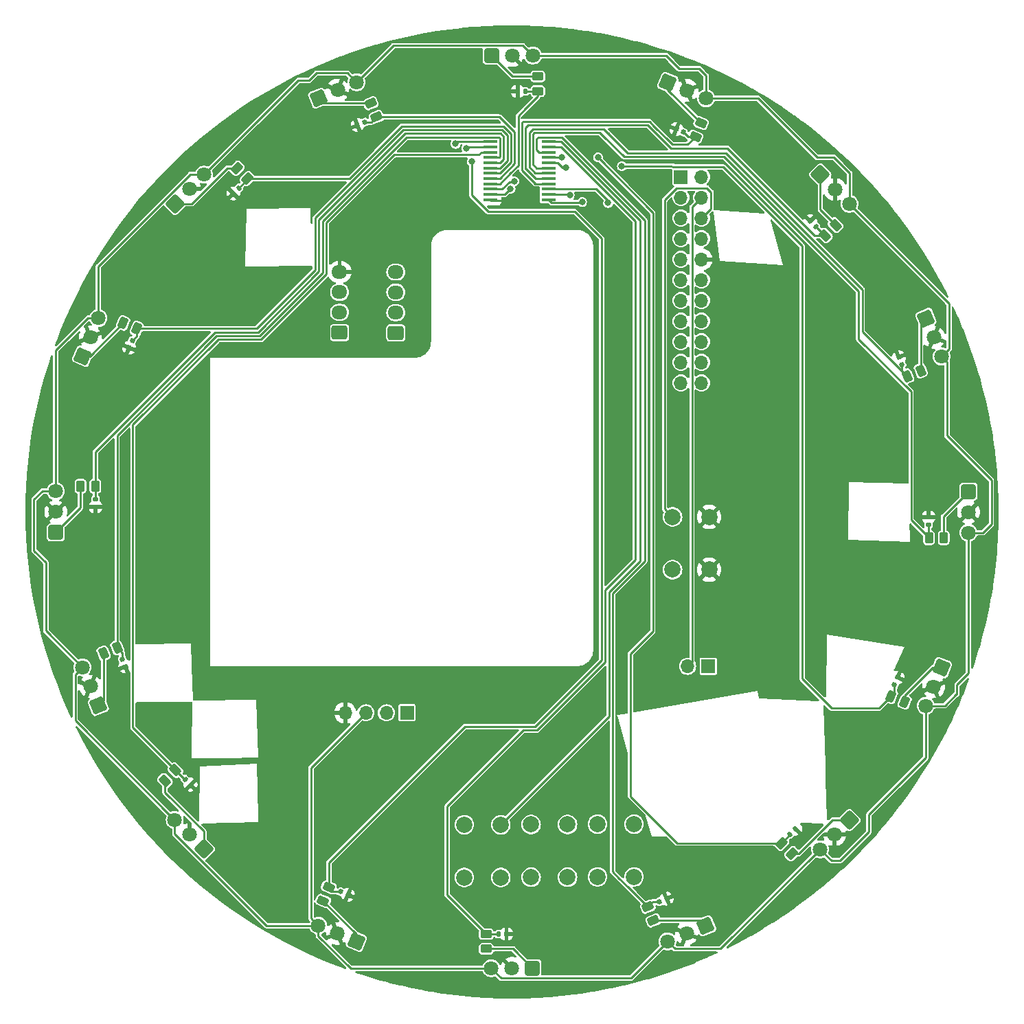
<source format=gbr>
%TF.GenerationSoftware,KiCad,Pcbnew,7.0.9*%
%TF.CreationDate,2024-12-18T22:21:04+09:00*%
%TF.ProjectId,IR_Bored_ESP32,49525f42-6f72-4656-945f-45535033322e,rev?*%
%TF.SameCoordinates,Original*%
%TF.FileFunction,Copper,L1,Top*%
%TF.FilePolarity,Positive*%
%FSLAX46Y46*%
G04 Gerber Fmt 4.6, Leading zero omitted, Abs format (unit mm)*
G04 Created by KiCad (PCBNEW 7.0.9) date 2024-12-18 22:21:04*
%MOMM*%
%LPD*%
G01*
G04 APERTURE LIST*
G04 Aperture macros list*
%AMRoundRect*
0 Rectangle with rounded corners*
0 $1 Rounding radius*
0 $2 $3 $4 $5 $6 $7 $8 $9 X,Y pos of 4 corners*
0 Add a 4 corners polygon primitive as box body*
4,1,4,$2,$3,$4,$5,$6,$7,$8,$9,$2,$3,0*
0 Add four circle primitives for the rounded corners*
1,1,$1+$1,$2,$3*
1,1,$1+$1,$4,$5*
1,1,$1+$1,$6,$7*
1,1,$1+$1,$8,$9*
0 Add four rect primitives between the rounded corners*
20,1,$1+$1,$2,$3,$4,$5,0*
20,1,$1+$1,$4,$5,$6,$7,0*
20,1,$1+$1,$6,$7,$8,$9,0*
20,1,$1+$1,$8,$9,$2,$3,0*%
G04 Aperture macros list end*
%TA.AperFunction,SMDPad,CuDef*%
%ADD10RoundRect,0.250000X0.503814X0.132583X0.132583X0.503814X-0.503814X-0.132583X-0.132583X-0.503814X0*%
%TD*%
%TA.AperFunction,SMDPad,CuDef*%
%ADD11RoundRect,0.140000X0.194399X0.103484X-0.064287X0.210635X-0.194399X-0.103484X0.064287X-0.210635X0*%
%TD*%
%TA.AperFunction,ComponentPad*%
%ADD12R,1.700000X1.700000*%
%TD*%
%TA.AperFunction,ComponentPad*%
%ADD13O,1.700000X1.700000*%
%TD*%
%TA.AperFunction,SMDPad,CuDef*%
%ADD14RoundRect,0.250000X0.132583X-0.503814X0.503814X-0.132583X-0.132583X0.503814X-0.503814X0.132583X0*%
%TD*%
%TA.AperFunction,ComponentPad*%
%ADD15RoundRect,0.250000X0.725000X-0.600000X0.725000X0.600000X-0.725000X0.600000X-0.725000X-0.600000X0*%
%TD*%
%TA.AperFunction,ComponentPad*%
%ADD16O,1.950000X1.700000*%
%TD*%
%TA.AperFunction,SMDPad,CuDef*%
%ADD17RoundRect,0.140000X0.219203X0.021213X0.021213X0.219203X-0.219203X-0.021213X-0.021213X-0.219203X0*%
%TD*%
%TA.AperFunction,SMDPad,CuDef*%
%ADD18RoundRect,0.140000X-0.140000X-0.170000X0.140000X-0.170000X0.140000X0.170000X-0.140000X0.170000X0*%
%TD*%
%TA.AperFunction,SMDPad,CuDef*%
%ADD19RoundRect,0.140000X-0.210635X0.064287X-0.103484X-0.194399X0.210635X-0.064287X0.103484X0.194399X0*%
%TD*%
%TA.AperFunction,SMDPad,CuDef*%
%ADD20RoundRect,0.250000X-0.414726X-0.315291X0.070311X-0.516200X0.414726X0.315291X-0.070311X0.516200X0*%
%TD*%
%TA.AperFunction,ComponentPad*%
%ADD21C,2.000000*%
%TD*%
%TA.AperFunction,SMDPad,CuDef*%
%ADD22RoundRect,0.140000X0.210635X-0.064287X0.103484X0.194399X-0.210635X0.064287X-0.103484X-0.194399X0*%
%TD*%
%TA.AperFunction,SMDPad,CuDef*%
%ADD23RoundRect,0.250000X-0.132583X0.503814X-0.503814X0.132583X0.132583X-0.503814X0.503814X-0.132583X0*%
%TD*%
%TA.AperFunction,SMDPad,CuDef*%
%ADD24RoundRect,0.250000X0.070311X0.516200X-0.414726X0.315291X-0.070311X-0.516200X0.414726X-0.315291X0*%
%TD*%
%TA.AperFunction,SMDPad,CuDef*%
%ADD25RoundRect,0.250000X-0.262500X-0.450000X0.262500X-0.450000X0.262500X0.450000X-0.262500X0.450000X0*%
%TD*%
%TA.AperFunction,SMDPad,CuDef*%
%ADD26RoundRect,0.140000X0.021213X-0.219203X0.219203X-0.021213X-0.021213X0.219203X-0.219203X0.021213X0*%
%TD*%
%TA.AperFunction,SMDPad,CuDef*%
%ADD27RoundRect,0.250000X0.262500X0.450000X-0.262500X0.450000X-0.262500X-0.450000X0.262500X-0.450000X0*%
%TD*%
%TA.AperFunction,SMDPad,CuDef*%
%ADD28RoundRect,0.250000X0.450000X-0.262500X0.450000X0.262500X-0.450000X0.262500X-0.450000X-0.262500X0*%
%TD*%
%TA.AperFunction,SMDPad,CuDef*%
%ADD29RoundRect,0.250000X-0.070311X-0.516200X0.414726X-0.315291X0.070311X0.516200X-0.414726X0.315291X0*%
%TD*%
%TA.AperFunction,SMDPad,CuDef*%
%ADD30RoundRect,0.250000X0.414726X0.315291X-0.070311X0.516200X-0.414726X-0.315291X0.070311X-0.516200X0*%
%TD*%
%TA.AperFunction,SMDPad,CuDef*%
%ADD31RoundRect,0.140000X-0.103484X0.194399X-0.210635X-0.064287X0.103484X-0.194399X0.210635X0.064287X0*%
%TD*%
%TA.AperFunction,SMDPad,CuDef*%
%ADD32RoundRect,0.140000X-0.021213X0.219203X-0.219203X0.021213X0.021213X-0.219203X0.219203X-0.021213X0*%
%TD*%
%TA.AperFunction,SMDPad,CuDef*%
%ADD33RoundRect,0.250000X-0.450000X0.262500X-0.450000X-0.262500X0.450000X-0.262500X0.450000X0.262500X0*%
%TD*%
%TA.AperFunction,SMDPad,CuDef*%
%ADD34RoundRect,0.250000X0.315291X-0.414726X0.516200X0.070311X-0.315291X0.414726X-0.516200X-0.070311X0*%
%TD*%
%TA.AperFunction,SMDPad,CuDef*%
%ADD35RoundRect,0.140000X-0.064287X-0.210635X0.194399X-0.103484X0.064287X0.210635X-0.194399X0.103484X0*%
%TD*%
%TA.AperFunction,SMDPad,CuDef*%
%ADD36RoundRect,0.250000X-0.503814X-0.132583X-0.132583X-0.503814X0.503814X0.132583X0.132583X0.503814X0*%
%TD*%
%TA.AperFunction,SMDPad,CuDef*%
%ADD37RoundRect,0.250000X-0.516200X0.070311X-0.315291X-0.414726X0.516200X-0.070311X0.315291X0.414726X0*%
%TD*%
%TA.AperFunction,SMDPad,CuDef*%
%ADD38RoundRect,0.140000X0.103484X-0.194399X0.210635X0.064287X-0.103484X0.194399X-0.210635X-0.064287X0*%
%TD*%
%TA.AperFunction,SMDPad,CuDef*%
%ADD39RoundRect,0.250000X-0.315291X0.414726X-0.516200X-0.070311X0.315291X-0.414726X0.516200X0.070311X0*%
%TD*%
%TA.AperFunction,SMDPad,CuDef*%
%ADD40RoundRect,0.250000X0.516200X-0.070311X0.315291X0.414726X-0.516200X0.070311X-0.315291X-0.414726X0*%
%TD*%
%TA.AperFunction,SMDPad,CuDef*%
%ADD41R,1.750000X0.450000*%
%TD*%
%TA.AperFunction,SMDPad,CuDef*%
%ADD42RoundRect,0.140000X-0.170000X0.140000X-0.170000X-0.140000X0.170000X-0.140000X0.170000X0.140000X0*%
%TD*%
%TA.AperFunction,SMDPad,CuDef*%
%ADD43RoundRect,0.140000X-0.219203X-0.021213X-0.021213X-0.219203X0.219203X0.021213X0.021213X0.219203X0*%
%TD*%
%TA.AperFunction,SMDPad,CuDef*%
%ADD44RoundRect,0.140000X0.064287X0.210635X-0.194399X0.103484X-0.064287X-0.210635X0.194399X-0.103484X0*%
%TD*%
%TA.AperFunction,SMDPad,CuDef*%
%ADD45RoundRect,0.140000X0.170000X-0.140000X0.170000X0.140000X-0.170000X0.140000X-0.170000X-0.140000X0*%
%TD*%
%TA.AperFunction,SMDPad,CuDef*%
%ADD46RoundRect,0.140000X0.140000X0.170000X-0.140000X0.170000X-0.140000X-0.170000X0.140000X-0.170000X0*%
%TD*%
%TA.AperFunction,SMDPad,CuDef*%
%ADD47RoundRect,0.140000X-0.194399X-0.103484X0.064287X-0.210635X0.194399X0.103484X-0.064287X0.210635X0*%
%TD*%
%TA.AperFunction,ComponentPad*%
%ADD48RoundRect,0.250200X-0.849005X0.351669X-0.351669X-0.849005X0.849005X-0.351669X0.351669X0.849005X0*%
%TD*%
%TA.AperFunction,ComponentPad*%
%ADD49C,1.800000*%
%TD*%
%TA.AperFunction,ComponentPad*%
%ADD50RoundRect,0.250200X0.849005X0.351669X-0.351669X0.849005X-0.849005X-0.351669X0.351669X-0.849005X0*%
%TD*%
%TA.AperFunction,ComponentPad*%
%ADD51RoundRect,0.250200X-0.351669X-0.849005X0.849005X-0.351669X0.351669X0.849005X-0.849005X0.351669X0*%
%TD*%
%TA.AperFunction,ComponentPad*%
%ADD52RoundRect,0.250200X0.351669X0.849005X-0.849005X0.351669X-0.351669X-0.849005X0.849005X-0.351669X0*%
%TD*%
%TA.AperFunction,ComponentPad*%
%ADD53RoundRect,0.250200X-0.649800X-0.649800X0.649800X-0.649800X0.649800X0.649800X-0.649800X0.649800X0*%
%TD*%
%TA.AperFunction,ComponentPad*%
%ADD54RoundRect,0.250200X-0.918956X0.000000X0.000000X-0.918956X0.918956X0.000000X0.000000X0.918956X0*%
%TD*%
%TA.AperFunction,ComponentPad*%
%ADD55RoundRect,0.250200X0.000000X0.918956X-0.918956X0.000000X0.000000X-0.918956X0.918956X0.000000X0*%
%TD*%
%TA.AperFunction,ComponentPad*%
%ADD56RoundRect,0.250200X0.000000X-0.918956X0.918956X0.000000X0.000000X0.918956X-0.918956X0.000000X0*%
%TD*%
%TA.AperFunction,ComponentPad*%
%ADD57RoundRect,0.250200X-0.849005X-0.351669X0.351669X-0.849005X0.849005X0.351669X-0.351669X0.849005X0*%
%TD*%
%TA.AperFunction,ComponentPad*%
%ADD58RoundRect,0.250200X0.649800X-0.649800X0.649800X0.649800X-0.649800X0.649800X-0.649800X-0.649800X0*%
%TD*%
%TA.AperFunction,ComponentPad*%
%ADD59RoundRect,0.250200X-0.649800X0.649800X-0.649800X-0.649800X0.649800X-0.649800X0.649800X0.649800X0*%
%TD*%
%TA.AperFunction,ComponentPad*%
%ADD60RoundRect,0.250200X0.849005X-0.351669X0.351669X0.849005X-0.849005X0.351669X-0.351669X-0.849005X0*%
%TD*%
%TA.AperFunction,ComponentPad*%
%ADD61RoundRect,0.250200X-0.351669X0.849005X-0.849005X-0.351669X0.351669X-0.849005X0.849005X0.351669X0*%
%TD*%
%TA.AperFunction,ComponentPad*%
%ADD62RoundRect,0.250200X0.649800X0.649800X-0.649800X0.649800X-0.649800X-0.649800X0.649800X-0.649800X0*%
%TD*%
%TA.AperFunction,ComponentPad*%
%ADD63RoundRect,0.250200X0.351669X-0.849005X0.849005X0.351669X-0.351669X0.849005X-0.849005X-0.351669X0*%
%TD*%
%TA.AperFunction,ComponentPad*%
%ADD64RoundRect,0.250200X0.918956X0.000000X0.000000X0.918956X-0.918956X0.000000X0.000000X-0.918956X0*%
%TD*%
%TA.AperFunction,ViaPad*%
%ADD65C,0.800000*%
%TD*%
%TA.AperFunction,Conductor*%
%ADD66C,0.250000*%
%TD*%
G04 APERTURE END LIST*
D10*
%TO.P,R1,1*%
%TO.N,D2*%
X156845235Y-44565235D03*
%TO.P,R1,2*%
%TO.N,IRout2*%
X155554765Y-43274765D03*
%TD*%
D11*
%TO.P,C16,1*%
%TO.N,D15*%
X210608232Y-38826948D03*
%TO.P,C16,2*%
%TO.N,GND*%
X209721308Y-38459572D03*
%TD*%
D12*
%TO.P,J1,1,Pin_1*%
%TO.N,SDA_LCD*%
X176530000Y-110410000D03*
D13*
%TO.P,J1,2,Pin_2*%
%TO.N,SCL_LCD*%
X173990000Y-110410000D03*
%TO.P,J1,3,Pin_3*%
%TO.N,+3.3V*%
X171450000Y-110410000D03*
%TO.P,J1,4,Pin_4*%
%TO.N,GND*%
X168910000Y-110410000D03*
%TD*%
D14*
%TO.P,R15,1*%
%TO.N,D14*%
X228072221Y-51570978D03*
%TO.P,R15,2*%
%TO.N,IRout14*%
X229362691Y-50280508D03*
%TD*%
D15*
%TO.P,J2,1,Pin_1*%
%TO.N,IR_Data4_Upside*%
X175158400Y-63583200D03*
D16*
%TO.P,J2,2,Pin_2*%
%TO.N,IR_Data3_Upside*%
X175158400Y-61083200D03*
%TO.P,J2,3,Pin_3*%
%TO.N,IR_Data2_Upside*%
X175158400Y-58583200D03*
%TO.P,J2,4,Pin_4*%
%TO.N,IR_Data1_Upside*%
X175158400Y-56083200D03*
%TD*%
D17*
%TO.P,C15,1*%
%TO.N,D14*%
X226921405Y-50473195D03*
%TO.P,C15,2*%
%TO.N,GND*%
X226242583Y-49794373D03*
%TD*%
D18*
%TO.P,C11,1*%
%TO.N,D8*%
X187840000Y-137710000D03*
%TO.P,C11,2*%
%TO.N,GND*%
X188800000Y-137710000D03*
%TD*%
D19*
%TO.P,C6,1*%
%TO.N,D5*%
X141444014Y-103836295D03*
%TO.P,C6,2*%
%TO.N,GND*%
X141811390Y-104723219D03*
%TD*%
D20*
%TO.P,R10,1*%
%TO.N,D11*%
X236206960Y-108380801D03*
%TO.P,R10,2*%
%TO.N,IRout11*%
X237893040Y-109079199D03*
%TD*%
D21*
%TO.P,Camera_RST,1*%
%TO.N,RST*%
X209280000Y-92770000D03*
X209280000Y-86270000D03*
%TO.P,Camera_RST,2*%
%TO.N,GND*%
X213780000Y-92770000D03*
X213780000Y-86270000D03*
%TD*%
D22*
%TO.P,C14,1*%
%TO.N,D13*%
X237535986Y-67475705D03*
%TO.P,C14,2*%
%TO.N,GND*%
X237168610Y-66588781D03*
%TD*%
D23*
%TO.P,R7,1*%
%TO.N,D6*%
X147985235Y-117494765D03*
%TO.P,R7,2*%
%TO.N,IRout6*%
X146694765Y-118785235D03*
%TD*%
D24*
%TO.P,R6,1*%
%TO.N,D5*%
X140800903Y-102381678D03*
%TO.P,R6,2*%
%TO.N,IRout5*%
X139114823Y-103080076D03*
%TD*%
D25*
%TO.P,R13,1*%
%TO.N,D12*%
X240873502Y-88835998D03*
%TO.P,R13,2*%
%TO.N,IRout12*%
X242698502Y-88835998D03*
%TD*%
D26*
%TO.P,C9,1*%
%TO.N,D10*%
X223741178Y-125388822D03*
%TO.P,C9,2*%
%TO.N,GND*%
X224420000Y-124710000D03*
%TD*%
D27*
%TO.P,R5,1*%
%TO.N,D4*%
X138106500Y-82476001D03*
%TO.P,R5,2*%
%TO.N,IRout4*%
X136281500Y-82476001D03*
%TD*%
D28*
%TO.P,R3,1*%
%TO.N,D0*%
X192670000Y-33792500D03*
%TO.P,R3,2*%
%TO.N,IRout0*%
X192670000Y-31967500D03*
%TD*%
D15*
%TO.P,J3,1,Pin_1*%
%TO.N,IR_Data5_Upside*%
X168224200Y-63557800D03*
D16*
%TO.P,J3,2,Pin_2*%
%TO.N,IR_Data6_Upside*%
X168224200Y-61057800D03*
%TO.P,J3,3,Pin_3*%
%TO.N,+3.3V*%
X168224200Y-58557800D03*
%TO.P,J3,4,Pin_4*%
%TO.N,GND*%
X168224200Y-56057800D03*
%TD*%
D29*
%TO.P,R14,1*%
%TO.N,D13*%
X238179098Y-68930321D03*
%TO.P,R14,2*%
%TO.N,IRout13*%
X239865178Y-68231923D03*
%TD*%
D30*
%TO.P,R2,1*%
%TO.N,D3*%
X143234769Y-63054450D03*
%TO.P,R2,2*%
%TO.N,IRout3*%
X141548689Y-62356052D03*
%TD*%
D31*
%TO.P,C2,1*%
%TO.N,D3*%
X142660948Y-64537767D03*
%TO.P,C2,2*%
%TO.N,GND*%
X142293572Y-65424691D03*
%TD*%
D32*
%TO.P,C1,1*%
%TO.N,D2*%
X155800000Y-45730000D03*
%TO.P,C1,2*%
%TO.N,GND*%
X155121178Y-46408822D03*
%TD*%
D21*
%TO.P,SW2,1*%
%TO.N,LCD-TeensyD12*%
X191830000Y-130680000D03*
X191830000Y-124180000D03*
%TO.P,SW2,2*%
%TO.N,+3.3V*%
X196330000Y-130680000D03*
X196330000Y-124180000D03*
%TD*%
D33*
%TO.P,R11,1*%
%TO.N,D8*%
X186310000Y-137690000D03*
%TO.P,R11,2*%
%TO.N,IRout8*%
X186310000Y-139515000D03*
%TD*%
D34*
%TO.P,R16,1*%
%TO.N,D15*%
X212091551Y-39400769D03*
%TO.P,R16,2*%
%TO.N,IRout15*%
X212789949Y-37714689D03*
%TD*%
D35*
%TO.P,C12,1*%
%TO.N,D9*%
X207670295Y-133701986D03*
%TO.P,C12,2*%
%TO.N,GND*%
X208557219Y-133334610D03*
%TD*%
D12*
%TO.P,J4,1,Pin_1*%
%TO.N,Data_IR_sensor*%
X210303800Y-44356600D03*
D13*
%TO.P,J4,2,Pin_2*%
%TO.N,IR_Data6_Upside*%
X212843800Y-44356600D03*
%TO.P,J4,3,Pin_3*%
%TO.N,S0*%
X210303800Y-46896600D03*
%TO.P,J4,4,Pin_4*%
%TO.N,Start_switch*%
X212843800Y-46896600D03*
%TO.P,J4,5,Pin_5*%
%TO.N,S1*%
X210303800Y-49436600D03*
%TO.P,J4,6,Pin_6*%
%TO.N,RST*%
X212843800Y-49436600D03*
%TO.P,J4,7,Pin_7*%
%TO.N,S2*%
X210303800Y-51976600D03*
%TO.P,J4,8,Pin_8*%
%TO.N,+3.3V*%
X212843800Y-51976600D03*
%TO.P,J4,9,Pin_9*%
%TO.N,S3*%
X210303800Y-54516600D03*
%TO.P,J4,10,Pin_10*%
%TO.N,GND*%
X212843800Y-54516600D03*
%TO.P,J4,11,Pin_11*%
%TO.N,E*%
X210303800Y-57056600D03*
%TO.P,J4,12,Pin_12*%
%TO.N,LCD-TeensyD10*%
X212843800Y-57056600D03*
%TO.P,J4,13,Pin_13*%
%TO.N,IR_Data1_Upside*%
X210303800Y-59596600D03*
%TO.P,J4,14,Pin_14*%
%TO.N,LCD-TeensyD11*%
X212843800Y-59596600D03*
%TO.P,J4,15,Pin_15*%
%TO.N,IR_Data2_Upside*%
X210303800Y-62136600D03*
%TO.P,J4,16,Pin_16*%
%TO.N,LCD-TeensyD12*%
X212843800Y-62136600D03*
%TO.P,J4,17,Pin_17*%
%TO.N,IR_Data3_Upside*%
X210303800Y-64676600D03*
%TO.P,J4,18,Pin_18*%
%TO.N,SCL_LCD*%
X212843800Y-64676600D03*
%TO.P,J4,19,Pin_19*%
%TO.N,IR_Data4_Upside*%
X210303800Y-67216600D03*
%TO.P,J4,20,Pin_20*%
%TO.N,SDA_LCD*%
X212843800Y-67216600D03*
%TO.P,J4,21,Pin_21*%
%TO.N,IR_Data5_Upside*%
X210303800Y-69756600D03*
%TO.P,J4,22,Pin_22*%
%TO.N,unconnected-(J4-Pin_22-Pad22)*%
X212843800Y-69756600D03*
%TD*%
D12*
%TO.P,SW5,1*%
%TO.N,+3.3V*%
X213670000Y-104690000D03*
D13*
%TO.P,SW5,2*%
%TO.N,Start_switch*%
X211130000Y-104690000D03*
%TD*%
D36*
%TO.P,R9,1*%
%TO.N,D10*%
X222710000Y-126480000D03*
%TO.P,R9,2*%
%TO.N,IRout10*%
X224000470Y-127770470D03*
%TD*%
D37*
%TO.P,R12,1*%
%TO.N,D9*%
X206215679Y-134345098D03*
%TO.P,R12,2*%
%TO.N,IRout9*%
X206914077Y-136031178D03*
%TD*%
D38*
%TO.P,C10,1*%
%TO.N,D11*%
X236636312Y-106943462D03*
%TO.P,C10,2*%
%TO.N,GND*%
X237003688Y-106056538D03*
%TD*%
D39*
%TO.P,R8,1*%
%TO.N,D7*%
X166888451Y-131911232D03*
%TO.P,R8,2*%
%TO.N,IRout7*%
X166190053Y-133597312D03*
%TD*%
D40*
%TO.P,R4,1*%
%TO.N,D1*%
X172764323Y-36966903D03*
%TO.P,R4,2*%
%TO.N,IRout1*%
X172065925Y-35280823D03*
%TD*%
D41*
%TO.P,U16,1,COM*%
%TO.N,Data_IR_sensor*%
X186791600Y-40005000D03*
%TO.P,U16,2,I7*%
%TO.N,D7*%
X186791600Y-40655000D03*
%TO.P,U16,3,I6*%
%TO.N,D6*%
X186791600Y-41305000D03*
%TO.P,U16,4,I5*%
%TO.N,D5*%
X186791600Y-41955000D03*
%TO.P,U16,5,I4*%
%TO.N,D4*%
X186791600Y-42605000D03*
%TO.P,U16,6,I3*%
%TO.N,D3*%
X186791600Y-43255000D03*
%TO.P,U16,7,I2*%
%TO.N,D2*%
X186791600Y-43905000D03*
%TO.P,U16,8,I1*%
%TO.N,D1*%
X186791600Y-44555000D03*
%TO.P,U16,9,I0*%
%TO.N,D0*%
X186791600Y-45205000D03*
%TO.P,U16,10,S0*%
%TO.N,S0*%
X186791600Y-45855000D03*
%TO.P,U16,11,S1*%
%TO.N,S1*%
X186791600Y-46505000D03*
%TO.P,U16,12,GND*%
%TO.N,GND*%
X186791600Y-47155000D03*
%TO.P,U16,13,S3*%
%TO.N,S3*%
X193991600Y-47155000D03*
%TO.P,U16,14,S2*%
%TO.N,S2*%
X193991600Y-46505000D03*
%TO.P,U16,15,~{E}*%
%TO.N,E*%
X193991600Y-45855000D03*
%TO.P,U16,16,I15*%
%TO.N,D15*%
X193991600Y-45205000D03*
%TO.P,U16,17,I14*%
%TO.N,D14*%
X193991600Y-44555000D03*
%TO.P,U16,18,I13*%
%TO.N,D13*%
X193991600Y-43905000D03*
%TO.P,U16,19,I12*%
%TO.N,D12*%
X193991600Y-43255000D03*
%TO.P,U16,20,I11*%
%TO.N,D11*%
X193991600Y-42605000D03*
%TO.P,U16,21,I10*%
%TO.N,D10*%
X193991600Y-41955000D03*
%TO.P,U16,22,I9*%
%TO.N,D9*%
X193991600Y-41305000D03*
%TO.P,U16,23,I8*%
%TO.N,D8*%
X193991600Y-40655000D03*
%TO.P,U16,24,VCC*%
%TO.N,+3.3V*%
X193991600Y-40005000D03*
%TD*%
D42*
%TO.P,C5,1*%
%TO.N,D4*%
X138143999Y-84065999D03*
%TO.P,C5,2*%
%TO.N,GND*%
X138143999Y-85025999D03*
%TD*%
D43*
%TO.P,C7,1*%
%TO.N,D6*%
X149180589Y-118610589D03*
%TO.P,C7,2*%
%TO.N,GND*%
X149859411Y-119289411D03*
%TD*%
D44*
%TO.P,C4,1*%
%TO.N,D1*%
X171309705Y-37610015D03*
%TO.P,C4,2*%
%TO.N,GND*%
X170422781Y-37977391D03*
%TD*%
D45*
%TO.P,C13,1*%
%TO.N,D12*%
X240836001Y-87246001D03*
%TO.P,C13,2*%
%TO.N,GND*%
X240836001Y-86286001D03*
%TD*%
D46*
%TO.P,C3,1*%
%TO.N,D0*%
X191120000Y-33810000D03*
%TO.P,C3,2*%
%TO.N,GND*%
X190160000Y-33810000D03*
%TD*%
D21*
%TO.P,SW1,1*%
%TO.N,LCD-TeensyD11*%
X183600000Y-130720000D03*
X183600000Y-124220000D03*
%TO.P,SW1,2*%
%TO.N,+3.3V*%
X188100000Y-130720000D03*
X188100000Y-124220000D03*
%TD*%
D47*
%TO.P,C8,1*%
%TO.N,D7*%
X168371767Y-132485052D03*
%TO.P,C8,2*%
%TO.N,GND*%
X169258691Y-132852428D03*
%TD*%
D21*
%TO.P,SW3,1*%
%TO.N,LCD-TeensyD10*%
X200020000Y-130650000D03*
X200020000Y-124150000D03*
%TO.P,SW3,2*%
%TO.N,+3.3V*%
X204520000Y-130650000D03*
X204520000Y-124150000D03*
%TD*%
D48*
%TO.P,U13,1,OUT*%
%TO.N,IRout13*%
X240504024Y-61797671D03*
D49*
%TO.P,U13,2,GND*%
%TO.N,GND*%
X241476040Y-64144325D03*
%TO.P,U13,3,Vs*%
%TO.N,+3.3V*%
X242448056Y-66490979D03*
%TD*%
D50*
%TO.P,U7,1,OUT*%
%TO.N,IRout7*%
X170288024Y-138598749D03*
D49*
%TO.P,U7,2,GND*%
%TO.N,GND*%
X167941370Y-137626733D03*
%TO.P,U7,3,Vs*%
%TO.N,+3.3V*%
X165594716Y-136654717D03*
%TD*%
D51*
%TO.P,U1,1,OUT*%
%TO.N,IRout1*%
X165631671Y-34641976D03*
D49*
%TO.P,U1,2,GND*%
%TO.N,GND*%
X167978325Y-33669960D03*
%TO.P,U1,3,Vs*%
%TO.N,+3.3V*%
X170324979Y-32697944D03*
%TD*%
D52*
%TO.P,U9,1,OUT*%
%TO.N,IRout9*%
X213348329Y-136670024D03*
D49*
%TO.P,U9,2,GND*%
%TO.N,GND*%
X211001675Y-137642040D03*
%TO.P,U9,3,Vs*%
%TO.N,+3.3V*%
X208655021Y-138614056D03*
%TD*%
D53*
%TO.P,U17,1,OUT*%
%TO.N,IRout0*%
X186970000Y-29395000D03*
D49*
%TO.P,U17,2,GND*%
%TO.N,GND*%
X189510000Y-29395000D03*
%TO.P,U17,3,Vs*%
%TO.N,+3.3V*%
X192050000Y-29395000D03*
%TD*%
D54*
%TO.P,U14,1,OUT*%
%TO.N,IRout14*%
X227490626Y-44091556D03*
D49*
%TO.P,U14,2,GND*%
%TO.N,GND*%
X229286677Y-45887607D03*
%TO.P,U14,3,Vs*%
%TO.N,+3.3V*%
X231082728Y-47683658D03*
%TD*%
D55*
%TO.P,U10,1,OUT*%
%TO.N,IRout10*%
X231054444Y-123656625D03*
D49*
%TO.P,U10,2,GND*%
%TO.N,GND*%
X229258393Y-125452676D03*
%TO.P,U10,3,Vs*%
%TO.N,+3.3V*%
X227462342Y-127248727D03*
%TD*%
D56*
%TO.P,U2,1,OUT*%
%TO.N,IRout2*%
X147925556Y-47655375D03*
D49*
%TO.P,U2,2,GND*%
%TO.N,GND*%
X149721607Y-45859324D03*
%TO.P,U2,3,Vs*%
%TO.N,+3.3V*%
X151517658Y-44063273D03*
%TD*%
D57*
%TO.P,U15,1,OUT*%
%TO.N,IRout15*%
X208691976Y-32713251D03*
D49*
%TO.P,U15,2,GND*%
%TO.N,GND*%
X211038630Y-33685267D03*
%TO.P,U15,3,Vs*%
%TO.N,+3.3V*%
X213385284Y-34657283D03*
%TD*%
D58*
%TO.P,U4,1,OUT*%
%TO.N,IRout4*%
X133229000Y-88176000D03*
D49*
%TO.P,U4,2,GND*%
%TO.N,GND*%
X133229000Y-85636000D03*
%TO.P,U4,3,Vs*%
%TO.N,+3.3V*%
X133229000Y-83096000D03*
%TD*%
D59*
%TO.P,U12,1,OUT*%
%TO.N,IRout12*%
X245751001Y-83136000D03*
D49*
%TO.P,U12,2,GND*%
%TO.N,GND*%
X245751001Y-85676000D03*
%TO.P,U12,3,Vs*%
%TO.N,+3.3V*%
X245751001Y-88216000D03*
%TD*%
D60*
%TO.P,U5,1,OUT*%
%TO.N,IRout5*%
X138475976Y-109514329D03*
D49*
%TO.P,U5,2,GND*%
%TO.N,GND*%
X137503960Y-107167675D03*
%TO.P,U5,3,Vs*%
%TO.N,+3.3V*%
X136531944Y-104821021D03*
%TD*%
D61*
%TO.P,U11,1,OUT*%
%TO.N,IRout11*%
X242432749Y-104857976D03*
D49*
%TO.P,U11,2,GND*%
%TO.N,GND*%
X241460733Y-107204630D03*
%TO.P,U11,3,Vs*%
%TO.N,+3.3V*%
X240488717Y-109551284D03*
%TD*%
D62*
%TO.P,U8,1,OUT*%
%TO.N,IRout8*%
X192010000Y-141917000D03*
D49*
%TO.P,U8,2,GND*%
%TO.N,GND*%
X189470000Y-141917000D03*
%TO.P,U8,3,Vs*%
%TO.N,+3.3V*%
X186930000Y-141917000D03*
%TD*%
D63*
%TO.P,U3,1,OUT*%
%TO.N,IRout3*%
X136547251Y-66454024D03*
D49*
%TO.P,U3,2,GND*%
%TO.N,GND*%
X137519267Y-64107370D03*
%TO.P,U3,3,Vs*%
%TO.N,+3.3V*%
X138491283Y-61760716D03*
%TD*%
D64*
%TO.P,U6,1,OUT*%
%TO.N,IRout6*%
X151489375Y-127220444D03*
D49*
%TO.P,U6,2,GND*%
%TO.N,GND*%
X149693324Y-125424393D03*
%TO.P,U6,3,Vs*%
%TO.N,+3.3V*%
X147897273Y-123628342D03*
%TD*%
D65*
%TO.N,GND*%
X139830000Y-78070000D03*
X203428600Y-39039800D03*
X229790000Y-43770000D03*
X207850000Y-141580000D03*
X246490000Y-101890000D03*
X237390000Y-81010000D03*
X238226600Y-106400600D03*
X131400000Y-85030000D03*
X158140000Y-35580000D03*
X248980000Y-88420000D03*
X141570000Y-80980000D03*
X246580000Y-69410000D03*
X196110000Y-32020000D03*
X174120000Y-142670000D03*
X188950600Y-47294800D03*
X202120000Y-28390000D03*
X230960000Y-126200000D03*
X229209600Y-111531400D03*
X151257000Y-63855600D03*
X209169000Y-63423800D03*
X201955400Y-63728600D03*
X247650000Y-86490000D03*
X210769200Y-37363400D03*
X240360000Y-55770000D03*
X138580000Y-115650000D03*
X176123600Y-40868600D03*
X227609400Y-129235200D03*
X171970000Y-29410000D03*
X163850000Y-138100000D03*
X212000000Y-31830000D03*
X131080000Y-93320000D03*
X201904600Y-52095400D03*
X232040000Y-75830000D03*
X216310000Y-33230000D03*
X219405200Y-72390000D03*
X137600000Y-57390000D03*
X218567000Y-47548800D03*
X133060000Y-103140000D03*
X131920000Y-71420000D03*
X178282600Y-47294800D03*
X224380000Y-37750000D03*
X226420000Y-124740000D03*
X176758600Y-49047400D03*
X215392000Y-72161400D03*
X234442000Y-123698000D03*
X205384400Y-109016800D03*
X166550000Y-32380000D03*
X202438000Y-57658000D03*
X241220000Y-114610000D03*
X179690000Y-27190000D03*
X243340000Y-107960000D03*
X192227200Y-108534200D03*
X209092800Y-58445400D03*
X214528400Y-55397400D03*
%TO.N,D7*%
X184505600Y-42468800D03*
X183870600Y-40843200D03*
%TO.N,D10*%
X200075800Y-41960800D03*
X195656200Y-41935400D03*
%TO.N,D11*%
X203022200Y-43053000D03*
X196113400Y-43230800D03*
%TO.N,Data_IR_sensor*%
X182524400Y-40284400D03*
%TO.N,S0*%
X189763400Y-44881800D03*
%TO.N,S1*%
X189306200Y-45821600D03*
%TO.N,S3*%
X198120000Y-47472600D03*
%TO.N,S2*%
X196596000Y-46609000D03*
%TO.N,E*%
X201320400Y-47564300D03*
%TD*%
D66*
%TO.N,D2*%
X175908604Y-38105000D02*
X177292000Y-38105000D01*
X165314965Y-44565235D02*
X164414200Y-44565235D01*
X164414200Y-44565235D02*
X156845235Y-44565235D01*
X169448369Y-44565235D02*
X175908604Y-38105000D01*
X187989392Y-43905000D02*
X189342600Y-42551792D01*
X189342600Y-39021212D02*
X188426388Y-38105000D01*
X188426388Y-38105000D02*
X177292000Y-38105000D01*
X189342600Y-42551792D02*
X189342600Y-39021212D01*
X156845235Y-44565235D02*
X156845235Y-44684765D01*
X164414200Y-44565235D02*
X169448369Y-44565235D01*
X156845235Y-44684765D02*
X155800000Y-45730000D01*
X186791600Y-43905000D02*
X187989392Y-43905000D01*
%TO.N,GND*%
X188950600Y-47294800D02*
X186931400Y-47294800D01*
X186931400Y-47294800D02*
X186791600Y-47155000D01*
%TO.N,D3*%
X143234769Y-63054450D02*
X157992414Y-63054450D01*
X188892600Y-39207608D02*
X188892600Y-42365396D01*
X143234769Y-63963946D02*
X142660948Y-64537767D01*
X165227000Y-55819864D02*
X165227000Y-49423000D01*
X188239992Y-38555000D02*
X188892600Y-39207608D01*
X165227000Y-49423000D02*
X176095000Y-38555000D01*
X176095000Y-38555000D02*
X188239992Y-38555000D01*
X143234769Y-63054450D02*
X143234769Y-63963946D01*
X188892600Y-42365396D02*
X188002996Y-43255000D01*
X157992414Y-63054450D02*
X165227000Y-55819864D01*
X188002996Y-43255000D02*
X186791600Y-43255000D01*
%TO.N,D0*%
X192670000Y-33792500D02*
X191137500Y-33792500D01*
X186791600Y-45205000D02*
X187962184Y-45205000D01*
X189252992Y-43914192D02*
X190242600Y-42924584D01*
X190242600Y-36858800D02*
X191135000Y-35966400D01*
X191137500Y-33792500D02*
X191120000Y-33810000D01*
X187962184Y-45205000D02*
X189252992Y-43914192D01*
X191135000Y-35966400D02*
X192670000Y-34431400D01*
X190242600Y-42924584D02*
X190242600Y-36858800D01*
X192670000Y-34431400D02*
X192670000Y-33792500D01*
%TO.N,D1*%
X187975788Y-44555000D02*
X189792600Y-42738188D01*
X186791600Y-44555000D02*
X187975788Y-44555000D01*
X189792600Y-42738188D02*
X189792600Y-38834816D01*
X171309705Y-37610015D02*
X172121211Y-37610015D01*
X187924687Y-36966903D02*
X181559200Y-36966903D01*
X172764323Y-36966903D02*
X181559200Y-36966903D01*
X189792600Y-38834816D02*
X187924687Y-36966903D01*
X172121211Y-37610015D02*
X172764323Y-36966903D01*
%TO.N,D4*%
X138106500Y-82476001D02*
X138106500Y-78306500D01*
X165677000Y-56006260D02*
X165677000Y-49609396D01*
X158178810Y-63504450D02*
X165677000Y-56006260D01*
X188442600Y-42179000D02*
X188016600Y-42605000D01*
X188442600Y-39394004D02*
X188442600Y-42179000D01*
X188053596Y-39005000D02*
X188442600Y-39394004D01*
X188016600Y-42605000D02*
X186791600Y-42605000D01*
X176281396Y-39005000D02*
X188053596Y-39005000D01*
X165677000Y-49609396D02*
X176281396Y-39005000D01*
X138106500Y-82476001D02*
X138106500Y-84028500D01*
X138106500Y-84028500D02*
X138143999Y-84065999D01*
X152875550Y-63504450D02*
X158178810Y-63504450D01*
X138090000Y-78290000D02*
X152875550Y-63504450D01*
X138106500Y-78306500D02*
X138090000Y-78290000D01*
%TO.N,D5*%
X187991600Y-39579400D02*
X187867200Y-39455000D01*
X187916600Y-41955000D02*
X187991600Y-41880000D01*
X140800903Y-76215493D02*
X140800903Y-102381678D01*
X153061946Y-63954450D02*
X140800903Y-76215493D01*
X186791600Y-41955000D02*
X187916600Y-41955000D01*
X141444014Y-103024789D02*
X140800903Y-102381678D01*
X187991600Y-41880000D02*
X187991600Y-39579400D01*
X158365206Y-63954450D02*
X153061946Y-63954450D01*
X141444014Y-103836295D02*
X141444014Y-103024789D01*
X166141400Y-56178256D02*
X158365206Y-63954450D01*
X187867200Y-39455000D02*
X176467792Y-39455000D01*
X176467792Y-39455000D02*
X166141400Y-49781392D01*
X166141400Y-49781392D02*
X166141400Y-56178256D01*
%TO.N,D6*%
X153248342Y-64404450D02*
X142740000Y-74912792D01*
X166591400Y-56364652D02*
X158551602Y-64404450D01*
X186791600Y-41305000D02*
X185691600Y-41305000D01*
X185691600Y-41305000D02*
X185366000Y-41630600D01*
X166591400Y-49978600D02*
X166591400Y-56364652D01*
X185366000Y-41630600D02*
X174939400Y-41630600D01*
X142740000Y-112249530D02*
X147985235Y-117494765D01*
X149180589Y-118610589D02*
X149101059Y-118610589D01*
X174939400Y-41630600D02*
X166591400Y-49978600D01*
X142740000Y-74912792D02*
X142740000Y-112249530D01*
X149101059Y-118610589D02*
X147985235Y-117494765D01*
X158551602Y-64404450D02*
X153248342Y-64404450D01*
%TO.N,D7*%
X200533000Y-100025200D02*
X200533000Y-99898200D01*
X186791600Y-40655000D02*
X186776600Y-40640000D01*
X184505600Y-46619000D02*
X184505600Y-42468800D01*
X184084200Y-40655000D02*
X183896000Y-40843200D01*
X200533000Y-51968400D02*
X197205600Y-48641000D01*
X186791600Y-40655000D02*
X184084200Y-40655000D01*
X199715300Y-104744700D02*
X200533000Y-103927000D01*
X166888451Y-131911232D02*
X166888451Y-128871549D01*
X183896000Y-40843200D02*
X183870600Y-40843200D01*
X197205600Y-48641000D02*
X186527600Y-48641000D01*
X166888451Y-128871549D02*
X183650000Y-112110000D01*
X200533000Y-100025200D02*
X200533000Y-51968400D01*
X200533000Y-103927000D02*
X200533000Y-100025200D01*
X183650000Y-112110000D02*
X192350000Y-112110000D01*
X192350000Y-112110000D02*
X199715300Y-104744700D01*
X183870600Y-40868600D02*
X183946800Y-40792400D01*
X167462271Y-132485052D02*
X166888451Y-131911232D01*
X183870600Y-40843200D02*
X183870600Y-40868600D01*
X168371767Y-132485052D02*
X167462271Y-132485052D01*
X186527600Y-48641000D02*
X184505600Y-46619000D01*
%TO.N,D10*%
X204090000Y-120720000D02*
X204090000Y-103123000D01*
X193991600Y-41955000D02*
X195636600Y-41955000D01*
X200075800Y-41960800D02*
X200101200Y-42087800D01*
X222710000Y-126480000D02*
X209850000Y-126480000D01*
X223741178Y-125448822D02*
X222710000Y-126480000D01*
X204090000Y-103123000D02*
X206840000Y-100373000D01*
X206840000Y-100373000D02*
X206840000Y-48826600D01*
X195636600Y-41955000D02*
X195656200Y-41935400D01*
X206840000Y-48826600D02*
X200075800Y-41960800D01*
X209850000Y-126480000D02*
X204090000Y-120720000D01*
X223741178Y-125388822D02*
X223741178Y-125448822D01*
%TO.N,D11*%
X196113400Y-43230800D02*
X196011800Y-43230800D01*
X236636312Y-106943462D02*
X236636312Y-107951449D01*
X228896778Y-109860000D02*
X234727761Y-109860000D01*
X236636312Y-107951449D02*
X236206960Y-108380801D01*
X225230000Y-105740200D02*
X225230000Y-52840210D01*
X225230000Y-52840210D02*
X215493590Y-43103800D01*
X203022200Y-43053000D02*
X203073000Y-43103800D01*
X195116600Y-42605000D02*
X195742400Y-43230800D01*
X234727761Y-109860000D02*
X236206960Y-108380801D01*
X215493590Y-43103800D02*
X203022200Y-43053000D01*
X225230000Y-105740200D02*
X225230000Y-106193222D01*
X225230000Y-106193222D02*
X228896778Y-109860000D01*
X195742400Y-43230800D02*
X196113400Y-43230800D01*
X193991600Y-42605000D02*
X195116600Y-42605000D01*
%TO.N,D8*%
X181460000Y-121980000D02*
X181460000Y-132840000D01*
X186310000Y-137690000D02*
X187820000Y-137690000D01*
X200983000Y-104147000D02*
X192570000Y-112560000D01*
X190880000Y-112560000D02*
X181460000Y-121980000D01*
X204698600Y-91593408D02*
X200983000Y-95309008D01*
X192570000Y-112560000D02*
X190880000Y-112560000D01*
X204698600Y-49837592D02*
X204698600Y-91593408D01*
X200983000Y-95309008D02*
X200983000Y-104147000D01*
X181460000Y-132840000D02*
X186310000Y-137690000D01*
X193991600Y-40655000D02*
X195516008Y-40655000D01*
X187820000Y-137690000D02*
X187840000Y-137710000D01*
X195516008Y-40655000D02*
X204698600Y-49837592D01*
%TO.N,D9*%
X201883000Y-130012418D02*
X201883000Y-129747000D01*
X193991600Y-41305000D02*
X192812600Y-41305000D01*
X192812600Y-41305000D02*
X192503200Y-40995600D01*
X192866600Y-41305000D02*
X193991600Y-41305000D01*
X202673591Y-130803009D02*
X201883000Y-130012418D01*
X205841600Y-91723200D02*
X201883000Y-95681800D01*
X192503200Y-39649400D02*
X192697600Y-39455000D01*
X201883000Y-95681800D02*
X201883000Y-96059000D01*
X193065400Y-39455000D02*
X192791600Y-39455000D01*
X201883000Y-95681800D02*
X201883000Y-129747000D01*
X207670295Y-133701986D02*
X206858791Y-133701986D01*
X193065400Y-39455000D02*
X195588800Y-39455000D01*
X205841600Y-49707800D02*
X205841600Y-91723200D01*
X195588800Y-39455000D02*
X205841600Y-49707800D01*
X192697600Y-39455000D02*
X193065400Y-39455000D01*
X206858791Y-133701986D02*
X206215679Y-134345098D01*
X192503200Y-40995600D02*
X192503200Y-39649400D01*
X206215679Y-134345098D02*
X203803891Y-131933309D01*
X202673591Y-130803009D02*
X203803891Y-131933309D01*
%TO.N,D12*%
X192227200Y-38891200D02*
X193141600Y-38891200D01*
X193991600Y-43255000D02*
X192483800Y-43255000D01*
X193141600Y-38891200D02*
X200308200Y-38891200D01*
X193141600Y-38891200D02*
X193370200Y-38891200D01*
X215631600Y-41870200D02*
X203287200Y-41870200D01*
X240836001Y-88798497D02*
X240873502Y-88835998D01*
X192483800Y-43255000D02*
X192053200Y-42824400D01*
X192053200Y-39065200D02*
X192227200Y-38891200D01*
X200308200Y-38891200D02*
X200812400Y-39395400D01*
X232215000Y-64372835D02*
X232215000Y-58453600D01*
X232215000Y-58453600D02*
X215631600Y-41870200D01*
X203287200Y-41870200D02*
X200812400Y-39395400D01*
X238671819Y-80760019D02*
X238671819Y-81483200D01*
X238671819Y-81483200D02*
X238671819Y-70829654D01*
X238671819Y-86634315D02*
X240873502Y-88835998D01*
X192053200Y-42824400D02*
X192053200Y-39065200D01*
X238671819Y-81483200D02*
X238671819Y-86634315D01*
X240836001Y-87246001D02*
X240836001Y-88798497D01*
X238671819Y-70829654D02*
X232215000Y-64372835D01*
%TO.N,D13*%
X232665000Y-59868810D02*
X232665000Y-60147200D01*
X191603200Y-43162808D02*
X191603200Y-38862000D01*
X192024000Y-38441200D02*
X200796312Y-38441200D01*
X237535986Y-67475705D02*
X237535986Y-68287209D01*
X193991600Y-43905000D02*
X192891600Y-43905000D01*
X201344112Y-38989000D02*
X201713256Y-39358144D01*
X232665000Y-58243200D02*
X215842000Y-41420200D01*
X192345392Y-43905000D02*
X191603200Y-43162808D01*
X214216390Y-41420200D02*
X203775312Y-41420200D01*
X232665000Y-63416223D02*
X238179098Y-68930321D01*
X203775312Y-41420200D02*
X200796312Y-38441200D01*
X201713256Y-39358144D02*
X201967256Y-39612144D01*
X192024000Y-38441200D02*
X191603200Y-38862000D01*
X215842000Y-41420200D02*
X214216390Y-41420200D01*
X193991600Y-43905000D02*
X192345392Y-43905000D01*
X232665000Y-60147200D02*
X232665000Y-63416223D01*
X237535986Y-68287209D02*
X238179098Y-68930321D01*
X200796312Y-38441200D02*
X201967256Y-39612144D01*
X232665000Y-60147200D02*
X232665000Y-58243200D01*
%TO.N,D14*%
X216019800Y-40810600D02*
X209053436Y-40810600D01*
X191338200Y-38100000D02*
X191447000Y-37991200D01*
X228019188Y-51570978D02*
X226921405Y-50473195D01*
X191447000Y-37991200D02*
X206234035Y-37991200D01*
X206234035Y-37991200D02*
X208149618Y-39906782D01*
X226780178Y-51570978D02*
X216019800Y-40810600D01*
X193991600Y-44555000D02*
X192553600Y-44555000D01*
X192358996Y-44555000D02*
X191173798Y-43369802D01*
X228072221Y-51570978D02*
X226780178Y-51570978D01*
X228072221Y-51570978D02*
X228019188Y-51570978D01*
X208149618Y-39906782D02*
X208594118Y-40351282D01*
X209053436Y-40810600D02*
X208594118Y-40351282D01*
X191173798Y-43369802D02*
X191153200Y-43349204D01*
X191153200Y-38285000D02*
X191338200Y-38100000D01*
X193991600Y-44555000D02*
X192358996Y-44555000D01*
X191153200Y-38531800D02*
X191153200Y-38285000D01*
X191153200Y-43349204D02*
X191153200Y-38531800D01*
%TO.N,D15*%
X207235915Y-38356685D02*
X208531315Y-39652085D01*
X211131720Y-40360600D02*
X209239831Y-40360600D01*
X211182053Y-39400769D02*
X210608232Y-38826948D01*
X212091551Y-39400769D02*
X211131720Y-40360600D01*
X193991600Y-45205000D02*
X192347200Y-45205000D01*
X192372600Y-45205000D02*
X190703200Y-43535600D01*
X206420430Y-37541200D02*
X207235915Y-38356685D01*
X193991600Y-45205000D02*
X192372600Y-45205000D01*
X212091551Y-39400769D02*
X211182053Y-39400769D01*
X192347200Y-45205000D02*
X191617600Y-44475400D01*
X206826831Y-37947600D02*
X207235915Y-38356685D01*
X209239831Y-40360600D02*
X208531315Y-39652085D01*
X190703200Y-43535600D02*
X190703200Y-37668200D01*
X190830200Y-37541200D02*
X206420430Y-37541200D01*
X190703200Y-37668200D02*
X190830200Y-37541200D01*
%TO.N,IRout2*%
X155554765Y-43274765D02*
X154378543Y-43274765D01*
X154378543Y-43274765D02*
X149997933Y-47655375D01*
X149997933Y-47655375D02*
X147925556Y-47655375D01*
%TO.N,IRout3*%
X141548689Y-62356052D02*
X137450717Y-66454024D01*
X137450717Y-66454024D02*
X136547251Y-66454024D01*
%TO.N,IRout0*%
X192670000Y-31967500D02*
X189542500Y-31967500D01*
X189542500Y-31967500D02*
X186970000Y-29395000D01*
%TO.N,IRout1*%
X166270518Y-35280823D02*
X172065925Y-35280823D01*
X165631671Y-34641976D02*
X166270518Y-35280823D01*
%TO.N,IRout4*%
X136281500Y-85123500D02*
X136281500Y-82476001D01*
X133229000Y-88176000D02*
X136281500Y-85123500D01*
%TO.N,IRout5*%
X139114823Y-108875482D02*
X139114823Y-103080076D01*
X138475976Y-109514329D02*
X139114823Y-108875482D01*
%TO.N,IRout6*%
X151489375Y-125029375D02*
X146694765Y-120234765D01*
X151489375Y-127220444D02*
X151489375Y-125029375D01*
X146694765Y-120234765D02*
X146694765Y-118785235D01*
%TO.N,IRout7*%
X170288024Y-137695283D02*
X170288024Y-138598749D01*
X166190053Y-133597312D02*
X170288024Y-137695283D01*
%TO.N,IRout10*%
X224865964Y-127770470D02*
X228979809Y-123656625D01*
X228979809Y-123656625D02*
X231054444Y-123656625D01*
X224000470Y-127770470D02*
X224865964Y-127770470D01*
%TO.N,IRout11*%
X237893040Y-108322087D02*
X241357151Y-104857976D01*
X241357151Y-104857976D02*
X242432749Y-104857976D01*
X237893040Y-109079199D02*
X237893040Y-108322087D01*
%TO.N,IRout8*%
X189608000Y-139515000D02*
X189901500Y-139808500D01*
X192010000Y-141917000D02*
X189901500Y-139808500D01*
X186310000Y-139515000D02*
X189608000Y-139515000D01*
%TO.N,IRout9*%
X213348329Y-136670024D02*
X212709483Y-136031178D01*
X212709483Y-136031178D02*
X206914077Y-136031178D01*
%TO.N,IRout12*%
X242698502Y-86188499D02*
X242698502Y-88835998D01*
X245751001Y-83136000D02*
X242698502Y-86188499D01*
%TO.N,IRout13*%
X239865178Y-62436517D02*
X239865178Y-68231923D01*
X240504024Y-61797671D02*
X239865178Y-62436517D01*
%TO.N,IRout14*%
X227490626Y-44091556D02*
X227490626Y-48408443D01*
X227490626Y-48408443D02*
X229362691Y-50280508D01*
%TO.N,IRout15*%
X208691976Y-33616716D02*
X212789949Y-37714689D01*
X208691976Y-32713251D02*
X208691976Y-33616716D01*
%TO.N,+3.3V*%
X244340000Y-108130000D02*
X244340000Y-106972793D01*
X186930000Y-141917000D02*
X188155000Y-143142000D01*
X248580000Y-81740000D02*
X243090000Y-76250000D01*
X210102887Y-31017113D02*
X208480775Y-29395000D01*
X219788765Y-34657283D02*
X213385284Y-34657283D01*
X147897273Y-123628342D02*
X147897273Y-125360754D01*
X215197013Y-139514056D02*
X227462342Y-127248727D01*
X205232000Y-91696404D02*
X201433000Y-95495404D01*
X132004000Y-100293077D02*
X136531944Y-104821021D01*
X165594716Y-137927509D02*
X169584207Y-141917000D01*
X229889000Y-128651000D02*
X233466740Y-125073260D01*
X242818716Y-109551284D02*
X244240000Y-108130000D01*
X130540000Y-90420000D02*
X132004000Y-91884000D01*
X201433000Y-110887000D02*
X188100000Y-124220000D01*
X133229000Y-83096000D02*
X131574000Y-83096000D01*
X245751001Y-88216000D02*
X247534000Y-88216000D01*
X233466740Y-122976740D02*
X240488717Y-115954764D01*
X137218491Y-61760716D02*
X133229000Y-65750207D01*
X227462342Y-127248727D02*
X228864615Y-128651000D01*
X159191236Y-136654717D02*
X165594716Y-136654717D01*
X213385284Y-31845284D02*
X212557113Y-31017113D01*
X195502404Y-40005000D02*
X205232000Y-49734596D01*
X170324979Y-32697944D02*
X174852923Y-28170000D01*
X244240000Y-108130000D02*
X244340000Y-108130000D01*
X208655021Y-138614056D02*
X209555021Y-139514056D01*
X204127077Y-143142000D02*
X208655021Y-138614056D01*
X135631944Y-111363013D02*
X147897273Y-123628342D01*
X208480775Y-29395000D02*
X192050000Y-29395000D01*
X164470000Y-32444960D02*
X163135971Y-32444960D01*
X227070741Y-41939259D02*
X219788765Y-34657283D01*
X188155000Y-143142000D02*
X204127077Y-143142000D01*
X205232000Y-49734596D02*
X205232000Y-91696404D01*
X209555021Y-139514056D02*
X215197013Y-139514056D01*
X229169259Y-41939259D02*
X227070741Y-41939259D01*
X228864615Y-128651000D02*
X229889000Y-128651000D01*
X165594716Y-136654717D02*
X165594716Y-137927509D01*
X244340000Y-106972793D02*
X245751001Y-105561792D01*
X133229000Y-65750207D02*
X133229000Y-83096000D01*
X165354960Y-31560000D02*
X164470000Y-32444960D01*
X231082728Y-47683658D02*
X231082728Y-43852728D01*
X247534000Y-88216000D02*
X248580000Y-87170000D01*
X190825000Y-28170000D02*
X192050000Y-29395000D01*
X136531944Y-104821021D02*
X135631944Y-105721021D01*
X151517658Y-44063273D02*
X149785246Y-44063273D01*
X174852923Y-28170000D02*
X190825000Y-28170000D01*
X201433000Y-95495404D02*
X201433000Y-110887000D01*
X231082728Y-43852728D02*
X229169259Y-41939259D01*
X243090000Y-67132923D02*
X242448056Y-66490979D01*
X243348056Y-59948986D02*
X231082728Y-47683658D01*
X213385284Y-34657283D02*
X213385284Y-31845284D01*
X147897273Y-125360754D02*
X159191236Y-136654717D01*
X138491283Y-61760716D02*
X137218491Y-61760716D01*
X164694716Y-135754717D02*
X165594716Y-136654717D01*
X242448056Y-66490979D02*
X243348056Y-65590979D01*
X240488717Y-109551284D02*
X242818716Y-109551284D01*
X170324979Y-32697944D02*
X169187035Y-31560000D01*
X248580000Y-87170000D02*
X248580000Y-81740000D01*
X131574000Y-83096000D02*
X130540000Y-84130000D01*
X149785246Y-44063273D02*
X138491283Y-55357236D01*
X164694716Y-117165284D02*
X164694716Y-135754717D01*
X130540000Y-84130000D02*
X130540000Y-90420000D01*
X233466740Y-125073260D02*
X233466740Y-122976740D01*
X240488717Y-115954764D02*
X240488717Y-109551284D01*
X243348056Y-65590979D02*
X243348056Y-59948986D01*
X212557113Y-31017113D02*
X210102887Y-31017113D01*
X169187035Y-31560000D02*
X165354960Y-31560000D01*
X171450000Y-110410000D02*
X164694716Y-117165284D01*
X132004000Y-91884000D02*
X132004000Y-100293077D01*
X163135971Y-32444960D02*
X151517658Y-44063273D01*
X138491283Y-55357236D02*
X138491283Y-61760716D01*
X245751001Y-105561792D02*
X245751001Y-88216000D01*
X135631944Y-105721021D02*
X135631944Y-111363013D01*
X169584207Y-141917000D02*
X186930000Y-141917000D01*
X193991600Y-40005000D02*
X195502404Y-40005000D01*
X243090000Y-76250000D02*
X243090000Y-67132923D01*
%TO.N,Start_switch*%
X212843800Y-46896600D02*
X211668800Y-48071600D01*
X211668800Y-104151200D02*
X211130000Y-104690000D01*
X211668800Y-48071600D02*
X211668800Y-104151200D01*
%TO.N,RST*%
X214018800Y-48261600D02*
X214018800Y-46219899D01*
X208280000Y-47218600D02*
X208280000Y-85270000D01*
X213361600Y-45721600D02*
X212357099Y-45721600D01*
X208280000Y-85270000D02*
X209280000Y-86270000D01*
X213518901Y-45720000D02*
X209778600Y-45720000D01*
X209778600Y-45720000D02*
X208280000Y-47218600D01*
X214018800Y-46219899D02*
X213518901Y-45720000D01*
X212843800Y-49436600D02*
X214018800Y-48261600D01*
%TO.N,Data_IR_sensor*%
X186791600Y-40005000D02*
X182753000Y-40005000D01*
X182524400Y-40233600D02*
X182524400Y-40284400D01*
X182473600Y-40284400D02*
X182549800Y-40208200D01*
X182524400Y-40284400D02*
X182473600Y-40284400D01*
X182753000Y-40005000D02*
X182524400Y-40233600D01*
%TO.N,S0*%
X189712600Y-44958000D02*
X189636400Y-44958000D01*
X186791600Y-45855000D02*
X188247495Y-45855000D01*
X189763400Y-44881800D02*
X189712600Y-44958000D01*
X188247495Y-45855000D02*
X189144495Y-44958000D01*
X189560200Y-44958000D02*
X189763400Y-44881800D01*
X189144495Y-44958000D02*
X189560200Y-44958000D01*
%TO.N,S1*%
X186791600Y-46505000D02*
X188622800Y-46505000D01*
X188622800Y-46505000D02*
X189306200Y-45821600D01*
%TO.N,S3*%
X194360000Y-47523400D02*
X197993000Y-47523400D01*
X193991600Y-47155000D02*
X194360000Y-47523400D01*
X197993000Y-47523400D02*
X198120000Y-47472600D01*
X198094600Y-47523400D02*
X198043800Y-47523400D01*
X198120000Y-47472600D02*
X198094600Y-47523400D01*
%TO.N,S2*%
X196492000Y-46505000D02*
X196596000Y-46609000D01*
X193991600Y-46505000D02*
X196492000Y-46505000D01*
%TO.N,E*%
X201320400Y-47564300D02*
X201320400Y-47294800D01*
X201320400Y-47294800D02*
X199880600Y-45855000D01*
X199880600Y-45855000D02*
X193991600Y-45855000D01*
%TD*%
%TA.AperFunction,Conductor*%
%TO.N,GND*%
G36*
X209229903Y-139649279D02*
G01*
X209231015Y-139650377D01*
X209312889Y-139732251D01*
X209316544Y-139736240D01*
X209342562Y-139767246D01*
X209342564Y-139767247D01*
X209342566Y-139767250D01*
X209377626Y-139787491D01*
X209382180Y-139790393D01*
X209415337Y-139813610D01*
X209415340Y-139813610D01*
X209420197Y-139815876D01*
X209436954Y-139822816D01*
X209441974Y-139824643D01*
X209441976Y-139824644D01*
X209481851Y-139831674D01*
X209487108Y-139832840D01*
X209526214Y-139843319D01*
X209566531Y-139839791D01*
X209571933Y-139839556D01*
X214699265Y-139839556D01*
X214766304Y-139859241D01*
X214812059Y-139912045D01*
X214822003Y-139981203D01*
X214792978Y-140044759D01*
X214750380Y-140076531D01*
X214521046Y-140180293D01*
X213585450Y-140603601D01*
X213513300Y-140634724D01*
X213366472Y-140698059D01*
X212160653Y-141206644D01*
X211942895Y-141293970D01*
X210720800Y-141772742D01*
X210504572Y-141853030D01*
X209266784Y-142301543D01*
X209052513Y-142374858D01*
X207799666Y-142792661D01*
X207587542Y-142859167D01*
X206320277Y-143245815D01*
X206110906Y-143305558D01*
X204829754Y-143660656D01*
X204623293Y-143713837D01*
X203328989Y-144036937D01*
X203125872Y-144083692D01*
X201819043Y-144374390D01*
X201619552Y-144414910D01*
X200300835Y-144672808D01*
X200105487Y-144707253D01*
X198775470Y-144931975D01*
X198584506Y-144960577D01*
X197243872Y-145151730D01*
X197057798Y-145174699D01*
X195707115Y-145331918D01*
X195526283Y-145349507D01*
X194166225Y-145472419D01*
X193990955Y-145484903D01*
X192622209Y-145573141D01*
X192452888Y-145580808D01*
X191076097Y-145634014D01*
X190913088Y-145637175D01*
X189528951Y-145654998D01*
X189372503Y-145653987D01*
X187981740Y-145636079D01*
X187832342Y-145631248D01*
X186435515Y-145577268D01*
X186293530Y-145568998D01*
X184891352Y-145478605D01*
X184756997Y-145467288D01*
X183350204Y-145340153D01*
X183223974Y-145326225D01*
X181813136Y-145162004D01*
X181695335Y-145145914D01*
X180281177Y-144944278D01*
X180172139Y-144926502D01*
X178755274Y-144687107D01*
X178655574Y-144668195D01*
X177236583Y-144390686D01*
X177146221Y-144371112D01*
X175854126Y-144083692D01*
X175725995Y-144055190D01*
X175695069Y-144047648D01*
X175645486Y-144035558D01*
X174224542Y-143680845D01*
X174207795Y-143676299D01*
X174154279Y-143661774D01*
X173275999Y-143418341D01*
X172733230Y-143267901D01*
X172673549Y-143250033D01*
X171253110Y-142816651D01*
X171204099Y-142800586D01*
X170255160Y-142484131D01*
X170197791Y-142444250D01*
X170171091Y-142379683D01*
X170183537Y-142310930D01*
X170231177Y-142259821D01*
X170294388Y-142242500D01*
X185785917Y-142242500D01*
X185852956Y-142262185D01*
X185896917Y-142311229D01*
X185990325Y-142498819D01*
X186113237Y-142661581D01*
X186263958Y-142798980D01*
X186263960Y-142798982D01*
X186361163Y-142859167D01*
X186437363Y-142906348D01*
X186627544Y-142980024D01*
X186828024Y-143017500D01*
X186828026Y-143017500D01*
X187031974Y-143017500D01*
X187031976Y-143017500D01*
X187232456Y-142980024D01*
X187373520Y-142925376D01*
X187443143Y-142919513D01*
X187504883Y-142952223D01*
X187505995Y-142953321D01*
X187912863Y-143360189D01*
X187916518Y-143364178D01*
X187942541Y-143395190D01*
X187942543Y-143395191D01*
X187942545Y-143395194D01*
X187942547Y-143395195D01*
X187942548Y-143395196D01*
X187977599Y-143415433D01*
X187982162Y-143418339D01*
X188015316Y-143441554D01*
X188015319Y-143441554D01*
X188020176Y-143443820D01*
X188036933Y-143450760D01*
X188041953Y-143452587D01*
X188041955Y-143452588D01*
X188077806Y-143458909D01*
X188081808Y-143459615D01*
X188087080Y-143460783D01*
X188126193Y-143471264D01*
X188166522Y-143467735D01*
X188171924Y-143467500D01*
X204110155Y-143467500D01*
X204115558Y-143467735D01*
X204155884Y-143471264D01*
X204195017Y-143460777D01*
X204200239Y-143459619D01*
X204240122Y-143452588D01*
X204240127Y-143452584D01*
X204245176Y-143450747D01*
X204261901Y-143443819D01*
X204266758Y-143441554D01*
X204266761Y-143441554D01*
X204299918Y-143418335D01*
X204304467Y-143415438D01*
X204339532Y-143395194D01*
X204339536Y-143395190D01*
X204365553Y-143364182D01*
X204369199Y-143360202D01*
X208079026Y-139650375D01*
X208140347Y-139616892D01*
X208210039Y-139621876D01*
X208211482Y-139622424D01*
X208352565Y-139677080D01*
X208553045Y-139714556D01*
X208553047Y-139714556D01*
X208756995Y-139714556D01*
X208756997Y-139714556D01*
X208957477Y-139677080D01*
X209098541Y-139622431D01*
X209168163Y-139616569D01*
X209229903Y-139649279D01*
G37*
%TD.AperFunction*%
%TA.AperFunction,Conductor*%
G36*
X142333834Y-75245402D02*
G01*
X142389767Y-75287274D01*
X142414184Y-75352738D01*
X142414500Y-75361584D01*
X142414500Y-103857672D01*
X142394815Y-103924711D01*
X142342011Y-103970466D01*
X142272853Y-103980410D01*
X142242328Y-103969936D01*
X142241696Y-103971462D01*
X142085092Y-103906595D01*
X142077562Y-103904535D01*
X142078214Y-103902149D01*
X142025701Y-103878245D01*
X141987855Y-103819513D01*
X141987014Y-103816526D01*
X141985974Y-103812645D01*
X141984500Y-103807142D01*
X141971817Y-103776524D01*
X141846811Y-103474735D01*
X141846809Y-103474731D01*
X141846809Y-103474730D01*
X141821803Y-103431415D01*
X141809740Y-103420361D01*
X141773612Y-103360557D01*
X141769514Y-103328940D01*
X141769514Y-103041701D01*
X141769750Y-103036295D01*
X141772055Y-103009955D01*
X141773277Y-102995982D01*
X141773276Y-102995981D01*
X141773277Y-102995980D01*
X141762799Y-102956879D01*
X141761632Y-102951619D01*
X141754602Y-102911744D01*
X141754601Y-102911742D01*
X141752774Y-102906722D01*
X141745834Y-102889965D01*
X141743568Y-102885108D01*
X141743568Y-102885105D01*
X141720351Y-102851948D01*
X141717449Y-102847394D01*
X141697208Y-102812334D01*
X141691784Y-102802939D01*
X141693174Y-102802136D01*
X141670094Y-102749395D01*
X141669292Y-102740653D01*
X141668258Y-102722249D01*
X141661613Y-102603914D01*
X141652603Y-102574706D01*
X141321651Y-101775717D01*
X141266656Y-101642946D01*
X141252371Y-101615918D01*
X141157943Y-101510252D01*
X141127949Y-101447147D01*
X141126403Y-101427625D01*
X141126403Y-76401681D01*
X141146088Y-76334642D01*
X141162722Y-76314000D01*
X142202819Y-75273903D01*
X142264142Y-75240418D01*
X142333834Y-75245402D01*
G37*
%TD.AperFunction*%
%TA.AperFunction,Conductor*%
G36*
X190293850Y-43436173D02*
G01*
X190349783Y-43478045D01*
X190374200Y-43543509D01*
X190374044Y-43563159D01*
X190373935Y-43564403D01*
X190373935Y-43564406D01*
X190384412Y-43603510D01*
X190385583Y-43608790D01*
X190392611Y-43648643D01*
X190394435Y-43653655D01*
X190401397Y-43670461D01*
X190403645Y-43675281D01*
X190403646Y-43675284D01*
X190405319Y-43677673D01*
X190426855Y-43708431D01*
X190429761Y-43712992D01*
X190450006Y-43748055D01*
X190481015Y-43774075D01*
X190485005Y-43777731D01*
X191300301Y-44593027D01*
X191314194Y-44609584D01*
X191365750Y-44683212D01*
X191367302Y-44685428D01*
X191367305Y-44685431D01*
X192105068Y-45423195D01*
X192108723Y-45427184D01*
X192134741Y-45458190D01*
X192134743Y-45458191D01*
X192134745Y-45458194D01*
X192169805Y-45478435D01*
X192174359Y-45481337D01*
X192207516Y-45504554D01*
X192207519Y-45504554D01*
X192212376Y-45506820D01*
X192229133Y-45513760D01*
X192234153Y-45515587D01*
X192234155Y-45515588D01*
X192274030Y-45522618D01*
X192279289Y-45523785D01*
X192282469Y-45524637D01*
X192318393Y-45534263D01*
X192320278Y-45534098D01*
X192341914Y-45534098D01*
X192343786Y-45534261D01*
X192343793Y-45534263D01*
X192384110Y-45530735D01*
X192389512Y-45530500D01*
X192792100Y-45530500D01*
X192859139Y-45550185D01*
X192904894Y-45602989D01*
X192916100Y-45654500D01*
X192916100Y-46099748D01*
X192917780Y-46108194D01*
X192927251Y-46155810D01*
X192927251Y-46204190D01*
X192921057Y-46235331D01*
X192916100Y-46260252D01*
X192916100Y-46749748D01*
X192918612Y-46762375D01*
X192927251Y-46805810D01*
X192927251Y-46854190D01*
X192916100Y-46910252D01*
X192916100Y-47399752D01*
X192927731Y-47458229D01*
X192927732Y-47458230D01*
X192972047Y-47524552D01*
X193038369Y-47568867D01*
X193038370Y-47568868D01*
X193096847Y-47580499D01*
X193096850Y-47580500D01*
X193096852Y-47580500D01*
X193905411Y-47580500D01*
X193972450Y-47600185D01*
X193993092Y-47616819D01*
X194117868Y-47741595D01*
X194121523Y-47745584D01*
X194147541Y-47776590D01*
X194147543Y-47776591D01*
X194147545Y-47776594D01*
X194182605Y-47796835D01*
X194187159Y-47799737D01*
X194220316Y-47822954D01*
X194220319Y-47822954D01*
X194225176Y-47825220D01*
X194241933Y-47832160D01*
X194246953Y-47833987D01*
X194246955Y-47833988D01*
X194286830Y-47841018D01*
X194292087Y-47842184D01*
X194331193Y-47852663D01*
X194371510Y-47849135D01*
X194376912Y-47848900D01*
X197590681Y-47848900D01*
X197657720Y-47868585D01*
X197689053Y-47897410D01*
X197691718Y-47900882D01*
X197817159Y-47997136D01*
X197963238Y-48057644D01*
X198041619Y-48067963D01*
X198119999Y-48078282D01*
X198120000Y-48078282D01*
X198120001Y-48078282D01*
X198172254Y-48071402D01*
X198276762Y-48057644D01*
X198422841Y-47997136D01*
X198548282Y-47900882D01*
X198644536Y-47775441D01*
X198705044Y-47629362D01*
X198725682Y-47472600D01*
X198723790Y-47458231D01*
X198711923Y-47368092D01*
X198705044Y-47315838D01*
X198644536Y-47169759D01*
X198548282Y-47044318D01*
X198422841Y-46948064D01*
X198401149Y-46939079D01*
X198276762Y-46887556D01*
X198276760Y-46887555D01*
X198120001Y-46866918D01*
X198119999Y-46866918D01*
X197963239Y-46887555D01*
X197963237Y-46887556D01*
X197817160Y-46948063D01*
X197691716Y-47044319D01*
X197661486Y-47083717D01*
X197612104Y-47148074D01*
X197611097Y-47149386D01*
X197554669Y-47190589D01*
X197512721Y-47197900D01*
X197152482Y-47197900D01*
X197085443Y-47178215D01*
X197039688Y-47125411D01*
X197029744Y-47056253D01*
X197054104Y-46998416D01*
X197120536Y-46911841D01*
X197181044Y-46765762D01*
X197201682Y-46609000D01*
X197189675Y-46517801D01*
X197182129Y-46460482D01*
X197181044Y-46452238D01*
X197139503Y-46351951D01*
X197132035Y-46282484D01*
X197163310Y-46220004D01*
X197223399Y-46184352D01*
X197254065Y-46180500D01*
X199694412Y-46180500D01*
X199761451Y-46200185D01*
X199782093Y-46216819D01*
X200746318Y-47181044D01*
X200779803Y-47242367D01*
X200774819Y-47312059D01*
X200773198Y-47316177D01*
X200735357Y-47407534D01*
X200735355Y-47407539D01*
X200714718Y-47564298D01*
X200714718Y-47564301D01*
X200735355Y-47721060D01*
X200735356Y-47721062D01*
X200794743Y-47864436D01*
X200795864Y-47867141D01*
X200892118Y-47992582D01*
X201017559Y-48088836D01*
X201163638Y-48149344D01*
X201242019Y-48159663D01*
X201320399Y-48169982D01*
X201320400Y-48169982D01*
X201320401Y-48169982D01*
X201372735Y-48163092D01*
X201477162Y-48149344D01*
X201623241Y-48088836D01*
X201748682Y-47992582D01*
X201844936Y-47867141D01*
X201897779Y-47739564D01*
X201941618Y-47685163D01*
X202007912Y-47663098D01*
X202075612Y-47680377D01*
X202100020Y-47699338D01*
X204336781Y-49936099D01*
X204370266Y-49997422D01*
X204373100Y-50023780D01*
X204373100Y-91407220D01*
X204353415Y-91474259D01*
X204336781Y-91494901D01*
X201070181Y-94761501D01*
X201008858Y-94794986D01*
X200939166Y-94790002D01*
X200883233Y-94748130D01*
X200858816Y-94682666D01*
X200858500Y-94673820D01*
X200858500Y-51985312D01*
X200858736Y-51979906D01*
X200862263Y-51939591D01*
X200851785Y-51900490D01*
X200850618Y-51895230D01*
X200843588Y-51855355D01*
X200843587Y-51855353D01*
X200841760Y-51850333D01*
X200834820Y-51833576D01*
X200832554Y-51828719D01*
X200832554Y-51828716D01*
X200809337Y-51795559D01*
X200806435Y-51791005D01*
X200786194Y-51755945D01*
X200755182Y-51729922D01*
X200751210Y-51726283D01*
X197447719Y-48422793D01*
X197444074Y-48418814D01*
X197418056Y-48387807D01*
X197418055Y-48387806D01*
X197404116Y-48379758D01*
X197382992Y-48367561D01*
X197378431Y-48364655D01*
X197365287Y-48355452D01*
X197345284Y-48341446D01*
X197345281Y-48341445D01*
X197340461Y-48339197D01*
X197323655Y-48332235D01*
X197318643Y-48330411D01*
X197278790Y-48323383D01*
X197273510Y-48322212D01*
X197234408Y-48311735D01*
X197199492Y-48314790D01*
X197194081Y-48315264D01*
X197188678Y-48315500D01*
X186713788Y-48315500D01*
X186646749Y-48295815D01*
X186626107Y-48279181D01*
X186438607Y-48091681D01*
X186405122Y-48030358D01*
X186410106Y-47960666D01*
X186451978Y-47904733D01*
X186517442Y-47880316D01*
X186526288Y-47880000D01*
X187714428Y-47880000D01*
X187714444Y-47879999D01*
X187773972Y-47873598D01*
X187773979Y-47873596D01*
X187908686Y-47823354D01*
X187908693Y-47823350D01*
X188023787Y-47737190D01*
X188023790Y-47737187D01*
X188109950Y-47622093D01*
X188109954Y-47622086D01*
X188160196Y-47487379D01*
X188160198Y-47487372D01*
X188166599Y-47427844D01*
X188166600Y-47427827D01*
X188166600Y-46954500D01*
X188186285Y-46887461D01*
X188239089Y-46841706D01*
X188290600Y-46830500D01*
X188605878Y-46830500D01*
X188611281Y-46830735D01*
X188651607Y-46834264D01*
X188690740Y-46823777D01*
X188695962Y-46822619D01*
X188735845Y-46815588D01*
X188735850Y-46815584D01*
X188740899Y-46813747D01*
X188757624Y-46806819D01*
X188762481Y-46804554D01*
X188762484Y-46804554D01*
X188795641Y-46781335D01*
X188800190Y-46778438D01*
X188835255Y-46758194D01*
X188861281Y-46727176D01*
X188864922Y-46723202D01*
X189134515Y-46453609D01*
X189195836Y-46420126D01*
X189238380Y-46418353D01*
X189306199Y-46427282D01*
X189306200Y-46427282D01*
X189306201Y-46427282D01*
X189358454Y-46420402D01*
X189462962Y-46406644D01*
X189609041Y-46346136D01*
X189734482Y-46249882D01*
X189830736Y-46124441D01*
X189891244Y-45978362D01*
X189911882Y-45821600D01*
X189910519Y-45811250D01*
X189893501Y-45681984D01*
X189891244Y-45664838D01*
X189872930Y-45620623D01*
X189865461Y-45551154D01*
X189896737Y-45488675D01*
X189940036Y-45458611D01*
X190066241Y-45406336D01*
X190191682Y-45310082D01*
X190287936Y-45184641D01*
X190348444Y-45038562D01*
X190369082Y-44881800D01*
X190365660Y-44855810D01*
X190348444Y-44725039D01*
X190348444Y-44725038D01*
X190287936Y-44578959D01*
X190191682Y-44453518D01*
X190066241Y-44357264D01*
X190061043Y-44355111D01*
X189920162Y-44296756D01*
X189920160Y-44296755D01*
X189763401Y-44276118D01*
X189763399Y-44276118D01*
X189651091Y-44290903D01*
X189582055Y-44280137D01*
X189529800Y-44233757D01*
X189510915Y-44166488D01*
X189531396Y-44099687D01*
X189547220Y-44080288D01*
X190162836Y-43464673D01*
X190224158Y-43431189D01*
X190293850Y-43436173D01*
G37*
%TD.AperFunction*%
%TA.AperFunction,Conductor*%
G36*
X181969734Y-39800185D02*
G01*
X182015489Y-39852989D01*
X182025433Y-39922147D01*
X182003481Y-39974261D01*
X182003928Y-39974519D01*
X182001875Y-39978073D01*
X182001069Y-39979989D01*
X181999863Y-39981559D01*
X181939356Y-40127637D01*
X181939355Y-40127639D01*
X181918718Y-40284398D01*
X181918718Y-40284401D01*
X181939355Y-40441160D01*
X181939356Y-40441162D01*
X181963732Y-40500012D01*
X181999864Y-40587241D01*
X182096118Y-40712682D01*
X182221559Y-40808936D01*
X182367638Y-40869444D01*
X182446019Y-40879763D01*
X182524399Y-40890082D01*
X182524400Y-40890082D01*
X182524401Y-40890082D01*
X182578049Y-40883019D01*
X182681162Y-40869444D01*
X182827241Y-40808936D01*
X182952682Y-40712682D01*
X183048936Y-40587241D01*
X183109444Y-40441162D01*
X183109819Y-40438309D01*
X183110804Y-40436084D01*
X183111547Y-40433312D01*
X183111979Y-40433427D01*
X183138088Y-40374415D01*
X183196413Y-40335946D01*
X183232758Y-40330500D01*
X183255647Y-40330500D01*
X183322686Y-40350185D01*
X183368441Y-40402989D01*
X183378385Y-40472147D01*
X183354023Y-40529986D01*
X183346064Y-40540357D01*
X183285556Y-40686437D01*
X183285555Y-40686439D01*
X183264918Y-40843198D01*
X183264918Y-40843201D01*
X183285555Y-40999960D01*
X183285557Y-40999965D01*
X183340930Y-41133648D01*
X183348399Y-41203117D01*
X183317124Y-41265596D01*
X183257035Y-41301248D01*
X183226369Y-41305100D01*
X175377380Y-41305100D01*
X175310341Y-41285415D01*
X175264586Y-41232611D01*
X175254642Y-41163453D01*
X175283667Y-41099897D01*
X175289699Y-41093419D01*
X176566299Y-39816819D01*
X176627622Y-39783334D01*
X176653980Y-39780500D01*
X181902695Y-39780500D01*
X181969734Y-39800185D01*
G37*
%TD.AperFunction*%
%TA.AperFunction,Conductor*%
G36*
X206114886Y-38336385D02*
G01*
X206135528Y-38353019D01*
X207899320Y-40116810D01*
X208665529Y-40883019D01*
X208699014Y-40944342D01*
X208694030Y-41014034D01*
X208652158Y-41069967D01*
X208586694Y-41094384D01*
X208577848Y-41094700D01*
X203961501Y-41094700D01*
X203894462Y-41075015D01*
X203873820Y-41058381D01*
X201963554Y-39148115D01*
X201554140Y-38738702D01*
X201343819Y-38528381D01*
X201310334Y-38467058D01*
X201315318Y-38397366D01*
X201357190Y-38341433D01*
X201422654Y-38317016D01*
X201431500Y-38316700D01*
X206047847Y-38316700D01*
X206114886Y-38336385D01*
G37*
%TD.AperFunction*%
%TA.AperFunction,Conductor*%
G36*
X185822355Y-28515185D02*
G01*
X185868110Y-28567989D01*
X185878054Y-28637147D01*
X185872357Y-28660456D01*
X185872354Y-28660467D01*
X185869500Y-28690904D01*
X185869500Y-30099087D01*
X185872354Y-30129532D01*
X185872356Y-30129542D01*
X185917227Y-30257775D01*
X185917228Y-30257777D01*
X185997907Y-30367093D01*
X186107223Y-30447772D01*
X186136516Y-30458022D01*
X186235455Y-30492643D01*
X186235459Y-30492643D01*
X186235463Y-30492645D01*
X186265909Y-30495500D01*
X187558810Y-30495499D01*
X187625849Y-30515184D01*
X187646491Y-30531818D01*
X189300368Y-32185695D01*
X189304023Y-32189684D01*
X189330041Y-32220690D01*
X189330042Y-32220691D01*
X189330045Y-32220694D01*
X189340559Y-32226764D01*
X189365104Y-32240935D01*
X189369654Y-32243833D01*
X189402816Y-32267053D01*
X189402818Y-32267053D01*
X189402819Y-32267054D01*
X189407668Y-32269315D01*
X189424447Y-32276265D01*
X189429452Y-32278087D01*
X189429453Y-32278087D01*
X189429455Y-32278088D01*
X189469329Y-32285118D01*
X189474592Y-32286286D01*
X189486407Y-32289451D01*
X189513693Y-32296763D01*
X189554010Y-32293235D01*
X189559412Y-32293000D01*
X191676778Y-32293000D01*
X191743817Y-32312685D01*
X191789572Y-32365489D01*
X191793819Y-32376044D01*
X191817206Y-32442880D01*
X191817207Y-32442882D01*
X191897850Y-32552150D01*
X192007118Y-32632793D01*
X192049845Y-32647744D01*
X192135299Y-32677646D01*
X192165730Y-32680500D01*
X192165734Y-32680500D01*
X193174270Y-32680500D01*
X193204699Y-32677646D01*
X193204701Y-32677646D01*
X193268790Y-32655219D01*
X193332882Y-32632793D01*
X193442150Y-32552150D01*
X193522793Y-32442882D01*
X193549874Y-32365489D01*
X193567646Y-32314701D01*
X193567646Y-32314699D01*
X193570500Y-32284269D01*
X193570500Y-31650730D01*
X193567646Y-31620300D01*
X193567646Y-31620298D01*
X193522793Y-31492119D01*
X193522792Y-31492117D01*
X193474792Y-31427079D01*
X193442150Y-31382850D01*
X193332882Y-31302207D01*
X193332880Y-31302206D01*
X193204700Y-31257353D01*
X193174270Y-31254500D01*
X193174266Y-31254500D01*
X192165734Y-31254500D01*
X192165730Y-31254500D01*
X192135300Y-31257353D01*
X192135298Y-31257353D01*
X192007119Y-31302206D01*
X192007117Y-31302207D01*
X191897850Y-31382850D01*
X191817207Y-31492117D01*
X191793819Y-31558956D01*
X191753097Y-31615732D01*
X191688144Y-31641478D01*
X191676778Y-31642000D01*
X189728689Y-31642000D01*
X189661650Y-31622315D01*
X189641008Y-31605681D01*
X189318982Y-31283655D01*
X188976138Y-30940811D01*
X188942654Y-30879490D01*
X188947638Y-30809799D01*
X188989509Y-30753865D01*
X189054974Y-30729448D01*
X189104083Y-30735851D01*
X189165139Y-30756811D01*
X189393993Y-30795000D01*
X189626007Y-30795000D01*
X189854860Y-30756811D01*
X190074293Y-30681479D01*
X190074302Y-30681476D01*
X190278350Y-30571050D01*
X190308798Y-30547351D01*
X189598231Y-29836784D01*
X189644138Y-29829865D01*
X189766357Y-29771007D01*
X189865798Y-29678740D01*
X189933625Y-29561260D01*
X189951499Y-29482947D01*
X190661186Y-30192634D01*
X190745484Y-30063606D01*
X190830151Y-29870584D01*
X190875107Y-29817098D01*
X190941842Y-29796408D01*
X191009170Y-29815082D01*
X191054707Y-29865122D01*
X191110327Y-29976821D01*
X191233237Y-30139581D01*
X191383958Y-30276980D01*
X191383960Y-30276982D01*
X191483141Y-30338392D01*
X191557363Y-30384348D01*
X191747544Y-30458024D01*
X191948024Y-30495500D01*
X191948026Y-30495500D01*
X192151974Y-30495500D01*
X192151976Y-30495500D01*
X192352456Y-30458024D01*
X192542637Y-30384348D01*
X192716041Y-30276981D01*
X192866764Y-30139579D01*
X192989673Y-29976821D01*
X192989674Y-29976819D01*
X193083083Y-29789229D01*
X193130586Y-29737991D01*
X193194083Y-29720500D01*
X208294587Y-29720500D01*
X208361626Y-29740185D01*
X208382267Y-29756818D01*
X208754980Y-30129532D01*
X209860755Y-31235308D01*
X209864410Y-31239297D01*
X209890428Y-31270303D01*
X209890429Y-31270304D01*
X209890432Y-31270307D01*
X209913552Y-31283655D01*
X209925491Y-31290548D01*
X209930041Y-31293446D01*
X209963203Y-31316666D01*
X209963205Y-31316666D01*
X209963206Y-31316667D01*
X209968055Y-31318928D01*
X209984834Y-31325878D01*
X209989839Y-31327700D01*
X209989840Y-31327700D01*
X209989842Y-31327701D01*
X210029716Y-31334731D01*
X210034979Y-31335899D01*
X210046794Y-31339064D01*
X210074080Y-31346376D01*
X210114397Y-31342848D01*
X210119799Y-31342613D01*
X212370925Y-31342613D01*
X212437964Y-31362298D01*
X212458606Y-31378932D01*
X213023465Y-31943791D01*
X213056950Y-32005114D01*
X213059784Y-32031472D01*
X213059784Y-33518243D01*
X213040099Y-33585282D01*
X212987295Y-33631037D01*
X212980578Y-33633869D01*
X212892658Y-33667929D01*
X212892643Y-33667936D01*
X212719244Y-33775300D01*
X212719241Y-33775302D01*
X212645990Y-33842080D01*
X212583186Y-33872697D01*
X212513799Y-33864499D01*
X212459859Y-33820089D01*
X212438491Y-33753567D01*
X212438876Y-33740202D01*
X212443428Y-33685271D01*
X212443428Y-33685261D01*
X212424269Y-33454053D01*
X212424267Y-33454041D01*
X212407736Y-33388762D01*
X211480185Y-33772965D01*
X211492440Y-33719275D01*
X211482303Y-33584002D01*
X211432743Y-33457726D01*
X211348165Y-33351668D01*
X211288663Y-33311100D01*
X212215627Y-32927139D01*
X212147215Y-32822424D01*
X211990071Y-32651721D01*
X211990067Y-32651718D01*
X211806985Y-32509219D01*
X211806981Y-32509216D01*
X211602932Y-32398790D01*
X211602923Y-32398787D01*
X211383490Y-32323455D01*
X211154637Y-32285267D01*
X210922623Y-32285267D01*
X210741825Y-32315435D01*
X211125230Y-33241057D01*
X211106457Y-33235267D01*
X211004906Y-33235267D01*
X210904492Y-33250402D01*
X210782273Y-33309260D01*
X210682832Y-33401527D01*
X210664007Y-33434131D01*
X210278951Y-32504522D01*
X210278950Y-32504521D01*
X210270283Y-32509213D01*
X210185194Y-32575440D01*
X210120199Y-32601082D01*
X210051660Y-32587515D01*
X210001335Y-32539046D01*
X209985204Y-32471064D01*
X209986987Y-32455656D01*
X209987161Y-32454683D01*
X209987163Y-32454678D01*
X209994781Y-32319027D01*
X209989259Y-32296763D01*
X209982452Y-32269315D01*
X209962077Y-32187158D01*
X209891956Y-32070787D01*
X209790650Y-31980254D01*
X209790646Y-31980252D01*
X209790645Y-31980251D01*
X209763615Y-31965966D01*
X208462622Y-31427078D01*
X208433401Y-31418063D01*
X208433405Y-31418063D01*
X208297751Y-31410445D01*
X208165882Y-31443150D01*
X208049514Y-31513269D01*
X208049511Y-31513271D01*
X207958980Y-31614576D01*
X207958976Y-31614581D01*
X207944691Y-31641611D01*
X207405803Y-32942604D01*
X207396788Y-32971823D01*
X207389170Y-33107475D01*
X207421875Y-33239344D01*
X207486617Y-33346789D01*
X207491996Y-33355715D01*
X207593302Y-33446248D01*
X207620338Y-33460536D01*
X207837562Y-33550513D01*
X208377413Y-33774126D01*
X208431816Y-33817967D01*
X208437343Y-33826680D01*
X208438780Y-33829168D01*
X208438782Y-33829171D01*
X208469791Y-33855191D01*
X208473781Y-33858847D01*
X211907322Y-37292388D01*
X211940807Y-37353711D01*
X211935823Y-37423403D01*
X211934202Y-37427522D01*
X211836773Y-37662736D01*
X211827765Y-37691940D01*
X211827765Y-37691943D01*
X211820150Y-37827535D01*
X211852840Y-37959347D01*
X211922929Y-38075666D01*
X211922930Y-38075667D01*
X211957306Y-38106387D01*
X212024190Y-38166158D01*
X212051215Y-38180441D01*
X212051217Y-38180442D01*
X212259383Y-38266667D01*
X212982977Y-38566389D01*
X212999349Y-38571439D01*
X213012184Y-38575399D01*
X213019394Y-38575803D01*
X213147776Y-38583014D01*
X213279587Y-38550324D01*
X213395906Y-38480234D01*
X213486398Y-38378973D01*
X213500681Y-38351949D01*
X213743124Y-37766642D01*
X213752133Y-37737433D01*
X213759748Y-37601843D01*
X213727058Y-37470032D01*
X213656969Y-37353712D01*
X213653906Y-37350975D01*
X213555708Y-37263220D01*
X213528680Y-37248935D01*
X212596929Y-36862992D01*
X212596924Y-36862990D01*
X212596921Y-36862989D01*
X212596916Y-36862987D01*
X212596909Y-36862985D01*
X212567713Y-36853978D01*
X212426221Y-36846032D01*
X212360391Y-36822619D01*
X212345494Y-36809908D01*
X210832534Y-35296948D01*
X210799049Y-35235625D01*
X210804033Y-35165933D01*
X210845905Y-35110000D01*
X210911369Y-35085583D01*
X210920215Y-35085267D01*
X211154636Y-35085267D01*
X211335433Y-35055096D01*
X210952028Y-34129475D01*
X210970803Y-34135267D01*
X211072354Y-34135267D01*
X211172768Y-34120132D01*
X211294987Y-34061274D01*
X211394428Y-33969007D01*
X211413251Y-33936404D01*
X211798308Y-34866010D01*
X211806984Y-34861315D01*
X211806984Y-34861314D01*
X211990071Y-34718811D01*
X212069769Y-34632237D01*
X212129656Y-34596247D01*
X212199494Y-34598347D01*
X212257110Y-34637871D01*
X212284212Y-34702270D01*
X212284470Y-34704779D01*
X212298886Y-34860365D01*
X212354701Y-35056530D01*
X212354706Y-35056543D01*
X212445611Y-35239104D01*
X212568521Y-35401864D01*
X212719242Y-35539263D01*
X212719244Y-35539265D01*
X212815008Y-35598559D01*
X212892647Y-35646631D01*
X213082828Y-35720307D01*
X213283308Y-35757783D01*
X213283310Y-35757783D01*
X213487258Y-35757783D01*
X213487260Y-35757783D01*
X213687740Y-35720307D01*
X213877921Y-35646631D01*
X214051325Y-35539264D01*
X214202048Y-35401862D01*
X214324957Y-35239104D01*
X214389243Y-35110000D01*
X214418367Y-35051512D01*
X214465870Y-35000274D01*
X214529367Y-34982783D01*
X219602577Y-34982783D01*
X219669616Y-35002468D01*
X219690257Y-35019101D01*
X223266025Y-38594870D01*
X226828609Y-42157454D01*
X226832264Y-42161443D01*
X226858282Y-42192449D01*
X226858284Y-42192450D01*
X226858286Y-42192453D01*
X226893346Y-42212694D01*
X226897900Y-42215596D01*
X226931057Y-42238813D01*
X226931060Y-42238813D01*
X226935917Y-42241079D01*
X226952674Y-42248019D01*
X226957694Y-42249846D01*
X226957696Y-42249847D01*
X226997571Y-42256877D01*
X227002828Y-42258043D01*
X227041934Y-42268522D01*
X227082251Y-42264994D01*
X227087653Y-42264759D01*
X228983071Y-42264759D01*
X229050110Y-42284444D01*
X229070752Y-42301078D01*
X230720909Y-43951235D01*
X230754394Y-44012558D01*
X230757228Y-44038916D01*
X230757228Y-45163699D01*
X230737543Y-45230738D01*
X230684739Y-45276493D01*
X230615581Y-45286437D01*
X230552025Y-45257412D01*
X230524174Y-45222718D01*
X230522160Y-45218996D01*
X230395262Y-45024764D01*
X230238118Y-44854061D01*
X230238114Y-44854058D01*
X230055032Y-44711559D01*
X230055028Y-44711556D01*
X229850979Y-44601130D01*
X229850970Y-44601127D01*
X229631538Y-44525795D01*
X229536677Y-44509966D01*
X229536677Y-45513417D01*
X229484130Y-45477591D01*
X229354504Y-45437607D01*
X229252953Y-45437607D01*
X229152539Y-45452742D01*
X229036677Y-45508538D01*
X229036677Y-44509966D01*
X229036676Y-44509966D01*
X228941814Y-44525795D01*
X228933249Y-44528736D01*
X228863450Y-44531884D01*
X228803030Y-44496796D01*
X228771171Y-44434613D01*
X228777988Y-44365076D01*
X228783090Y-44355202D01*
X228782900Y-44355111D01*
X228804504Y-44310249D01*
X228845124Y-44225903D01*
X228865373Y-44091556D01*
X228845124Y-43957209D01*
X228786174Y-43834800D01*
X228770469Y-43815844D01*
X228766671Y-43811259D01*
X228766668Y-43811256D01*
X227770929Y-42815519D01*
X227770923Y-42815514D01*
X227747381Y-42796007D01*
X227624973Y-42737058D01*
X227490626Y-42716809D01*
X227356279Y-42737057D01*
X227284472Y-42771639D01*
X227233870Y-42796008D01*
X227233868Y-42796009D01*
X227233867Y-42796010D01*
X227210329Y-42815510D01*
X227210326Y-42815513D01*
X226214589Y-43811252D01*
X226214584Y-43811258D01*
X226195077Y-43834800D01*
X226195077Y-43834801D01*
X226136128Y-43957208D01*
X226115879Y-44091555D01*
X226115879Y-44091556D01*
X226136127Y-44225902D01*
X226149751Y-44254192D01*
X226195078Y-44348312D01*
X226195080Y-44348314D01*
X226214580Y-44371852D01*
X226214583Y-44371855D01*
X226214586Y-44371858D01*
X226214587Y-44371859D01*
X226925526Y-45082797D01*
X227128807Y-45286077D01*
X227162292Y-45347400D01*
X227165126Y-45373758D01*
X227165126Y-48391521D01*
X227164890Y-48396928D01*
X227161361Y-48437251D01*
X227171838Y-48476353D01*
X227173009Y-48481633D01*
X227180037Y-48521486D01*
X227181861Y-48526498D01*
X227188823Y-48543304D01*
X227191071Y-48548124D01*
X227191072Y-48548127D01*
X227198626Y-48558915D01*
X227214281Y-48581274D01*
X227217187Y-48585835D01*
X227237432Y-48620898D01*
X227268441Y-48646918D01*
X227272431Y-48650574D01*
X228430213Y-49808356D01*
X228463698Y-49869679D01*
X228458714Y-49939371D01*
X228454253Y-49949838D01*
X228423528Y-50013638D01*
X228403289Y-50147924D01*
X228403289Y-50147925D01*
X228423528Y-50282212D01*
X228428985Y-50293543D01*
X228482453Y-50404568D01*
X228482454Y-50404569D01*
X228482456Y-50404573D01*
X228501945Y-50428095D01*
X228501957Y-50428108D01*
X229215090Y-51141241D01*
X229215103Y-51141253D01*
X229238625Y-51160742D01*
X229238627Y-51160743D01*
X229238631Y-51160746D01*
X229338986Y-51209075D01*
X229360986Y-51219670D01*
X229495273Y-51239910D01*
X229495273Y-51239909D01*
X229495274Y-51239910D01*
X229629561Y-51219670D01*
X229751916Y-51160746D01*
X229775453Y-51141245D01*
X230223428Y-50693270D01*
X230242929Y-50669733D01*
X230301853Y-50547378D01*
X230322093Y-50413091D01*
X230320808Y-50404568D01*
X230301853Y-50278803D01*
X230295075Y-50264729D01*
X230242929Y-50156448D01*
X230242926Y-50156444D01*
X230242925Y-50156442D01*
X230223436Y-50132920D01*
X230223424Y-50132907D01*
X229510291Y-49419774D01*
X229510278Y-49419762D01*
X229486756Y-49400273D01*
X229486752Y-49400271D01*
X229486751Y-49400270D01*
X229394198Y-49355698D01*
X229364395Y-49341345D01*
X229230108Y-49321106D01*
X229095821Y-49341345D01*
X229032021Y-49372070D01*
X228963079Y-49383421D01*
X228898945Y-49355698D01*
X228890539Y-49348030D01*
X227852445Y-48309936D01*
X227818960Y-48248613D01*
X227816126Y-48222255D01*
X227816126Y-46611514D01*
X227835811Y-46544475D01*
X227888615Y-46498720D01*
X227957773Y-46488776D01*
X228021329Y-46517801D01*
X228049183Y-46552501D01*
X228051194Y-46556217D01*
X228178091Y-46750449D01*
X228335235Y-46921152D01*
X228335239Y-46921155D01*
X228518321Y-47063654D01*
X228518325Y-47063657D01*
X228722374Y-47174083D01*
X228722383Y-47174086D01*
X228941816Y-47249418D01*
X229036676Y-47265247D01*
X229036677Y-47265246D01*
X229036677Y-46261796D01*
X229089224Y-46297623D01*
X229218850Y-46337607D01*
X229320401Y-46337607D01*
X229420815Y-46322472D01*
X229536677Y-46266675D01*
X229536677Y-47265247D01*
X229631537Y-47249418D01*
X229850970Y-47174086D01*
X229850980Y-47174082D01*
X229867038Y-47165392D01*
X229935366Y-47150795D01*
X230000739Y-47175455D01*
X230042401Y-47231544D01*
X230047126Y-47301254D01*
X230045325Y-47308379D01*
X229996331Y-47480573D01*
X229996330Y-47480575D01*
X229977513Y-47683657D01*
X229977513Y-47683658D01*
X229996330Y-47886740D01*
X230052145Y-48082905D01*
X230052150Y-48082918D01*
X230143055Y-48265479D01*
X230265965Y-48428239D01*
X230416686Y-48565638D01*
X230416688Y-48565640D01*
X230510929Y-48623991D01*
X230590091Y-48673006D01*
X230780272Y-48746682D01*
X230980752Y-48784158D01*
X230980754Y-48784158D01*
X231184702Y-48784158D01*
X231184704Y-48784158D01*
X231385184Y-48746682D01*
X231503713Y-48700764D01*
X231526248Y-48692034D01*
X231595871Y-48686171D01*
X231657611Y-48718881D01*
X231658723Y-48719979D01*
X242986237Y-60047493D01*
X243019722Y-60108816D01*
X243022556Y-60135174D01*
X243022556Y-63593416D01*
X243002871Y-63660455D01*
X242950067Y-63706210D01*
X242880909Y-63716154D01*
X242817353Y-63687129D01*
X242785000Y-63643226D01*
X242711523Y-63475715D01*
X242584625Y-63281482D01*
X242427481Y-63110780D01*
X242244391Y-62968274D01*
X242235718Y-62963580D01*
X241850891Y-63892630D01*
X241785575Y-63810726D01*
X241673493Y-63734309D01*
X241543867Y-63694325D01*
X241442316Y-63694325D01*
X241388476Y-63702440D01*
X241772844Y-62774493D01*
X241653398Y-62754562D01*
X241590512Y-62724112D01*
X241554073Y-62664497D01*
X241555648Y-62594645D01*
X241594737Y-62536733D01*
X241602549Y-62530800D01*
X241602694Y-62530669D01*
X241602698Y-62530668D01*
X241704004Y-62440135D01*
X241774125Y-62323764D01*
X241806829Y-62191895D01*
X241799211Y-62056244D01*
X241790197Y-62027023D01*
X241251309Y-60726034D01*
X241237021Y-60698997D01*
X241146488Y-60597691D01*
X241030117Y-60527570D01*
X241001940Y-60520582D01*
X240898246Y-60494865D01*
X240762596Y-60502483D01*
X240733387Y-60511494D01*
X240733367Y-60511501D01*
X239432385Y-61050386D01*
X239405351Y-61064673D01*
X239304044Y-61155206D01*
X239304042Y-61155209D01*
X239233923Y-61271577D01*
X239201218Y-61403446D01*
X239208836Y-61539098D01*
X239217847Y-61568307D01*
X239217854Y-61568327D01*
X239395924Y-61998225D01*
X239445743Y-62118500D01*
X239531442Y-62325394D01*
X239538911Y-62394864D01*
X239536657Y-62404938D01*
X239535913Y-62407711D01*
X239539442Y-62448030D01*
X239539678Y-62453437D01*
X239539678Y-67309201D01*
X239519993Y-67376240D01*
X239467189Y-67421995D01*
X239463131Y-67423762D01*
X239227920Y-67521190D01*
X239200893Y-67535474D01*
X239200891Y-67535475D01*
X239099636Y-67625962D01*
X239099633Y-67625965D01*
X239029543Y-67742285D01*
X238996853Y-67874095D01*
X239004467Y-68009687D01*
X239013474Y-68038883D01*
X239013481Y-68038903D01*
X239399424Y-68970654D01*
X239399426Y-68970657D01*
X239413709Y-68997682D01*
X239504201Y-69098943D01*
X239620521Y-69169032D01*
X239752332Y-69201722D01*
X239887922Y-69194107D01*
X239887925Y-69194106D01*
X239887926Y-69194106D01*
X239900516Y-69190222D01*
X239917131Y-69185098D01*
X240502438Y-68942655D01*
X240529462Y-68928372D01*
X240630723Y-68837880D01*
X240700813Y-68721561D01*
X240733503Y-68589750D01*
X240725888Y-68454159D01*
X240716878Y-68424951D01*
X240459279Y-67803052D01*
X240330931Y-67493191D01*
X240316646Y-67466163D01*
X240222218Y-67360497D01*
X240192224Y-67297392D01*
X240190678Y-67277870D01*
X240190678Y-65132921D01*
X240210363Y-65065882D01*
X240263167Y-65020127D01*
X240332325Y-65010183D01*
X240395881Y-65039208D01*
X240405908Y-65048938D01*
X240524598Y-65177869D01*
X240707685Y-65320372D01*
X240716361Y-65325068D01*
X241101187Y-64396017D01*
X241166505Y-64477924D01*
X241278587Y-64554341D01*
X241408213Y-64594325D01*
X241509764Y-64594325D01*
X241563602Y-64586210D01*
X241179235Y-65514154D01*
X241360034Y-65544325D01*
X241534866Y-65544325D01*
X241601905Y-65564010D01*
X241647660Y-65616814D01*
X241657604Y-65685972D01*
X241633820Y-65743052D01*
X241508383Y-65909157D01*
X241417478Y-66091718D01*
X241417473Y-66091731D01*
X241361658Y-66287896D01*
X241342841Y-66490978D01*
X241342841Y-66490979D01*
X241361658Y-66694061D01*
X241417473Y-66890226D01*
X241417478Y-66890239D01*
X241508383Y-67072800D01*
X241631293Y-67235560D01*
X241782014Y-67372959D01*
X241782016Y-67372961D01*
X241837710Y-67407445D01*
X241955419Y-67480327D01*
X242145600Y-67554003D01*
X242346080Y-67591479D01*
X242346082Y-67591479D01*
X242550029Y-67591479D01*
X242550032Y-67591479D01*
X242617717Y-67578826D01*
X242687229Y-67585857D01*
X242741908Y-67629354D01*
X242764391Y-67695508D01*
X242764500Y-67700715D01*
X242764500Y-76233078D01*
X242764264Y-76238485D01*
X242760735Y-76278808D01*
X242771212Y-76317910D01*
X242772383Y-76323190D01*
X242779411Y-76363043D01*
X242781235Y-76368055D01*
X242788197Y-76384861D01*
X242790445Y-76389681D01*
X242790446Y-76389684D01*
X242804452Y-76409687D01*
X242813655Y-76422831D01*
X242816561Y-76427392D01*
X242836806Y-76462455D01*
X242867815Y-76488475D01*
X242871805Y-76492131D01*
X248218181Y-81838507D01*
X248251666Y-81899830D01*
X248254500Y-81926188D01*
X248254500Y-86983811D01*
X248234815Y-87050850D01*
X248218181Y-87071492D01*
X247435493Y-87854181D01*
X247374170Y-87887666D01*
X247347812Y-87890500D01*
X246895084Y-87890500D01*
X246828045Y-87870815D01*
X246784084Y-87821771D01*
X246690675Y-87634180D01*
X246567763Y-87471418D01*
X246417042Y-87334019D01*
X246417040Y-87334017D01*
X246243643Y-87226655D01*
X246243642Y-87226654D01*
X246243638Y-87226652D01*
X246243633Y-87226650D01*
X246243627Y-87226647D01*
X246232388Y-87222293D01*
X246176986Y-87179720D01*
X246153396Y-87113954D01*
X246169107Y-87045873D01*
X246219131Y-86997094D01*
X246236920Y-86989386D01*
X246315291Y-86962481D01*
X246315303Y-86962476D01*
X246519351Y-86852050D01*
X246549799Y-86828351D01*
X245839232Y-86117784D01*
X245885139Y-86110865D01*
X246007358Y-86052007D01*
X246106799Y-85959740D01*
X246174626Y-85842260D01*
X246192500Y-85763946D01*
X246902187Y-86473634D01*
X246986485Y-86344606D01*
X247079683Y-86132135D01*
X247136639Y-85907218D01*
X247155799Y-85676005D01*
X247155799Y-85675994D01*
X247136639Y-85444781D01*
X247079683Y-85219864D01*
X246986484Y-85007390D01*
X246902187Y-84878364D01*
X246195450Y-85585101D01*
X246194674Y-85574735D01*
X246145114Y-85448459D01*
X246060536Y-85342401D01*
X245948454Y-85265984D01*
X245840701Y-85232746D01*
X246549800Y-84523647D01*
X246519348Y-84499947D01*
X246452733Y-84463896D01*
X246403143Y-84414676D01*
X246388036Y-84346460D01*
X246412207Y-84280904D01*
X246467983Y-84238823D01*
X246485306Y-84233695D01*
X246485528Y-84233645D01*
X246485538Y-84233645D01*
X246613778Y-84188772D01*
X246723094Y-84108093D01*
X246803773Y-83998777D01*
X246848646Y-83870537D01*
X246851501Y-83840091D01*
X246851500Y-82431910D01*
X246848646Y-82401463D01*
X246803773Y-82273223D01*
X246723094Y-82163907D01*
X246613778Y-82083228D01*
X246613776Y-82083227D01*
X246485545Y-82038356D01*
X246485533Y-82038354D01*
X246455096Y-82035500D01*
X245046913Y-82035500D01*
X245016468Y-82038354D01*
X245016458Y-82038356D01*
X244888225Y-82083227D01*
X244778908Y-82163907D01*
X244698228Y-82273224D01*
X244653357Y-82401455D01*
X244653355Y-82401467D01*
X244650501Y-82431904D01*
X244650501Y-83724810D01*
X244630816Y-83791849D01*
X244614182Y-83812491D01*
X242480305Y-85946369D01*
X242476316Y-85950024D01*
X242445307Y-85976044D01*
X242425064Y-86011105D01*
X242422158Y-86015665D01*
X242398948Y-86048812D01*
X242396708Y-86053616D01*
X242389731Y-86070460D01*
X242387912Y-86075458D01*
X242380885Y-86115310D01*
X242379714Y-86120590D01*
X242369237Y-86159690D01*
X242372766Y-86200012D01*
X242373002Y-86205419D01*
X242373002Y-87842776D01*
X242353317Y-87909815D01*
X242300513Y-87955570D01*
X242289958Y-87959817D01*
X242223119Y-87983205D01*
X242113852Y-88063848D01*
X242033209Y-88173115D01*
X242033208Y-88173117D01*
X241988355Y-88301296D01*
X241988355Y-88301298D01*
X241985502Y-88331728D01*
X241985502Y-89340267D01*
X241988355Y-89370697D01*
X241988355Y-89370699D01*
X242033208Y-89498878D01*
X242033209Y-89498880D01*
X242113852Y-89608148D01*
X242223120Y-89688791D01*
X242265847Y-89703742D01*
X242351301Y-89733644D01*
X242381732Y-89736498D01*
X242381736Y-89736498D01*
X243015272Y-89736498D01*
X243045701Y-89733644D01*
X243045703Y-89733644D01*
X243109792Y-89711217D01*
X243173884Y-89688791D01*
X243283152Y-89608148D01*
X243363795Y-89498880D01*
X243386221Y-89434788D01*
X243408648Y-89370699D01*
X243408648Y-89370697D01*
X243411502Y-89340267D01*
X243411502Y-88331728D01*
X243408648Y-88301298D01*
X243408648Y-88301296D01*
X243363795Y-88173117D01*
X243363794Y-88173115D01*
X243283152Y-88063848D01*
X243173884Y-87983205D01*
X243173881Y-87983204D01*
X243107046Y-87959817D01*
X243050270Y-87919095D01*
X243024524Y-87854142D01*
X243024002Y-87842776D01*
X243024002Y-86374686D01*
X243043687Y-86307647D01*
X243060316Y-86287010D01*
X244203870Y-85143456D01*
X244265190Y-85109973D01*
X244334882Y-85114957D01*
X244390815Y-85156829D01*
X244415232Y-85222293D01*
X244411754Y-85261578D01*
X244365362Y-85444779D01*
X244346203Y-85675994D01*
X244346203Y-85676005D01*
X244365362Y-85907218D01*
X244422318Y-86132135D01*
X244515517Y-86344609D01*
X244599812Y-86473633D01*
X245306550Y-85766895D01*
X245307328Y-85777265D01*
X245356888Y-85903541D01*
X245441466Y-86009599D01*
X245553548Y-86086016D01*
X245661300Y-86119253D01*
X244952200Y-86828351D01*
X244982651Y-86852050D01*
X245186698Y-86962476D01*
X245186707Y-86962479D01*
X245265082Y-86989386D01*
X245322097Y-87029771D01*
X245348228Y-87094571D01*
X245335177Y-87163211D01*
X245287088Y-87213899D01*
X245269616Y-87222292D01*
X245258374Y-87226647D01*
X245258358Y-87226655D01*
X245084961Y-87334017D01*
X245084959Y-87334019D01*
X244934238Y-87471418D01*
X244811328Y-87634178D01*
X244720423Y-87816739D01*
X244720418Y-87816752D01*
X244664603Y-88012917D01*
X244645786Y-88215999D01*
X244645786Y-88216000D01*
X244664603Y-88419082D01*
X244720418Y-88615247D01*
X244720423Y-88615260D01*
X244811328Y-88797821D01*
X244934238Y-88960581D01*
X245084959Y-89097980D01*
X245084961Y-89097982D01*
X245102420Y-89108792D01*
X245258364Y-89205348D01*
X245346295Y-89239412D01*
X245401696Y-89281983D01*
X245425287Y-89347750D01*
X245425501Y-89355038D01*
X245425501Y-105375603D01*
X245405816Y-105442642D01*
X245389182Y-105463284D01*
X244121803Y-106730663D01*
X244117814Y-106734318D01*
X244086805Y-106760338D01*
X244066562Y-106795399D01*
X244063656Y-106799959D01*
X244040446Y-106833106D01*
X244038206Y-106837910D01*
X244031229Y-106854754D01*
X244029410Y-106859752D01*
X244022383Y-106899604D01*
X244021212Y-106904884D01*
X244010735Y-106943984D01*
X244012366Y-106962616D01*
X244013847Y-106979548D01*
X244014264Y-106984306D01*
X244014500Y-106989713D01*
X244014500Y-107843811D01*
X243994815Y-107910850D01*
X243978180Y-107931492D01*
X243347735Y-108561939D01*
X242720209Y-109189465D01*
X242658886Y-109222950D01*
X242632528Y-109225784D01*
X241632800Y-109225784D01*
X241565761Y-109206099D01*
X241521800Y-109157055D01*
X241428391Y-108969464D01*
X241302953Y-108803357D01*
X241278261Y-108737995D01*
X241292826Y-108669661D01*
X241342024Y-108620048D01*
X241401907Y-108604630D01*
X241576739Y-108604630D01*
X241757536Y-108574459D01*
X241374131Y-107648838D01*
X241392906Y-107654630D01*
X241494457Y-107654630D01*
X241594871Y-107639495D01*
X241717090Y-107580637D01*
X241816531Y-107488370D01*
X241835354Y-107455767D01*
X242220411Y-108385373D01*
X242229087Y-108380678D01*
X242229087Y-108380677D01*
X242412174Y-108238174D01*
X242569318Y-108067472D01*
X242696216Y-107873239D01*
X242789415Y-107660765D01*
X242846371Y-107435848D01*
X242865531Y-107204635D01*
X242865531Y-107204624D01*
X242846372Y-106973416D01*
X242846370Y-106973404D01*
X242829839Y-106908125D01*
X241902288Y-107292328D01*
X241914543Y-107238638D01*
X241904406Y-107103365D01*
X241854846Y-106977089D01*
X241770268Y-106871031D01*
X241710767Y-106830463D01*
X242637730Y-106446502D01*
X242570733Y-106343954D01*
X242550545Y-106277065D01*
X242569726Y-106209879D01*
X242622185Y-106163729D01*
X242683693Y-106154412D01*
X242683787Y-106152740D01*
X242826973Y-106160781D01*
X242958842Y-106128077D01*
X243075213Y-106057956D01*
X243165746Y-105956650D01*
X243180034Y-105929614D01*
X243718921Y-104628624D01*
X243727936Y-104599403D01*
X243735554Y-104463752D01*
X243702850Y-104331883D01*
X243632729Y-104215512D01*
X243531423Y-104124979D01*
X243531419Y-104124977D01*
X243531418Y-104124976D01*
X243504388Y-104110691D01*
X242203395Y-103571803D01*
X242174174Y-103562788D01*
X242174178Y-103562788D01*
X242038524Y-103555170D01*
X241906655Y-103587875D01*
X241790287Y-103657994D01*
X241790284Y-103657996D01*
X241699753Y-103759301D01*
X241699749Y-103759306D01*
X241685464Y-103786336D01*
X241407558Y-104457261D01*
X241363717Y-104511664D01*
X241325090Y-104529583D01*
X241289244Y-104539188D01*
X241283963Y-104540359D01*
X241244110Y-104547386D01*
X241239112Y-104549205D01*
X241222268Y-104556182D01*
X241217464Y-104558422D01*
X241184317Y-104581632D01*
X241179757Y-104584538D01*
X241144699Y-104604780D01*
X241144691Y-104604786D01*
X241118674Y-104635791D01*
X241115020Y-104639780D01*
X237674843Y-108079957D01*
X237670854Y-108083612D01*
X237639846Y-108109631D01*
X237622544Y-108139598D01*
X237579158Y-108183801D01*
X237532062Y-108212179D01*
X237532061Y-108212180D01*
X237441571Y-108313439D01*
X237427286Y-108340467D01*
X237041343Y-109272218D01*
X237041336Y-109272238D01*
X237032329Y-109301434D01*
X237028215Y-109374699D01*
X237024715Y-109437026D01*
X237057405Y-109568837D01*
X237114500Y-109663590D01*
X237127495Y-109685156D01*
X237127498Y-109685159D01*
X237228753Y-109775646D01*
X237228754Y-109775646D01*
X237228756Y-109775648D01*
X237255780Y-109789931D01*
X237841087Y-110032374D01*
X237870296Y-110041383D01*
X238005886Y-110048998D01*
X238137697Y-110016308D01*
X238254017Y-109946219D01*
X238344509Y-109844958D01*
X238358792Y-109817933D01*
X238744740Y-108886171D01*
X238753750Y-108856963D01*
X238761365Y-108721372D01*
X238728675Y-108589561D01*
X238658585Y-108473242D01*
X238638732Y-108455500D01*
X238557326Y-108382751D01*
X238557324Y-108382750D01*
X238532741Y-108369757D01*
X238482670Y-108321027D01*
X238466892Y-108252962D01*
X238490418Y-108187172D01*
X238502998Y-108172453D01*
X239883162Y-106792289D01*
X239944483Y-106758806D01*
X240014175Y-106763790D01*
X240070108Y-106805662D01*
X240094525Y-106871126D01*
X240091047Y-106910411D01*
X240075094Y-106973409D01*
X240055935Y-107204624D01*
X240055935Y-107204635D01*
X240075094Y-107435848D01*
X240091626Y-107501133D01*
X241019177Y-107116929D01*
X241006923Y-107170622D01*
X241017060Y-107305895D01*
X241066620Y-107432171D01*
X241151198Y-107538229D01*
X241210695Y-107578794D01*
X240283734Y-107962756D01*
X240352147Y-108067472D01*
X240512763Y-108241946D01*
X240511166Y-108243415D01*
X240542432Y-108295427D01*
X240540340Y-108365265D01*
X240500823Y-108422886D01*
X240436426Y-108449995D01*
X240422462Y-108450784D01*
X240386741Y-108450784D01*
X240186261Y-108488260D01*
X240186258Y-108488260D01*
X240186258Y-108488261D01*
X239996081Y-108561935D01*
X239996074Y-108561939D01*
X239822677Y-108669301D01*
X239822675Y-108669303D01*
X239671954Y-108806702D01*
X239549044Y-108969462D01*
X239458139Y-109152023D01*
X239458134Y-109152036D01*
X239402319Y-109348201D01*
X239383502Y-109551283D01*
X239383502Y-109551284D01*
X239402319Y-109754366D01*
X239458134Y-109950531D01*
X239458139Y-109950544D01*
X239549044Y-110133105D01*
X239671954Y-110295865D01*
X239822675Y-110433264D01*
X239822677Y-110433266D01*
X239912289Y-110488751D01*
X239996080Y-110540632D01*
X240084011Y-110574696D01*
X240139412Y-110617267D01*
X240163003Y-110683034D01*
X240163217Y-110690322D01*
X240163217Y-115768574D01*
X240143532Y-115835613D01*
X240126898Y-115856255D01*
X233248543Y-122734610D01*
X233244554Y-122738265D01*
X233213545Y-122764285D01*
X233193302Y-122799346D01*
X233190396Y-122803906D01*
X233167186Y-122837053D01*
X233164946Y-122841857D01*
X233157969Y-122858701D01*
X233156150Y-122863699D01*
X233149123Y-122903551D01*
X233147952Y-122908831D01*
X233137475Y-122947931D01*
X233141004Y-122988253D01*
X233141240Y-122993660D01*
X233141240Y-124887071D01*
X233121555Y-124954110D01*
X233104921Y-124974752D01*
X229790493Y-128289181D01*
X229729170Y-128322666D01*
X229702812Y-128325500D01*
X229050804Y-128325500D01*
X228983765Y-128305815D01*
X228963123Y-128289181D01*
X228499166Y-127825224D01*
X228465681Y-127763901D01*
X228470665Y-127694209D01*
X228475843Y-127682278D01*
X228492924Y-127647977D01*
X228548739Y-127451810D01*
X228567557Y-127248727D01*
X228548739Y-127045644D01*
X228499744Y-126873446D01*
X228500330Y-126803582D01*
X228538597Y-126745123D01*
X228602394Y-126716632D01*
X228671466Y-126727156D01*
X228678029Y-126730460D01*
X228694087Y-126739150D01*
X228694099Y-126739155D01*
X228913532Y-126814487D01*
X229008392Y-126830316D01*
X229008393Y-126830315D01*
X229008393Y-125826865D01*
X229060940Y-125862692D01*
X229190566Y-125902676D01*
X229292117Y-125902676D01*
X229392531Y-125887541D01*
X229508393Y-125831744D01*
X229508393Y-126830316D01*
X229603253Y-126814487D01*
X229822686Y-126739155D01*
X229822695Y-126739152D01*
X230026744Y-126628726D01*
X230026748Y-126628723D01*
X230209830Y-126486224D01*
X230209834Y-126486221D01*
X230366978Y-126315518D01*
X230493876Y-126121285D01*
X230587075Y-125908811D01*
X230639276Y-125702676D01*
X229633671Y-125702676D01*
X229682018Y-125618936D01*
X229712203Y-125486684D01*
X229702066Y-125351411D01*
X229652506Y-125225135D01*
X229634596Y-125202676D01*
X230639275Y-125202676D01*
X230609871Y-125086563D01*
X230612496Y-125016742D01*
X230652452Y-124959425D01*
X230717053Y-124932808D01*
X230785789Y-124945342D01*
X230797032Y-124951752D01*
X230797684Y-124952170D01*
X230797688Y-124952173D01*
X230920097Y-125011123D01*
X231054444Y-125031372D01*
X231188791Y-125011123D01*
X231311200Y-124952173D01*
X231334747Y-124932664D01*
X232330481Y-123936928D01*
X232349992Y-123913381D01*
X232408942Y-123790972D01*
X232429191Y-123656625D01*
X232427151Y-123643093D01*
X232408942Y-123522278D01*
X232405585Y-123515308D01*
X232349992Y-123399869D01*
X232336172Y-123383188D01*
X232330489Y-123376328D01*
X232330486Y-123376325D01*
X231334747Y-122380588D01*
X231334741Y-122380583D01*
X231311199Y-122361076D01*
X231188791Y-122302127D01*
X231054444Y-122281878D01*
X230920097Y-122302126D01*
X230841388Y-122340031D01*
X230797688Y-122361077D01*
X230797686Y-122361078D01*
X230797685Y-122361079D01*
X230774147Y-122380579D01*
X230774144Y-122380582D01*
X229859923Y-123294806D01*
X229798600Y-123328291D01*
X229772242Y-123331125D01*
X228996720Y-123331125D01*
X228991316Y-123330889D01*
X228985985Y-123330422D01*
X228951001Y-123327361D01*
X228911914Y-123337835D01*
X228906634Y-123339006D01*
X228866766Y-123346036D01*
X228861792Y-123347846D01*
X228844927Y-123354832D01*
X228840122Y-123357072D01*
X228806971Y-123380284D01*
X228802412Y-123383188D01*
X228767354Y-123403430D01*
X228741332Y-123434440D01*
X228737678Y-123438428D01*
X228537617Y-123638488D01*
X228476294Y-123671973D01*
X228406602Y-123666989D01*
X228350669Y-123625117D01*
X228326252Y-123559653D01*
X228326000Y-123554777D01*
X228322211Y-123436508D01*
X228166986Y-118590742D01*
X228113652Y-116925786D01*
X228091593Y-116885737D01*
X228088724Y-116862852D01*
X227859116Y-109585873D01*
X227876676Y-109518249D01*
X227928011Y-109470851D01*
X227996821Y-109458732D01*
X228061261Y-109485738D01*
X228070735Y-109494284D01*
X228654646Y-110078195D01*
X228658301Y-110082184D01*
X228684319Y-110113190D01*
X228684321Y-110113191D01*
X228684323Y-110113194D01*
X228719377Y-110133432D01*
X228723938Y-110136338D01*
X228753146Y-110156790D01*
X228757094Y-110159554D01*
X228757097Y-110159554D01*
X228761954Y-110161820D01*
X228778711Y-110168760D01*
X228783731Y-110170587D01*
X228783733Y-110170588D01*
X228823608Y-110177618D01*
X228828865Y-110178784D01*
X228867971Y-110189263D01*
X228908288Y-110185735D01*
X228913690Y-110185500D01*
X234710839Y-110185500D01*
X234716242Y-110185735D01*
X234756568Y-110189264D01*
X234795701Y-110178777D01*
X234800923Y-110177619D01*
X234840806Y-110170588D01*
X234840811Y-110170584D01*
X234845860Y-110168747D01*
X234862585Y-110161819D01*
X234867442Y-110159554D01*
X234867445Y-110159554D01*
X234900602Y-110136335D01*
X234905151Y-110133438D01*
X234940216Y-110113194D01*
X234940220Y-110113190D01*
X234951298Y-110099986D01*
X234966242Y-110082176D01*
X234969883Y-110078202D01*
X235784661Y-109263425D01*
X235845982Y-109229942D01*
X235915674Y-109234926D01*
X235919793Y-109236547D01*
X236116218Y-109317909D01*
X236155007Y-109333976D01*
X236184216Y-109342985D01*
X236319806Y-109350600D01*
X236451617Y-109317910D01*
X236567937Y-109247821D01*
X236658429Y-109146560D01*
X236672712Y-109119535D01*
X237058660Y-108187773D01*
X237067670Y-108158565D01*
X237075285Y-108022974D01*
X237042595Y-107891163D01*
X237031795Y-107873239D01*
X236979603Y-107786622D01*
X236961812Y-107722625D01*
X236961812Y-107450817D01*
X236981497Y-107383778D01*
X237002037Y-107359395D01*
X237014101Y-107348342D01*
X237039107Y-107305029D01*
X237176796Y-106972616D01*
X237179311Y-106963231D01*
X237215675Y-106903570D01*
X237270356Y-106877006D01*
X237269868Y-106875219D01*
X237277396Y-106873159D01*
X237426781Y-106811282D01*
X237426786Y-106811278D01*
X237556094Y-106714193D01*
X237651282Y-106595378D01*
X237077753Y-106357814D01*
X237077752Y-106357814D01*
X236791607Y-106239289D01*
X236737204Y-106195448D01*
X236715139Y-106129154D01*
X236724499Y-106077275D01*
X236789132Y-105921237D01*
X237330327Y-105921237D01*
X237330328Y-105921238D01*
X237842624Y-106133438D01*
X237842625Y-106133437D01*
X237859330Y-105982122D01*
X237859330Y-105982116D01*
X237836548Y-105822036D01*
X237836545Y-105822026D01*
X237774669Y-105672644D01*
X237774664Y-105672636D01*
X237677578Y-105543327D01*
X237677575Y-105543324D01*
X237551384Y-105442226D01*
X237532687Y-105432699D01*
X237532686Y-105432699D01*
X237330327Y-105921237D01*
X236789132Y-105921237D01*
X237070746Y-105241358D01*
X237070746Y-105241357D01*
X237050795Y-105234874D01*
X237050798Y-105234874D01*
X236890075Y-105217131D01*
X236890070Y-105217131D01*
X236729986Y-105239914D01*
X236729977Y-105239917D01*
X236714515Y-105246321D01*
X236645046Y-105253787D01*
X236582568Y-105222510D01*
X236546918Y-105162419D01*
X236549414Y-105092594D01*
X236555122Y-105078427D01*
X237870000Y-102320000D01*
X237869998Y-102319999D01*
X237869999Y-102319999D01*
X228319989Y-100800437D01*
X228319988Y-100800437D01*
X228198993Y-108404515D01*
X228178245Y-108471233D01*
X228124719Y-108516142D01*
X228055411Y-108524984D01*
X227992326Y-108494951D01*
X227987328Y-108490223D01*
X225591819Y-106094714D01*
X225558334Y-106033391D01*
X225555500Y-106007033D01*
X225555500Y-52857130D01*
X225555736Y-52851723D01*
X225559264Y-52811403D01*
X225552936Y-52787788D01*
X225548782Y-52772286D01*
X225547616Y-52767028D01*
X225540588Y-52727165D01*
X225540586Y-52727162D01*
X225540586Y-52727160D01*
X225538760Y-52722143D01*
X225531820Y-52705386D01*
X225529554Y-52700529D01*
X225529554Y-52700526D01*
X225506339Y-52667372D01*
X225503433Y-52662809D01*
X225483196Y-52627758D01*
X225483195Y-52627757D01*
X225483194Y-52627755D01*
X225452177Y-52601728D01*
X225448193Y-52598077D01*
X215736276Y-42886160D01*
X215732464Y-42881984D01*
X215707074Y-42851473D01*
X215707073Y-42851472D01*
X215671416Y-42830692D01*
X215667086Y-42827922D01*
X215633274Y-42804246D01*
X215633273Y-42804245D01*
X215633271Y-42804244D01*
X215625457Y-42800600D01*
X215616010Y-42796664D01*
X215607896Y-42793674D01*
X215567309Y-42786347D01*
X215562275Y-42785221D01*
X215522395Y-42774535D01*
X215482858Y-42777994D01*
X215477200Y-42778230D01*
X203591772Y-42729816D01*
X203524813Y-42709858D01*
X203493901Y-42681303D01*
X203450482Y-42624718D01*
X203325041Y-42528464D01*
X203216418Y-42483471D01*
X203178962Y-42467956D01*
X203178960Y-42467955D01*
X203022201Y-42447318D01*
X203022199Y-42447318D01*
X202865439Y-42467955D01*
X202865437Y-42467956D01*
X202719360Y-42528463D01*
X202593918Y-42624718D01*
X202497663Y-42750160D01*
X202437156Y-42896237D01*
X202437155Y-42896239D01*
X202416518Y-43052998D01*
X202416518Y-43053001D01*
X202437155Y-43209760D01*
X202437156Y-43209762D01*
X202497664Y-43355841D01*
X202593918Y-43481282D01*
X202719359Y-43577536D01*
X202865438Y-43638044D01*
X202943819Y-43648363D01*
X203022199Y-43658682D01*
X203022200Y-43658682D01*
X203022201Y-43658682D01*
X203098454Y-43648643D01*
X203178962Y-43638044D01*
X203325041Y-43577536D01*
X203450482Y-43481282D01*
X203490350Y-43429324D01*
X203546776Y-43388121D01*
X203589228Y-43380811D01*
X209129805Y-43403380D01*
X209196764Y-43423338D01*
X209242303Y-43476327D01*
X209253300Y-43527379D01*
X209253300Y-45226352D01*
X209264931Y-45284829D01*
X209264932Y-45284830D01*
X209309247Y-45351152D01*
X209375569Y-45395467D01*
X209386854Y-45400142D01*
X209385924Y-45402386D01*
X209432843Y-45426926D01*
X209467421Y-45487640D01*
X209463685Y-45557410D01*
X209434427Y-45603844D01*
X208061803Y-46976470D01*
X208057814Y-46980125D01*
X208026805Y-47006145D01*
X208006562Y-47041206D01*
X208003656Y-47045766D01*
X207980446Y-47078913D01*
X207978206Y-47083717D01*
X207971229Y-47100561D01*
X207969410Y-47105559D01*
X207962383Y-47145411D01*
X207961212Y-47150691D01*
X207950735Y-47189791D01*
X207951445Y-47197900D01*
X207954062Y-47227811D01*
X207954264Y-47230113D01*
X207954500Y-47235520D01*
X207954500Y-85253078D01*
X207954264Y-85258485D01*
X207950735Y-85298808D01*
X207961212Y-85337910D01*
X207962383Y-85343190D01*
X207969411Y-85383043D01*
X207971235Y-85388055D01*
X207978197Y-85404861D01*
X207980445Y-85409681D01*
X207980446Y-85409684D01*
X207994452Y-85429687D01*
X208003655Y-85442831D01*
X208006561Y-85447392D01*
X208026806Y-85482455D01*
X208057815Y-85508475D01*
X208061805Y-85512131D01*
X208168599Y-85618925D01*
X208202084Y-85680248D01*
X208197100Y-85749940D01*
X208191918Y-85761878D01*
X208155775Y-85834461D01*
X208155769Y-85834476D01*
X208094885Y-86048462D01*
X208094884Y-86048464D01*
X208074357Y-86269999D01*
X208074357Y-86270000D01*
X208094884Y-86491535D01*
X208094885Y-86491537D01*
X208155769Y-86705523D01*
X208155775Y-86705538D01*
X208254938Y-86904683D01*
X208254943Y-86904691D01*
X208389020Y-87082238D01*
X208553437Y-87232123D01*
X208553439Y-87232125D01*
X208742595Y-87349245D01*
X208742596Y-87349245D01*
X208742599Y-87349247D01*
X208950060Y-87429618D01*
X209168757Y-87470500D01*
X209168759Y-87470500D01*
X209391241Y-87470500D01*
X209391243Y-87470500D01*
X209609940Y-87429618D01*
X209817401Y-87349247D01*
X210006562Y-87232124D01*
X210170981Y-87082236D01*
X210305058Y-86904689D01*
X210404229Y-86705528D01*
X210465115Y-86491536D01*
X210485643Y-86270000D01*
X210485642Y-86269994D01*
X210465115Y-86048464D01*
X210465114Y-86048462D01*
X210457659Y-86022261D01*
X210404229Y-85834472D01*
X210404224Y-85834461D01*
X210305061Y-85635316D01*
X210305056Y-85635308D01*
X210170979Y-85457761D01*
X210006562Y-85307876D01*
X210006560Y-85307874D01*
X209817404Y-85190754D01*
X209817398Y-85190752D01*
X209805132Y-85186000D01*
X209609940Y-85110382D01*
X209391243Y-85069500D01*
X209168757Y-85069500D01*
X208950060Y-85110382D01*
X208950057Y-85110382D01*
X208950057Y-85110383D01*
X208774293Y-85178474D01*
X208704670Y-85184336D01*
X208642930Y-85151626D01*
X208608675Y-85090729D01*
X208605500Y-85062847D01*
X208605500Y-47404788D01*
X208625185Y-47337749D01*
X208641819Y-47317107D01*
X208833515Y-47125411D01*
X209046165Y-46912760D01*
X209107486Y-46879277D01*
X209177177Y-46884261D01*
X209233111Y-46926132D01*
X209257247Y-46988288D01*
X209268499Y-47102532D01*
X209290204Y-47174083D01*
X209328568Y-47300554D01*
X209426115Y-47483050D01*
X209426117Y-47483052D01*
X209557389Y-47643010D01*
X209623684Y-47697416D01*
X209717350Y-47774285D01*
X209899846Y-47871832D01*
X210097866Y-47931900D01*
X210097865Y-47931900D01*
X210116329Y-47933718D01*
X210303800Y-47952183D01*
X210509734Y-47931900D01*
X210707754Y-47871832D01*
X210890250Y-47774285D01*
X211050210Y-47643010D01*
X211181485Y-47483050D01*
X211279032Y-47300554D01*
X211339100Y-47102534D01*
X211359383Y-46896600D01*
X211339100Y-46690666D01*
X211279032Y-46492646D01*
X211181485Y-46310150D01*
X211132024Y-46249881D01*
X211130615Y-46248164D01*
X211103303Y-46183854D01*
X211115094Y-46114987D01*
X211162247Y-46063427D01*
X211226469Y-46045500D01*
X211921131Y-46045500D01*
X211988170Y-46065185D01*
X212033925Y-46117989D01*
X212043869Y-46187147D01*
X212016985Y-46248164D01*
X211966117Y-46310147D01*
X211868569Y-46492643D01*
X211868568Y-46492645D01*
X211868568Y-46492646D01*
X211863035Y-46510886D01*
X211808499Y-46690667D01*
X211788217Y-46896600D01*
X211808499Y-47102532D01*
X211817446Y-47132027D01*
X211868568Y-47300554D01*
X211868572Y-47300562D01*
X211869359Y-47302462D01*
X211869475Y-47303541D01*
X211870337Y-47306383D01*
X211869798Y-47306546D01*
X211876827Y-47371931D01*
X211845551Y-47434410D01*
X211842478Y-47437594D01*
X211450603Y-47829470D01*
X211446614Y-47833125D01*
X211415605Y-47859145D01*
X211395362Y-47894206D01*
X211392456Y-47898766D01*
X211369246Y-47931913D01*
X211367006Y-47936717D01*
X211360029Y-47953561D01*
X211358210Y-47958559D01*
X211351183Y-47998411D01*
X211350012Y-48003691D01*
X211339535Y-48042791D01*
X211343064Y-48083113D01*
X211343300Y-48088520D01*
X211343300Y-48700764D01*
X211323615Y-48767803D01*
X211270811Y-48813558D01*
X211201653Y-48823502D01*
X211138097Y-48794477D01*
X211123447Y-48779429D01*
X211050210Y-48690190D01*
X210999603Y-48648658D01*
X210890250Y-48558915D01*
X210707754Y-48461368D01*
X210509734Y-48401300D01*
X210509732Y-48401299D01*
X210509734Y-48401299D01*
X210303800Y-48381017D01*
X210097867Y-48401299D01*
X209899843Y-48461369D01*
X209827543Y-48500015D01*
X209717350Y-48558915D01*
X209717348Y-48558916D01*
X209717347Y-48558917D01*
X209557389Y-48690189D01*
X209428279Y-48847513D01*
X209426115Y-48850150D01*
X209416198Y-48868703D01*
X209328569Y-49032643D01*
X209268499Y-49230667D01*
X209248217Y-49436600D01*
X209268499Y-49642532D01*
X209296614Y-49735215D01*
X209328568Y-49840554D01*
X209426115Y-50023050D01*
X209426117Y-50023052D01*
X209557389Y-50183010D01*
X209626138Y-50239430D01*
X209717350Y-50314285D01*
X209899846Y-50411832D01*
X210097866Y-50471900D01*
X210097865Y-50471900D01*
X210116329Y-50473718D01*
X210303800Y-50492183D01*
X210509734Y-50471900D01*
X210707754Y-50411832D01*
X210890250Y-50314285D01*
X211050210Y-50183010D01*
X211123446Y-50093770D01*
X211181192Y-50054436D01*
X211251036Y-50052565D01*
X211310805Y-50088752D01*
X211341521Y-50151508D01*
X211343300Y-50172435D01*
X211343300Y-51240764D01*
X211323615Y-51307803D01*
X211270811Y-51353558D01*
X211201653Y-51363502D01*
X211138097Y-51334477D01*
X211123447Y-51319429D01*
X211050210Y-51230190D01*
X211024481Y-51209075D01*
X210890250Y-51098915D01*
X210707754Y-51001368D01*
X210509734Y-50941300D01*
X210509732Y-50941299D01*
X210509734Y-50941299D01*
X210303800Y-50921017D01*
X210097867Y-50941299D01*
X209899843Y-51001369D01*
X209848706Y-51028703D01*
X209717350Y-51098915D01*
X209717348Y-51098916D01*
X209717347Y-51098917D01*
X209557389Y-51230189D01*
X209426117Y-51390147D01*
X209328569Y-51572643D01*
X209268499Y-51770667D01*
X209248217Y-51976600D01*
X209268499Y-52182532D01*
X209268500Y-52182534D01*
X209328568Y-52380554D01*
X209426115Y-52563050D01*
X209426117Y-52563052D01*
X209557389Y-52723010D01*
X209617454Y-52772303D01*
X209717350Y-52854285D01*
X209899846Y-52951832D01*
X210097866Y-53011900D01*
X210097865Y-53011900D01*
X210116329Y-53013718D01*
X210303800Y-53032183D01*
X210509734Y-53011900D01*
X210707754Y-52951832D01*
X210890250Y-52854285D01*
X211050210Y-52723010D01*
X211123446Y-52633770D01*
X211181192Y-52594436D01*
X211251036Y-52592565D01*
X211310805Y-52628752D01*
X211341521Y-52691508D01*
X211343300Y-52712435D01*
X211343300Y-53780764D01*
X211323615Y-53847803D01*
X211270811Y-53893558D01*
X211201653Y-53903502D01*
X211138097Y-53874477D01*
X211123447Y-53859429D01*
X211050210Y-53770190D01*
X211050209Y-53770189D01*
X210890250Y-53638915D01*
X210707754Y-53541368D01*
X210509734Y-53481300D01*
X210509732Y-53481299D01*
X210509734Y-53481299D01*
X210303800Y-53461017D01*
X210097867Y-53481299D01*
X209899843Y-53541369D01*
X209789698Y-53600243D01*
X209717350Y-53638915D01*
X209717348Y-53638916D01*
X209717347Y-53638917D01*
X209557389Y-53770189D01*
X209426117Y-53930147D01*
X209328569Y-54112643D01*
X209268499Y-54310667D01*
X209248217Y-54516600D01*
X209268499Y-54722532D01*
X209298534Y-54821544D01*
X209328568Y-54920554D01*
X209426115Y-55103050D01*
X209450337Y-55132565D01*
X209557389Y-55263010D01*
X209647292Y-55336790D01*
X209717350Y-55394285D01*
X209899846Y-55491832D01*
X210097866Y-55551900D01*
X210097865Y-55551900D01*
X210116329Y-55553718D01*
X210303800Y-55572183D01*
X210509734Y-55551900D01*
X210707754Y-55491832D01*
X210890250Y-55394285D01*
X211050210Y-55263010D01*
X211123446Y-55173770D01*
X211181192Y-55134436D01*
X211251036Y-55132565D01*
X211310805Y-55168752D01*
X211341521Y-55231508D01*
X211343300Y-55252435D01*
X211343300Y-56320764D01*
X211323615Y-56387803D01*
X211270811Y-56433558D01*
X211201653Y-56443502D01*
X211138097Y-56414477D01*
X211123447Y-56399429D01*
X211050210Y-56310190D01*
X210958969Y-56235311D01*
X210890250Y-56178915D01*
X210707754Y-56081368D01*
X210509734Y-56021300D01*
X210509732Y-56021299D01*
X210509734Y-56021299D01*
X210303800Y-56001017D01*
X210097867Y-56021299D01*
X209922492Y-56074498D01*
X209899850Y-56081367D01*
X209899843Y-56081369D01*
X209858698Y-56103362D01*
X209717350Y-56178915D01*
X209717348Y-56178916D01*
X209717347Y-56178917D01*
X209557389Y-56310189D01*
X209426117Y-56470147D01*
X209426115Y-56470150D01*
X209407842Y-56504336D01*
X209328569Y-56652643D01*
X209268499Y-56850667D01*
X209248217Y-57056600D01*
X209268499Y-57262532D01*
X209289338Y-57331229D01*
X209328568Y-57460554D01*
X209426115Y-57643050D01*
X209426117Y-57643052D01*
X209557389Y-57803010D01*
X209598550Y-57836789D01*
X209717350Y-57934285D01*
X209899846Y-58031832D01*
X210097866Y-58091900D01*
X210097865Y-58091900D01*
X210116329Y-58093718D01*
X210303800Y-58112183D01*
X210509734Y-58091900D01*
X210707754Y-58031832D01*
X210890250Y-57934285D01*
X211050210Y-57803010D01*
X211123446Y-57713770D01*
X211181192Y-57674436D01*
X211251036Y-57672565D01*
X211310805Y-57708752D01*
X211341521Y-57771508D01*
X211343300Y-57792435D01*
X211343300Y-58860764D01*
X211323615Y-58927803D01*
X211270811Y-58973558D01*
X211201653Y-58983502D01*
X211138097Y-58954477D01*
X211123447Y-58939429D01*
X211050210Y-58850190D01*
X211050209Y-58850189D01*
X210890250Y-58718915D01*
X210707754Y-58621368D01*
X210509734Y-58561300D01*
X210509732Y-58561299D01*
X210509734Y-58561299D01*
X210303800Y-58541017D01*
X210097867Y-58561299D01*
X209899843Y-58621369D01*
X209803967Y-58672617D01*
X209717350Y-58718915D01*
X209717348Y-58718916D01*
X209717347Y-58718917D01*
X209557389Y-58850189D01*
X209426117Y-59010147D01*
X209328569Y-59192643D01*
X209268499Y-59390667D01*
X209248217Y-59596600D01*
X209268499Y-59802532D01*
X209278634Y-59835941D01*
X209328568Y-60000554D01*
X209426115Y-60183050D01*
X209444553Y-60205517D01*
X209557389Y-60343010D01*
X209621492Y-60395617D01*
X209717350Y-60474285D01*
X209899846Y-60571832D01*
X210097866Y-60631900D01*
X210097865Y-60631900D01*
X210116329Y-60633718D01*
X210303800Y-60652183D01*
X210509734Y-60631900D01*
X210707754Y-60571832D01*
X210890250Y-60474285D01*
X211050210Y-60343010D01*
X211123446Y-60253770D01*
X211181192Y-60214436D01*
X211251036Y-60212565D01*
X211310805Y-60248752D01*
X211341521Y-60311508D01*
X211343300Y-60332435D01*
X211343300Y-61400764D01*
X211323615Y-61467803D01*
X211270811Y-61513558D01*
X211201653Y-61523502D01*
X211138097Y-61494477D01*
X211123447Y-61479429D01*
X211050210Y-61390190D01*
X210969546Y-61323991D01*
X210890250Y-61258915D01*
X210707754Y-61161368D01*
X210509734Y-61101300D01*
X210509732Y-61101299D01*
X210509734Y-61101299D01*
X210303800Y-61081017D01*
X210097867Y-61101299D01*
X209899843Y-61161369D01*
X209803967Y-61212617D01*
X209717350Y-61258915D01*
X209717348Y-61258916D01*
X209717347Y-61258917D01*
X209557389Y-61390189D01*
X209426117Y-61550147D01*
X209426115Y-61550150D01*
X209404658Y-61590293D01*
X209328569Y-61732643D01*
X209268499Y-61930667D01*
X209248217Y-62136600D01*
X209268499Y-62342532D01*
X209284374Y-62394864D01*
X209328568Y-62540554D01*
X209426115Y-62723050D01*
X209448285Y-62750064D01*
X209557389Y-62883010D01*
X209636323Y-62947788D01*
X209717350Y-63014285D01*
X209899846Y-63111832D01*
X210097866Y-63171900D01*
X210097865Y-63171900D01*
X210116329Y-63173718D01*
X210303800Y-63192183D01*
X210509734Y-63171900D01*
X210707754Y-63111832D01*
X210890250Y-63014285D01*
X211050210Y-62883010D01*
X211123446Y-62793770D01*
X211181192Y-62754436D01*
X211251036Y-62752565D01*
X211310805Y-62788752D01*
X211341521Y-62851508D01*
X211343300Y-62872435D01*
X211343300Y-63940764D01*
X211323615Y-64007803D01*
X211270811Y-64053558D01*
X211201653Y-64063502D01*
X211138097Y-64034477D01*
X211123447Y-64019429D01*
X211050210Y-63930190D01*
X211033875Y-63916784D01*
X210890250Y-63798915D01*
X210707754Y-63701368D01*
X210509734Y-63641300D01*
X210509732Y-63641299D01*
X210509734Y-63641299D01*
X210303800Y-63621017D01*
X210097867Y-63641299D01*
X209899843Y-63701369D01*
X209807183Y-63750898D01*
X209717350Y-63798915D01*
X209717348Y-63798916D01*
X209717347Y-63798917D01*
X209557389Y-63930189D01*
X209426117Y-64090147D01*
X209426115Y-64090150D01*
X209398751Y-64141344D01*
X209328569Y-64272643D01*
X209268499Y-64470667D01*
X209248217Y-64676600D01*
X209268499Y-64882532D01*
X209278951Y-64916987D01*
X209328568Y-65080554D01*
X209426115Y-65263050D01*
X209426117Y-65263052D01*
X209557389Y-65423010D01*
X209620818Y-65475064D01*
X209717350Y-65554285D01*
X209899846Y-65651832D01*
X210097866Y-65711900D01*
X210097865Y-65711900D01*
X210116329Y-65713718D01*
X210303800Y-65732183D01*
X210509734Y-65711900D01*
X210707754Y-65651832D01*
X210890250Y-65554285D01*
X211050210Y-65423010D01*
X211123446Y-65333770D01*
X211181192Y-65294436D01*
X211251036Y-65292565D01*
X211310805Y-65328752D01*
X211341521Y-65391508D01*
X211343300Y-65412435D01*
X211343300Y-66480764D01*
X211323615Y-66547803D01*
X211270811Y-66593558D01*
X211201653Y-66603502D01*
X211138097Y-66574477D01*
X211123447Y-66559429D01*
X211050210Y-66470190D01*
X211050209Y-66470189D01*
X210890250Y-66338915D01*
X210707754Y-66241368D01*
X210509734Y-66181300D01*
X210509732Y-66181299D01*
X210509734Y-66181299D01*
X210303800Y-66161017D01*
X210097867Y-66181299D01*
X209899843Y-66241369D01*
X209857323Y-66264097D01*
X209717350Y-66338915D01*
X209717348Y-66338916D01*
X209717347Y-66338917D01*
X209557389Y-66470189D01*
X209426117Y-66630147D01*
X209426115Y-66630150D01*
X209408448Y-66663202D01*
X209328569Y-66812643D01*
X209268499Y-67010667D01*
X209248217Y-67216600D01*
X209268499Y-67422532D01*
X209290440Y-67494862D01*
X209328568Y-67620554D01*
X209426115Y-67803050D01*
X209426117Y-67803052D01*
X209557389Y-67963010D01*
X209575816Y-67978132D01*
X209717350Y-68094285D01*
X209899846Y-68191832D01*
X210097866Y-68251900D01*
X210097865Y-68251900D01*
X210116329Y-68253718D01*
X210303800Y-68272183D01*
X210509734Y-68251900D01*
X210707754Y-68191832D01*
X210890250Y-68094285D01*
X211050210Y-67963010D01*
X211123446Y-67873770D01*
X211181192Y-67834436D01*
X211251036Y-67832565D01*
X211310805Y-67868752D01*
X211341521Y-67931508D01*
X211343300Y-67952435D01*
X211343300Y-69020764D01*
X211323615Y-69087803D01*
X211270811Y-69133558D01*
X211201653Y-69143502D01*
X211138097Y-69114477D01*
X211123447Y-69099429D01*
X211050210Y-69010190D01*
X211034969Y-68997682D01*
X210890250Y-68878915D01*
X210707754Y-68781368D01*
X210509734Y-68721300D01*
X210509732Y-68721299D01*
X210509734Y-68721299D01*
X210303800Y-68701017D01*
X210097867Y-68721299D01*
X209899843Y-68781369D01*
X209815300Y-68826559D01*
X209717350Y-68878915D01*
X209717348Y-68878916D01*
X209717347Y-68878917D01*
X209557389Y-69010189D01*
X209426117Y-69170147D01*
X209328569Y-69352643D01*
X209268499Y-69550667D01*
X209248217Y-69756600D01*
X209268499Y-69962532D01*
X209268500Y-69962534D01*
X209328568Y-70160554D01*
X209426115Y-70343050D01*
X209426117Y-70343052D01*
X209557389Y-70503010D01*
X209624206Y-70557844D01*
X209717350Y-70634285D01*
X209899846Y-70731832D01*
X210097866Y-70791900D01*
X210097865Y-70791900D01*
X210116329Y-70793718D01*
X210303800Y-70812183D01*
X210509734Y-70791900D01*
X210707754Y-70731832D01*
X210890250Y-70634285D01*
X211050210Y-70503010D01*
X211123446Y-70413770D01*
X211181192Y-70374436D01*
X211251036Y-70372565D01*
X211310805Y-70408752D01*
X211341521Y-70471508D01*
X211343300Y-70492435D01*
X211343300Y-103518612D01*
X211323615Y-103585651D01*
X211270811Y-103631406D01*
X211207146Y-103642015D01*
X211130000Y-103634417D01*
X210924067Y-103654699D01*
X210726043Y-103714769D01*
X210677323Y-103740811D01*
X210543550Y-103812315D01*
X210543548Y-103812316D01*
X210543547Y-103812317D01*
X210383589Y-103943589D01*
X210266426Y-104086355D01*
X210252315Y-104103550D01*
X210220392Y-104163274D01*
X210154769Y-104286043D01*
X210094699Y-104484067D01*
X210074417Y-104690000D01*
X210094699Y-104895932D01*
X210110556Y-104948205D01*
X210154768Y-105093954D01*
X210252315Y-105276450D01*
X210252317Y-105276452D01*
X210383589Y-105436410D01*
X210461611Y-105500440D01*
X210543550Y-105567685D01*
X210726046Y-105665232D01*
X210924066Y-105725300D01*
X210924065Y-105725300D01*
X210942529Y-105727118D01*
X211130000Y-105745583D01*
X211335934Y-105725300D01*
X211533954Y-105665232D01*
X211716450Y-105567685D01*
X211726116Y-105559752D01*
X212619500Y-105559752D01*
X212631131Y-105618229D01*
X212631132Y-105618230D01*
X212675447Y-105684552D01*
X212741769Y-105728867D01*
X212741770Y-105728868D01*
X212800247Y-105740499D01*
X212800250Y-105740500D01*
X212800252Y-105740500D01*
X214539750Y-105740500D01*
X214539751Y-105740499D01*
X214554568Y-105737552D01*
X214598229Y-105728868D01*
X214598229Y-105728867D01*
X214598231Y-105728867D01*
X214664552Y-105684552D01*
X214708867Y-105618231D01*
X214708867Y-105618229D01*
X214708868Y-105618229D01*
X214720499Y-105559752D01*
X214720500Y-105559750D01*
X214720500Y-103820249D01*
X214720499Y-103820247D01*
X214708868Y-103761770D01*
X214708867Y-103761769D01*
X214664552Y-103695447D01*
X214598230Y-103651132D01*
X214598229Y-103651131D01*
X214539752Y-103639500D01*
X214539748Y-103639500D01*
X212800252Y-103639500D01*
X212800247Y-103639500D01*
X212741770Y-103651131D01*
X212741769Y-103651132D01*
X212675447Y-103695447D01*
X212631132Y-103761769D01*
X212631131Y-103761770D01*
X212619500Y-103820247D01*
X212619500Y-105559752D01*
X211726116Y-105559752D01*
X211876410Y-105436410D01*
X212007685Y-105276450D01*
X212105232Y-105093954D01*
X212165300Y-104895934D01*
X212185583Y-104690000D01*
X212165300Y-104484066D01*
X212105232Y-104286046D01*
X212105230Y-104286043D01*
X212105230Y-104286041D01*
X212008942Y-104105899D01*
X211994300Y-104047446D01*
X211994300Y-92770005D01*
X212274859Y-92770005D01*
X212295385Y-93017729D01*
X212295387Y-93017738D01*
X212356412Y-93258717D01*
X212456266Y-93486364D01*
X212556564Y-93639882D01*
X213254070Y-92942376D01*
X213256884Y-92955915D01*
X213326442Y-93090156D01*
X213429638Y-93200652D01*
X213558819Y-93279209D01*
X213610002Y-93293549D01*
X212909942Y-93993609D01*
X212956768Y-94030055D01*
X212956770Y-94030056D01*
X213175385Y-94148364D01*
X213175396Y-94148369D01*
X213410506Y-94229083D01*
X213655707Y-94270000D01*
X213904293Y-94270000D01*
X214149493Y-94229083D01*
X214384603Y-94148369D01*
X214384614Y-94148364D01*
X214603228Y-94030057D01*
X214603231Y-94030055D01*
X214650056Y-93993609D01*
X213951568Y-93295121D01*
X214068458Y-93244349D01*
X214185739Y-93148934D01*
X214272928Y-93025415D01*
X214303354Y-92939802D01*
X215003434Y-93639882D01*
X215103731Y-93486369D01*
X215203587Y-93258717D01*
X215264612Y-93017738D01*
X215264614Y-93017729D01*
X215285141Y-92770005D01*
X215285141Y-92769994D01*
X215264614Y-92522270D01*
X215264612Y-92522261D01*
X215203587Y-92281282D01*
X215103731Y-92053630D01*
X215003434Y-91900116D01*
X214305929Y-92597622D01*
X214303116Y-92584085D01*
X214233558Y-92449844D01*
X214130362Y-92339348D01*
X214001181Y-92260791D01*
X213949997Y-92246450D01*
X214650057Y-91546390D01*
X214650056Y-91546389D01*
X214603229Y-91509943D01*
X214384614Y-91391635D01*
X214384603Y-91391630D01*
X214149493Y-91310916D01*
X213904293Y-91270000D01*
X213655707Y-91270000D01*
X213410506Y-91310916D01*
X213175396Y-91391630D01*
X213175390Y-91391632D01*
X212956761Y-91509949D01*
X212909942Y-91546388D01*
X212909942Y-91546390D01*
X213608431Y-92244878D01*
X213491542Y-92295651D01*
X213374261Y-92391066D01*
X213287072Y-92514585D01*
X213256645Y-92600197D01*
X212556564Y-91900116D01*
X212456267Y-92053632D01*
X212356412Y-92281282D01*
X212295387Y-92522261D01*
X212295385Y-92522270D01*
X212274859Y-92769994D01*
X212274859Y-92770005D01*
X211994300Y-92770005D01*
X211994300Y-86270005D01*
X212274859Y-86270005D01*
X212295385Y-86517729D01*
X212295387Y-86517738D01*
X212356412Y-86758717D01*
X212456266Y-86986364D01*
X212556564Y-87139882D01*
X213254070Y-86442376D01*
X213256884Y-86455915D01*
X213326442Y-86590156D01*
X213429638Y-86700652D01*
X213558819Y-86779209D01*
X213610002Y-86793549D01*
X212909942Y-87493609D01*
X212956768Y-87530055D01*
X212956770Y-87530056D01*
X213175385Y-87648364D01*
X213175396Y-87648369D01*
X213410506Y-87729083D01*
X213655707Y-87770000D01*
X213904293Y-87770000D01*
X214149493Y-87729083D01*
X214384603Y-87648369D01*
X214384614Y-87648364D01*
X214603228Y-87530057D01*
X214603231Y-87530055D01*
X214650056Y-87493609D01*
X213951568Y-86795121D01*
X214068458Y-86744349D01*
X214185739Y-86648934D01*
X214272928Y-86525415D01*
X214303354Y-86439802D01*
X215003434Y-87139882D01*
X215103731Y-86986369D01*
X215203587Y-86758717D01*
X215264612Y-86517738D01*
X215264614Y-86517729D01*
X215285141Y-86270005D01*
X215285141Y-86269994D01*
X215264614Y-86022270D01*
X215264612Y-86022261D01*
X215203587Y-85781282D01*
X215103731Y-85553630D01*
X215003434Y-85400116D01*
X214305929Y-86097622D01*
X214303116Y-86084085D01*
X214233558Y-85949844D01*
X214130362Y-85839348D01*
X214001181Y-85760791D01*
X213949997Y-85746450D01*
X214650057Y-85046390D01*
X214650056Y-85046389D01*
X214603229Y-85009943D01*
X214384614Y-84891635D01*
X214384603Y-84891630D01*
X214149493Y-84810916D01*
X213904293Y-84770000D01*
X213655707Y-84770000D01*
X213410506Y-84810916D01*
X213175396Y-84891630D01*
X213175390Y-84891632D01*
X212956761Y-85009949D01*
X212909942Y-85046388D01*
X212909942Y-85046390D01*
X213608431Y-85744878D01*
X213491542Y-85795651D01*
X213374261Y-85891066D01*
X213287072Y-86014585D01*
X213256645Y-86100197D01*
X212556564Y-85400116D01*
X212456267Y-85553632D01*
X212356412Y-85781282D01*
X212295387Y-86022261D01*
X212295385Y-86022270D01*
X212274859Y-86269994D01*
X212274859Y-86270005D01*
X211994300Y-86270005D01*
X211994300Y-70680582D01*
X212013985Y-70613543D01*
X212066789Y-70567788D01*
X212135947Y-70557844D01*
X212196965Y-70584729D01*
X212236534Y-70617202D01*
X212257350Y-70634285D01*
X212439846Y-70731832D01*
X212637866Y-70791900D01*
X212637865Y-70791900D01*
X212656329Y-70793718D01*
X212843800Y-70812183D01*
X213049734Y-70791900D01*
X213247754Y-70731832D01*
X213430250Y-70634285D01*
X213590210Y-70503010D01*
X213721485Y-70343050D01*
X213819032Y-70160554D01*
X213879100Y-69962534D01*
X213899383Y-69756600D01*
X213879100Y-69550666D01*
X213819032Y-69352646D01*
X213721485Y-69170150D01*
X213663047Y-69098943D01*
X213590210Y-69010189D01*
X213430252Y-68878917D01*
X213430253Y-68878917D01*
X213430250Y-68878915D01*
X213247754Y-68781368D01*
X213049734Y-68721300D01*
X213049732Y-68721299D01*
X213049734Y-68721299D01*
X212843800Y-68701017D01*
X212637867Y-68721299D01*
X212439843Y-68781369D01*
X212257346Y-68878917D01*
X212196964Y-68928471D01*
X212132653Y-68955783D01*
X212063786Y-68943991D01*
X212012226Y-68896838D01*
X211994300Y-68832617D01*
X211994300Y-68140582D01*
X212013985Y-68073543D01*
X212066789Y-68027788D01*
X212135947Y-68017844D01*
X212196965Y-68044729D01*
X212257346Y-68094282D01*
X212257350Y-68094285D01*
X212439846Y-68191832D01*
X212637866Y-68251900D01*
X212637865Y-68251900D01*
X212656329Y-68253718D01*
X212843800Y-68272183D01*
X213049734Y-68251900D01*
X213247754Y-68191832D01*
X213430250Y-68094285D01*
X213590210Y-67963010D01*
X213721485Y-67803050D01*
X213819032Y-67620554D01*
X213879100Y-67422534D01*
X213899383Y-67216600D01*
X213879100Y-67010666D01*
X213819032Y-66812646D01*
X213721485Y-66630150D01*
X213624424Y-66511880D01*
X213590210Y-66470189D01*
X213430252Y-66338917D01*
X213430253Y-66338917D01*
X213430250Y-66338915D01*
X213247754Y-66241368D01*
X213049734Y-66181300D01*
X213049732Y-66181299D01*
X213049734Y-66181299D01*
X212843800Y-66161017D01*
X212637867Y-66181299D01*
X212439843Y-66241369D01*
X212257346Y-66338917D01*
X212196964Y-66388471D01*
X212132653Y-66415783D01*
X212063786Y-66403991D01*
X212012226Y-66356838D01*
X211994300Y-66292617D01*
X211994300Y-65600582D01*
X212013985Y-65533543D01*
X212066789Y-65487788D01*
X212135947Y-65477844D01*
X212196965Y-65504729D01*
X212257346Y-65554282D01*
X212257350Y-65554285D01*
X212439846Y-65651832D01*
X212637866Y-65711900D01*
X212637865Y-65711900D01*
X212656329Y-65713718D01*
X212843800Y-65732183D01*
X213049734Y-65711900D01*
X213247754Y-65651832D01*
X213430250Y-65554285D01*
X213590210Y-65423010D01*
X213721485Y-65263050D01*
X213819032Y-65080554D01*
X213879100Y-64882534D01*
X213899383Y-64676600D01*
X213879100Y-64470666D01*
X213819032Y-64272646D01*
X213721485Y-64090150D01*
X213653905Y-64007803D01*
X213590210Y-63930189D01*
X213430252Y-63798917D01*
X213430253Y-63798917D01*
X213430250Y-63798915D01*
X213247754Y-63701368D01*
X213049734Y-63641300D01*
X213049732Y-63641299D01*
X213049734Y-63641299D01*
X212843800Y-63621017D01*
X212637867Y-63641299D01*
X212439843Y-63701369D01*
X212257346Y-63798917D01*
X212196964Y-63848471D01*
X212132653Y-63875783D01*
X212063786Y-63863991D01*
X212012226Y-63816838D01*
X211994300Y-63752617D01*
X211994300Y-63060582D01*
X212013985Y-62993543D01*
X212066789Y-62947788D01*
X212135947Y-62937844D01*
X212196965Y-62964729D01*
X212257346Y-63014282D01*
X212257350Y-63014285D01*
X212439846Y-63111832D01*
X212637866Y-63171900D01*
X212637865Y-63171900D01*
X212656329Y-63173718D01*
X212843800Y-63192183D01*
X213049734Y-63171900D01*
X213247754Y-63111832D01*
X213430250Y-63014285D01*
X213590210Y-62883010D01*
X213721485Y-62723050D01*
X213819032Y-62540554D01*
X213879100Y-62342534D01*
X213899383Y-62136600D01*
X213879100Y-61930666D01*
X213819032Y-61732646D01*
X213721485Y-61550150D01*
X213653905Y-61467803D01*
X213590210Y-61390189D01*
X213436122Y-61263734D01*
X213430250Y-61258915D01*
X213247754Y-61161368D01*
X213049734Y-61101300D01*
X213049732Y-61101299D01*
X213049734Y-61101299D01*
X212843800Y-61081017D01*
X212637867Y-61101299D01*
X212439843Y-61161369D01*
X212257346Y-61258917D01*
X212196964Y-61308471D01*
X212132653Y-61335783D01*
X212063786Y-61323991D01*
X212012226Y-61276838D01*
X211994300Y-61212617D01*
X211994300Y-60520582D01*
X212013985Y-60453543D01*
X212066789Y-60407788D01*
X212135947Y-60397844D01*
X212196965Y-60424729D01*
X212257346Y-60474282D01*
X212257350Y-60474285D01*
X212439846Y-60571832D01*
X212637866Y-60631900D01*
X212637865Y-60631900D01*
X212656329Y-60633718D01*
X212843800Y-60652183D01*
X213049734Y-60631900D01*
X213247754Y-60571832D01*
X213430250Y-60474285D01*
X213590210Y-60343010D01*
X213721485Y-60183050D01*
X213819032Y-60000554D01*
X213879100Y-59802534D01*
X213899383Y-59596600D01*
X213879100Y-59390666D01*
X213819032Y-59192646D01*
X213721485Y-59010150D01*
X213653905Y-58927803D01*
X213590210Y-58850189D01*
X213430252Y-58718917D01*
X213430253Y-58718917D01*
X213430250Y-58718915D01*
X213247754Y-58621368D01*
X213049734Y-58561300D01*
X213049732Y-58561299D01*
X213049734Y-58561299D01*
X212843800Y-58541017D01*
X212637867Y-58561299D01*
X212439843Y-58621369D01*
X212257346Y-58718917D01*
X212196964Y-58768471D01*
X212132653Y-58795783D01*
X212063786Y-58783991D01*
X212012226Y-58736838D01*
X211994300Y-58672617D01*
X211994300Y-57980582D01*
X212013985Y-57913543D01*
X212066789Y-57867788D01*
X212135947Y-57857844D01*
X212196965Y-57884729D01*
X212257346Y-57934282D01*
X212257350Y-57934285D01*
X212439846Y-58031832D01*
X212637866Y-58091900D01*
X212637865Y-58091900D01*
X212656329Y-58093718D01*
X212843800Y-58112183D01*
X213049734Y-58091900D01*
X213247754Y-58031832D01*
X213430250Y-57934285D01*
X213590210Y-57803010D01*
X213721485Y-57643050D01*
X213819032Y-57460554D01*
X213879100Y-57262534D01*
X213899383Y-57056600D01*
X213879100Y-56850666D01*
X213819032Y-56652646D01*
X213721485Y-56470150D01*
X213653905Y-56387803D01*
X213590210Y-56310189D01*
X213430252Y-56178917D01*
X213430253Y-56178917D01*
X213430250Y-56178915D01*
X213247754Y-56081368D01*
X213181247Y-56061193D01*
X213122809Y-56022896D01*
X213094353Y-55959084D01*
X213104913Y-55890017D01*
X213151137Y-55837623D01*
X213185150Y-55822758D01*
X213307283Y-55790033D01*
X213307292Y-55790029D01*
X213521378Y-55690200D01*
X213714882Y-55554705D01*
X213881905Y-55387682D01*
X214017400Y-55194178D01*
X214117229Y-54980092D01*
X214117232Y-54980086D01*
X214174436Y-54766600D01*
X213277486Y-54766600D01*
X213303293Y-54726444D01*
X213343800Y-54588489D01*
X213343800Y-54444711D01*
X213303293Y-54306756D01*
X213277486Y-54266600D01*
X214174436Y-54266600D01*
X214174435Y-54266599D01*
X214117232Y-54053113D01*
X214117229Y-54053107D01*
X214017400Y-53839022D01*
X214017399Y-53839020D01*
X213881913Y-53645526D01*
X213881908Y-53645520D01*
X213714882Y-53478494D01*
X213521378Y-53342999D01*
X213307292Y-53243170D01*
X213307286Y-53243167D01*
X213185149Y-53210441D01*
X213125489Y-53174076D01*
X213094960Y-53111229D01*
X213103255Y-53041853D01*
X213147740Y-52987975D01*
X213181244Y-52972007D01*
X213247754Y-52951832D01*
X213430250Y-52854285D01*
X213590210Y-52723010D01*
X213721485Y-52563050D01*
X213819032Y-52380554D01*
X213879100Y-52182534D01*
X213899383Y-51976600D01*
X213879100Y-51770666D01*
X213819032Y-51572646D01*
X213721485Y-51390150D01*
X213639040Y-51289690D01*
X213590210Y-51230189D01*
X213430252Y-51098917D01*
X213430253Y-51098917D01*
X213430250Y-51098915D01*
X213247754Y-51001368D01*
X213049734Y-50941300D01*
X213049732Y-50941299D01*
X213049734Y-50941299D01*
X212843800Y-50921017D01*
X212637867Y-50941299D01*
X212439843Y-51001369D01*
X212257346Y-51098917D01*
X212196964Y-51148471D01*
X212132653Y-51175783D01*
X212063786Y-51163991D01*
X212012226Y-51116838D01*
X211994300Y-51052617D01*
X211994300Y-50360582D01*
X212013985Y-50293543D01*
X212066789Y-50247788D01*
X212135947Y-50237844D01*
X212196965Y-50264729D01*
X212257346Y-50314282D01*
X212257350Y-50314285D01*
X212439846Y-50411832D01*
X212637866Y-50471900D01*
X212637865Y-50471900D01*
X212656329Y-50473718D01*
X212843800Y-50492183D01*
X213049734Y-50471900D01*
X213247754Y-50411832D01*
X213430250Y-50314285D01*
X213590210Y-50183010D01*
X213721485Y-50023050D01*
X213819032Y-49840554D01*
X213879100Y-49642534D01*
X213899383Y-49436600D01*
X213879100Y-49230666D01*
X213819032Y-49032646D01*
X213819027Y-49032638D01*
X213818239Y-49030732D01*
X213818122Y-49029651D01*
X213817263Y-49026817D01*
X213817800Y-49026653D01*
X213810773Y-48961263D01*
X213842050Y-48898785D01*
X213845093Y-48895631D01*
X214126670Y-48614054D01*
X214187991Y-48580571D01*
X214257683Y-48585555D01*
X214313616Y-48627427D01*
X214337415Y-48686550D01*
X215087198Y-54762399D01*
X215087200Y-54762400D01*
X222855399Y-55200400D01*
X222855398Y-55200399D01*
X222855400Y-55200400D01*
X221336643Y-49735213D01*
X221337659Y-49665353D01*
X221376285Y-49607130D01*
X221440256Y-49579033D01*
X221509262Y-49589981D01*
X221543797Y-49614333D01*
X224868181Y-52938717D01*
X224901666Y-53000040D01*
X224904500Y-53026398D01*
X224904500Y-106176300D01*
X224904264Y-106181707D01*
X224900735Y-106222030D01*
X224911212Y-106261132D01*
X224912383Y-106266412D01*
X224919411Y-106306265D01*
X224921235Y-106311277D01*
X224928197Y-106328083D01*
X224930445Y-106332903D01*
X224930446Y-106332906D01*
X224938182Y-106343954D01*
X224953655Y-106366053D01*
X224956561Y-106370614D01*
X224976806Y-106405677D01*
X225007815Y-106431697D01*
X225011805Y-106435353D01*
X227318013Y-108741561D01*
X227351498Y-108802884D01*
X227346514Y-108872576D01*
X227304642Y-108928509D01*
X227239178Y-108952926D01*
X227224919Y-108953124D01*
X220009471Y-108637862D01*
X219943355Y-108615270D01*
X219899949Y-108560519D01*
X219893138Y-108537517D01*
X219735400Y-107721400D01*
X219735399Y-107721400D01*
X219735399Y-107721399D01*
X204560671Y-110350794D01*
X204491255Y-110342845D01*
X204437156Y-110298628D01*
X204415551Y-110232182D01*
X204415500Y-110228615D01*
X204415500Y-103309188D01*
X204435185Y-103242149D01*
X204451819Y-103221507D01*
X205753327Y-101919999D01*
X207058210Y-100615115D01*
X207062172Y-100611484D01*
X207093194Y-100585455D01*
X207113444Y-100550379D01*
X207116328Y-100545852D01*
X207139554Y-100512684D01*
X207139554Y-100512681D01*
X207141819Y-100507824D01*
X207148747Y-100491099D01*
X207150587Y-100486046D01*
X207150588Y-100486045D01*
X207157621Y-100446150D01*
X207158777Y-100440937D01*
X207169263Y-100401807D01*
X207165735Y-100361489D01*
X207165500Y-100356086D01*
X207165500Y-92770000D01*
X208074357Y-92770000D01*
X208094884Y-92991535D01*
X208094885Y-92991537D01*
X208155769Y-93205523D01*
X208155775Y-93205538D01*
X208254938Y-93404683D01*
X208254943Y-93404691D01*
X208389020Y-93582238D01*
X208553437Y-93732123D01*
X208553439Y-93732125D01*
X208742595Y-93849245D01*
X208742596Y-93849245D01*
X208742599Y-93849247D01*
X208950060Y-93929618D01*
X209168757Y-93970500D01*
X209168759Y-93970500D01*
X209391241Y-93970500D01*
X209391243Y-93970500D01*
X209609940Y-93929618D01*
X209817401Y-93849247D01*
X210006562Y-93732124D01*
X210170981Y-93582236D01*
X210305058Y-93404689D01*
X210404229Y-93205528D01*
X210465115Y-92991536D01*
X210485643Y-92770000D01*
X210485642Y-92769994D01*
X210465115Y-92548464D01*
X210465114Y-92548462D01*
X210457659Y-92522261D01*
X210404229Y-92334472D01*
X210404224Y-92334461D01*
X210305061Y-92135316D01*
X210305056Y-92135308D01*
X210170979Y-91957761D01*
X210006562Y-91807876D01*
X210006560Y-91807874D01*
X209817404Y-91690754D01*
X209817398Y-91690752D01*
X209609940Y-91610382D01*
X209391243Y-91569500D01*
X209168757Y-91569500D01*
X208950060Y-91610382D01*
X208868788Y-91641867D01*
X208742601Y-91690752D01*
X208742595Y-91690754D01*
X208553439Y-91807874D01*
X208553437Y-91807876D01*
X208389020Y-91957761D01*
X208254943Y-92135308D01*
X208254938Y-92135316D01*
X208155775Y-92334461D01*
X208155769Y-92334476D01*
X208094885Y-92548462D01*
X208094884Y-92548464D01*
X208074357Y-92769999D01*
X208074357Y-92770000D01*
X207165500Y-92770000D01*
X207165500Y-48844961D01*
X207165778Y-48839094D01*
X207169469Y-48800248D01*
X207158920Y-48759677D01*
X207157867Y-48754841D01*
X207150588Y-48713555D01*
X207146878Y-48703360D01*
X207146910Y-48703348D01*
X207145131Y-48699007D01*
X207145100Y-48699022D01*
X207140588Y-48689157D01*
X207140587Y-48689153D01*
X207116792Y-48654626D01*
X207114156Y-48650452D01*
X207093193Y-48614143D01*
X207063297Y-48589058D01*
X207058981Y-48585073D01*
X200706461Y-42137137D01*
X200673434Y-42075566D01*
X200671854Y-42033925D01*
X200672200Y-42031302D01*
X200681482Y-41960800D01*
X200681236Y-41958934D01*
X200660844Y-41804039D01*
X200660844Y-41804038D01*
X200600336Y-41657959D01*
X200504082Y-41532518D01*
X200378641Y-41436264D01*
X200232562Y-41375756D01*
X200232560Y-41375755D01*
X200075801Y-41355118D01*
X200075799Y-41355118D01*
X199919039Y-41375755D01*
X199919037Y-41375756D01*
X199772960Y-41436263D01*
X199647518Y-41532518D01*
X199551263Y-41657960D01*
X199490756Y-41804037D01*
X199490755Y-41804039D01*
X199470118Y-41960798D01*
X199470118Y-41960801D01*
X199490755Y-42117560D01*
X199490756Y-42117562D01*
X199548945Y-42258044D01*
X199551264Y-42263641D01*
X199647518Y-42389082D01*
X199772959Y-42485336D01*
X199919038Y-42545844D01*
X199997419Y-42556163D01*
X200075799Y-42566482D01*
X200075799Y-42566481D01*
X200075800Y-42566482D01*
X200138338Y-42558248D01*
X200207373Y-42569013D01*
X200242856Y-42594162D01*
X203134758Y-45529500D01*
X206472465Y-48917340D01*
X206478832Y-48923802D01*
X206511859Y-48985373D01*
X206514500Y-49010827D01*
X206514500Y-100186811D01*
X206494815Y-100253850D01*
X206478181Y-100274492D01*
X203871803Y-102880870D01*
X203867814Y-102884525D01*
X203836805Y-102910545D01*
X203816562Y-102945606D01*
X203813656Y-102950166D01*
X203790446Y-102983313D01*
X203788206Y-102988117D01*
X203781229Y-103004961D01*
X203779410Y-103009959D01*
X203772383Y-103049811D01*
X203771212Y-103055091D01*
X203760735Y-103094191D01*
X203764264Y-103134513D01*
X203764500Y-103139920D01*
X203764500Y-110384389D01*
X203744815Y-110451428D01*
X203692011Y-110497183D01*
X203661671Y-110506568D01*
X202437999Y-110718599D01*
X202437544Y-110719326D01*
X202427432Y-110728283D01*
X202451477Y-110765697D01*
X202451704Y-110766483D01*
X203691791Y-115099177D01*
X203759713Y-115336485D01*
X203764500Y-115370606D01*
X203764500Y-120703078D01*
X203764264Y-120708485D01*
X203760735Y-120748808D01*
X203771212Y-120787910D01*
X203772383Y-120793190D01*
X203779411Y-120833043D01*
X203781235Y-120838055D01*
X203788197Y-120854861D01*
X203790445Y-120859681D01*
X203790446Y-120859684D01*
X203804452Y-120879687D01*
X203813655Y-120892831D01*
X203816561Y-120897392D01*
X203836806Y-120932455D01*
X203867815Y-120958475D01*
X203871805Y-120962131D01*
X205947859Y-123038185D01*
X205979391Y-123091745D01*
X206725271Y-125697748D01*
X206725272Y-125697749D01*
X208556061Y-125697749D01*
X208623100Y-125717434D01*
X208643742Y-125734068D01*
X209607863Y-126698189D01*
X209611518Y-126702178D01*
X209637541Y-126733190D01*
X209637543Y-126733191D01*
X209637545Y-126733194D01*
X209637547Y-126733195D01*
X209637548Y-126733196D01*
X209672599Y-126753433D01*
X209677162Y-126756339D01*
X209710316Y-126779554D01*
X209710319Y-126779554D01*
X209715176Y-126781820D01*
X209731933Y-126788760D01*
X209736953Y-126790587D01*
X209736955Y-126790588D01*
X209776830Y-126797618D01*
X209782087Y-126798784D01*
X209821193Y-126809263D01*
X209861510Y-126805735D01*
X209866912Y-126805500D01*
X221721159Y-126805500D01*
X221788198Y-126825185D01*
X221823069Y-126864560D01*
X221825691Y-126862879D01*
X221829763Y-126869227D01*
X221849254Y-126892752D01*
X221849266Y-126892765D01*
X222297234Y-127340733D01*
X222297247Y-127340745D01*
X222320769Y-127360234D01*
X222320771Y-127360235D01*
X222320775Y-127360238D01*
X222443130Y-127419162D01*
X222577417Y-127439402D01*
X222711705Y-127419162D01*
X222834060Y-127360238D01*
X222857597Y-127340737D01*
X223570737Y-126627597D01*
X223590238Y-126604060D01*
X223649162Y-126481705D01*
X223669402Y-126347417D01*
X223649162Y-126213130D01*
X223618437Y-126149331D01*
X223607084Y-126080391D01*
X223634806Y-126016256D01*
X223642467Y-126007857D01*
X223665483Y-125984842D01*
X223726807Y-125951358D01*
X223753162Y-125948525D01*
X223822428Y-125948525D01*
X223822430Y-125948525D01*
X223935268Y-125907456D01*
X223974947Y-125877009D01*
X224229364Y-125622591D01*
X224235279Y-125614881D01*
X224291705Y-125573679D01*
X224352393Y-125570061D01*
X224352626Y-125568225D01*
X224360366Y-125569203D01*
X224522064Y-125569203D01*
X224522069Y-125569202D01*
X224678687Y-125528989D01*
X224812094Y-125455647D01*
X224154128Y-124797681D01*
X224120643Y-124736358D01*
X224125627Y-124666666D01*
X224154128Y-124622319D01*
X224332319Y-124444128D01*
X224393642Y-124410643D01*
X224463334Y-124415627D01*
X224507681Y-124444128D01*
X225165647Y-125102094D01*
X225238989Y-124968687D01*
X225279202Y-124812069D01*
X225279203Y-124812064D01*
X225279203Y-124650366D01*
X225279202Y-124650358D01*
X225238991Y-124493747D01*
X225238988Y-124493737D01*
X225161092Y-124352044D01*
X225137459Y-124324372D01*
X225137459Y-124324373D01*
X225030756Y-124217669D01*
X224997271Y-124156346D01*
X225002255Y-124086654D01*
X225044127Y-124030721D01*
X225109591Y-124006304D01*
X225122638Y-124006060D01*
X227784392Y-124096643D01*
X227850722Y-124118596D01*
X227894654Y-124172926D01*
X227902240Y-124242382D01*
X227871070Y-124304914D01*
X227867854Y-124308252D01*
X224927484Y-127248623D01*
X224866161Y-127282108D01*
X224796469Y-127277124D01*
X224752122Y-127248623D01*
X224413235Y-126909736D01*
X224413222Y-126909724D01*
X224389700Y-126890235D01*
X224389696Y-126890233D01*
X224389695Y-126890232D01*
X224305068Y-126849477D01*
X224267339Y-126831307D01*
X224133053Y-126811068D01*
X223998765Y-126831307D01*
X223876404Y-126890235D01*
X223852882Y-126909724D01*
X223852869Y-126909736D01*
X223139736Y-127622869D01*
X223139724Y-127622882D01*
X223120235Y-127646404D01*
X223061307Y-127768765D01*
X223041068Y-127903052D01*
X223041068Y-127903053D01*
X223061307Y-128037339D01*
X223065869Y-128046811D01*
X223120232Y-128159695D01*
X223120233Y-128159696D01*
X223120235Y-128159700D01*
X223139724Y-128183222D01*
X223139736Y-128183235D01*
X223587704Y-128631203D01*
X223587717Y-128631215D01*
X223611239Y-128650704D01*
X223611241Y-128650705D01*
X223611245Y-128650708D01*
X223733600Y-128709632D01*
X223867887Y-128729872D01*
X224002175Y-128709632D01*
X224124530Y-128650708D01*
X224148067Y-128631207D01*
X224646985Y-128132289D01*
X224708308Y-128098804D01*
X224734666Y-128095970D01*
X224849042Y-128095970D01*
X224854445Y-128096205D01*
X224894771Y-128099734D01*
X224933904Y-128089247D01*
X224939126Y-128088089D01*
X224979009Y-128081058D01*
X224979014Y-128081054D01*
X224984063Y-128079217D01*
X225000788Y-128072289D01*
X225005645Y-128070024D01*
X225005648Y-128070024D01*
X225038805Y-128046805D01*
X225043354Y-128043908D01*
X225078419Y-128023664D01*
X225104445Y-127992646D01*
X225108086Y-127988672D01*
X226167516Y-126929243D01*
X226228836Y-126895760D01*
X226298528Y-126900744D01*
X226354461Y-126942616D01*
X226378878Y-127008080D01*
X226375645Y-127039759D01*
X226376998Y-127040012D01*
X226375944Y-127045644D01*
X226357127Y-127248726D01*
X226357127Y-127248727D01*
X226375944Y-127451809D01*
X226431760Y-127647980D01*
X226448836Y-127682271D01*
X226461097Y-127751056D01*
X226434224Y-127815551D01*
X226425517Y-127825224D01*
X215098506Y-139152237D01*
X215037183Y-139185722D01*
X215010825Y-139188556D01*
X211551600Y-139188556D01*
X211484561Y-139168871D01*
X211438806Y-139116067D01*
X211428862Y-139046909D01*
X211457887Y-138983353D01*
X211511337Y-138947275D01*
X211565968Y-138928519D01*
X211565977Y-138928516D01*
X211770026Y-138818090D01*
X211770030Y-138818087D01*
X211953112Y-138675588D01*
X211953116Y-138675585D01*
X212110253Y-138504889D01*
X212110261Y-138504879D01*
X212178672Y-138400166D01*
X212178672Y-138400165D01*
X211257165Y-138018464D01*
X211258032Y-138018047D01*
X211357473Y-137925780D01*
X211425300Y-137808300D01*
X211455485Y-137676048D01*
X211446464Y-137555679D01*
X212370780Y-137938544D01*
X212370781Y-137938543D01*
X212387311Y-137873270D01*
X212387312Y-137873265D01*
X212390851Y-137830550D01*
X212416004Y-137765365D01*
X212472405Y-137724126D01*
X212542148Y-137719926D01*
X212603091Y-137754099D01*
X212613075Y-137766172D01*
X212615331Y-137768696D01*
X212615332Y-137768698D01*
X212705865Y-137870004D01*
X212822236Y-137940125D01*
X212954105Y-137972829D01*
X213089756Y-137965211D01*
X213118977Y-137956197D01*
X214419966Y-137417309D01*
X214447003Y-137403021D01*
X214548309Y-137312488D01*
X214618430Y-137196117D01*
X214651134Y-137064248D01*
X214646395Y-136979854D01*
X214643516Y-136928596D01*
X214637135Y-136907911D01*
X214634502Y-136899376D01*
X214095614Y-135598387D01*
X214081326Y-135571350D01*
X213990793Y-135470044D01*
X213874422Y-135399923D01*
X213814379Y-135385032D01*
X213742551Y-135367218D01*
X213606901Y-135374836D01*
X213577692Y-135383847D01*
X213577672Y-135383854D01*
X212820605Y-135697441D01*
X212751135Y-135704910D01*
X212741065Y-135702657D01*
X212738289Y-135701913D01*
X212702605Y-135705036D01*
X212697964Y-135705442D01*
X212692561Y-135705678D01*
X207836799Y-135705678D01*
X207769760Y-135685993D01*
X207724005Y-135633189D01*
X207722238Y-135629131D01*
X207709503Y-135598387D01*
X207624809Y-135393918D01*
X207610526Y-135366894D01*
X207610524Y-135366892D01*
X207610524Y-135366891D01*
X207520037Y-135265636D01*
X207520034Y-135265633D01*
X207403715Y-135195543D01*
X207271904Y-135162853D01*
X207136312Y-135170467D01*
X207107116Y-135179474D01*
X207107096Y-135179481D01*
X206175345Y-135565424D01*
X206148317Y-135579709D01*
X206047058Y-135670199D01*
X206047057Y-135670200D01*
X205976968Y-135786519D01*
X205944278Y-135918331D01*
X205951893Y-136053923D01*
X205951893Y-136053926D01*
X205960901Y-136083130D01*
X206113542Y-136451635D01*
X206203345Y-136668438D01*
X206206352Y-136674127D01*
X206217628Y-136695462D01*
X206217629Y-136695464D01*
X206308116Y-136796719D01*
X206308120Y-136796723D01*
X206424439Y-136866813D01*
X206556250Y-136899503D01*
X206691841Y-136891888D01*
X206721049Y-136882878D01*
X207652811Y-136496930D01*
X207679836Y-136482647D01*
X207781097Y-136392155D01*
X207781096Y-136392155D01*
X207785503Y-136388218D01*
X207848608Y-136358224D01*
X207868130Y-136356678D01*
X210012568Y-136356678D01*
X210079607Y-136376363D01*
X210125362Y-136429167D01*
X210135306Y-136498325D01*
X210106281Y-136561881D01*
X210088731Y-136578531D01*
X210050233Y-136608495D01*
X209893093Y-136779193D01*
X209893090Y-136779197D01*
X209824676Y-136883912D01*
X210746186Y-137265614D01*
X210745318Y-137266033D01*
X210645877Y-137358300D01*
X210578050Y-137475780D01*
X210547865Y-137608032D01*
X210556885Y-137728400D01*
X209632568Y-137345535D01*
X209632567Y-137345535D01*
X209616037Y-137410815D01*
X209616035Y-137410824D01*
X209596877Y-137642034D01*
X209596877Y-137642035D01*
X209601429Y-137696977D01*
X209587347Y-137765413D01*
X209538501Y-137815372D01*
X209470400Y-137830992D01*
X209404664Y-137807314D01*
X209394314Y-137798853D01*
X209321062Y-137732075D01*
X209321060Y-137732073D01*
X209147663Y-137624711D01*
X209147656Y-137624707D01*
X209011070Y-137571794D01*
X208957477Y-137551032D01*
X208756997Y-137513556D01*
X208553045Y-137513556D01*
X208352565Y-137551032D01*
X208352562Y-137551032D01*
X208352562Y-137551033D01*
X208162385Y-137624707D01*
X208162378Y-137624711D01*
X207988981Y-137732073D01*
X207988979Y-137732075D01*
X207838258Y-137869474D01*
X207715348Y-138032234D01*
X207624443Y-138214795D01*
X207624438Y-138214808D01*
X207568623Y-138410973D01*
X207549806Y-138614055D01*
X207549806Y-138614056D01*
X207568623Y-138817138D01*
X207624439Y-139013309D01*
X207641515Y-139047600D01*
X207653776Y-139116385D01*
X207626903Y-139180880D01*
X207618196Y-139190553D01*
X204028570Y-142780181D01*
X203967247Y-142813666D01*
X203940889Y-142816500D01*
X193224684Y-142816500D01*
X193157645Y-142796815D01*
X193111890Y-142744011D01*
X193101946Y-142674853D01*
X193107643Y-142651544D01*
X193107643Y-142651542D01*
X193107645Y-142651537D01*
X193110500Y-142621091D01*
X193110499Y-141212910D01*
X193107645Y-141182463D01*
X193062772Y-141054223D01*
X192982093Y-140944907D01*
X192872777Y-140864228D01*
X192872775Y-140864227D01*
X192744544Y-140819356D01*
X192744532Y-140819354D01*
X192714095Y-140816500D01*
X192714091Y-140816500D01*
X191421189Y-140816500D01*
X191354150Y-140796815D01*
X191333508Y-140780181D01*
X190111528Y-139558202D01*
X189981774Y-139428448D01*
X189850119Y-139296793D01*
X189846474Y-139292814D01*
X189820456Y-139261807D01*
X189820455Y-139261806D01*
X189809058Y-139255226D01*
X189785392Y-139241561D01*
X189780831Y-139238655D01*
X189767687Y-139229452D01*
X189747684Y-139215446D01*
X189747681Y-139215445D01*
X189742861Y-139213197D01*
X189726055Y-139206235D01*
X189721043Y-139204411D01*
X189681190Y-139197383D01*
X189675910Y-139196212D01*
X189636808Y-139185735D01*
X189601892Y-139188790D01*
X189596481Y-139189264D01*
X189591078Y-139189500D01*
X187303222Y-139189500D01*
X187236183Y-139169815D01*
X187190428Y-139117011D01*
X187186181Y-139106456D01*
X187174330Y-139072590D01*
X187162793Y-139039618D01*
X187082150Y-138930350D01*
X186972882Y-138849707D01*
X186972880Y-138849706D01*
X186844700Y-138804853D01*
X186814270Y-138802000D01*
X186814266Y-138802000D01*
X185805734Y-138802000D01*
X185805730Y-138802000D01*
X185775300Y-138804853D01*
X185775298Y-138804853D01*
X185647119Y-138849706D01*
X185647117Y-138849707D01*
X185537850Y-138930350D01*
X185457207Y-139039617D01*
X185457206Y-139039619D01*
X185412353Y-139167798D01*
X185412353Y-139167800D01*
X185409500Y-139198230D01*
X185409500Y-139831769D01*
X185412353Y-139862199D01*
X185412353Y-139862201D01*
X185453995Y-139981203D01*
X185457207Y-139990382D01*
X185537850Y-140099650D01*
X185647118Y-140180293D01*
X185689845Y-140195244D01*
X185775299Y-140225146D01*
X185805730Y-140228000D01*
X185805734Y-140228000D01*
X186814270Y-140228000D01*
X186844699Y-140225146D01*
X186844701Y-140225146D01*
X186908790Y-140202719D01*
X186972882Y-140180293D01*
X187082150Y-140099650D01*
X187162793Y-139990382D01*
X187186181Y-139923544D01*
X187226903Y-139866768D01*
X187291856Y-139841022D01*
X187303222Y-139840500D01*
X189421812Y-139840500D01*
X189488851Y-139860185D01*
X189509493Y-139876819D01*
X190003861Y-140371187D01*
X190037346Y-140432510D01*
X190032362Y-140502202D01*
X189990490Y-140558135D01*
X189925026Y-140582552D01*
X189875917Y-140576149D01*
X189814860Y-140555188D01*
X189586007Y-140517000D01*
X189353993Y-140517000D01*
X189125139Y-140555188D01*
X188905706Y-140630520D01*
X188905698Y-140630523D01*
X188701644Y-140740952D01*
X188671200Y-140764646D01*
X188671200Y-140764647D01*
X189381768Y-141475215D01*
X189335862Y-141482135D01*
X189213643Y-141540993D01*
X189114202Y-141633260D01*
X189046375Y-141750740D01*
X189028500Y-141829053D01*
X188318812Y-141119365D01*
X188234516Y-141248391D01*
X188234514Y-141248395D01*
X188149848Y-141441415D01*
X188104892Y-141494901D01*
X188038156Y-141515591D01*
X187970828Y-141496916D01*
X187925292Y-141446877D01*
X187869673Y-141335180D01*
X187869673Y-141335179D01*
X187772608Y-141206644D01*
X187746762Y-141172418D01*
X187596041Y-141035019D01*
X187596039Y-141035017D01*
X187422642Y-140927655D01*
X187422635Y-140927651D01*
X187327546Y-140890814D01*
X187232456Y-140853976D01*
X187031976Y-140816500D01*
X186828024Y-140816500D01*
X186627544Y-140853976D01*
X186627541Y-140853976D01*
X186627541Y-140853977D01*
X186437364Y-140927651D01*
X186437357Y-140927655D01*
X186263960Y-141035017D01*
X186263958Y-141035019D01*
X186113237Y-141172418D01*
X185990325Y-141335180D01*
X185896917Y-141522771D01*
X185849414Y-141574009D01*
X185785917Y-141591500D01*
X169770396Y-141591500D01*
X169703357Y-141571815D01*
X169682715Y-141555181D01*
X167243858Y-139116324D01*
X167210373Y-139055001D01*
X167215357Y-138985309D01*
X167257229Y-138929376D01*
X167322693Y-138904959D01*
X167371572Y-138913425D01*
X167372218Y-138911545D01*
X167596509Y-138988544D01*
X167825363Y-139026733D01*
X168057376Y-139026733D01*
X168238173Y-138996562D01*
X167854768Y-138070941D01*
X167873543Y-138076733D01*
X167975094Y-138076733D01*
X168075508Y-138061598D01*
X168197727Y-138002740D01*
X168297168Y-137910473D01*
X168315991Y-137877869D01*
X168701048Y-138807476D01*
X168709724Y-138802781D01*
X168794804Y-138736560D01*
X168859798Y-138710917D01*
X168928338Y-138724483D01*
X168978663Y-138772951D01*
X168994795Y-138840933D01*
X168993015Y-138856327D01*
X168992837Y-138857317D01*
X168985218Y-138992973D01*
X169017923Y-139124842D01*
X169086502Y-139238655D01*
X169088044Y-139241213D01*
X169189350Y-139331746D01*
X169216386Y-139346034D01*
X170517376Y-139884921D01*
X170546597Y-139893936D01*
X170546594Y-139893936D01*
X170682248Y-139901554D01*
X170814117Y-139868850D01*
X170930488Y-139798729D01*
X171021021Y-139697423D01*
X171035309Y-139670387D01*
X171574196Y-138369397D01*
X171583211Y-138340176D01*
X171590829Y-138204525D01*
X171558125Y-138072656D01*
X171488004Y-137956285D01*
X171386698Y-137865752D01*
X171386694Y-137865750D01*
X171386693Y-137865749D01*
X171359663Y-137851464D01*
X170602586Y-137537872D01*
X170548183Y-137494031D01*
X170542653Y-137485313D01*
X170541217Y-137482827D01*
X170525835Y-137469920D01*
X170510206Y-137456805D01*
X170506234Y-137453166D01*
X167072678Y-134019611D01*
X167039194Y-133958289D01*
X167044178Y-133888597D01*
X167045799Y-133884478D01*
X167066399Y-133834746D01*
X167125790Y-133691364D01*
X169181789Y-133691364D01*
X169181790Y-133691365D01*
X169333106Y-133708070D01*
X169333112Y-133708070D01*
X169493192Y-133685288D01*
X169493202Y-133685285D01*
X169642584Y-133623409D01*
X169642592Y-133623404D01*
X169771900Y-133526319D01*
X169873006Y-133400117D01*
X169882528Y-133381427D01*
X169393990Y-133179067D01*
X169393989Y-133179068D01*
X169181789Y-133691364D01*
X167125790Y-133691364D01*
X167143228Y-133649265D01*
X167151203Y-133623409D01*
X167152236Y-133620060D01*
X167152236Y-133620059D01*
X167152237Y-133620056D01*
X167159852Y-133484466D01*
X167127162Y-133352655D01*
X167057073Y-133236335D01*
X167027862Y-133210231D01*
X166955812Y-133145843D01*
X166928784Y-133131558D01*
X165997033Y-132745615D01*
X165997028Y-132745613D01*
X165997025Y-132745612D01*
X165997020Y-132745610D01*
X165997013Y-132745608D01*
X165967817Y-132736601D01*
X165839435Y-132729391D01*
X165832226Y-132728987D01*
X165832225Y-132728987D01*
X165700415Y-132761677D01*
X165584095Y-132831767D01*
X165584092Y-132831770D01*
X165493605Y-132933025D01*
X165493604Y-132933027D01*
X165479320Y-132960054D01*
X165258777Y-133492489D01*
X165214936Y-133546892D01*
X165148642Y-133568957D01*
X165080942Y-133551678D01*
X165033332Y-133500540D01*
X165020216Y-133445036D01*
X165020216Y-117351472D01*
X165039901Y-117284433D01*
X165056535Y-117263791D01*
X167221149Y-115099177D01*
X170909006Y-111411319D01*
X170970327Y-111377836D01*
X171040019Y-111382820D01*
X171044144Y-111384444D01*
X171046041Y-111385230D01*
X171046043Y-111385230D01*
X171046046Y-111385232D01*
X171244066Y-111445300D01*
X171244065Y-111445300D01*
X171262529Y-111447118D01*
X171450000Y-111465583D01*
X171655934Y-111445300D01*
X171853954Y-111385232D01*
X172036450Y-111287685D01*
X172196410Y-111156410D01*
X172327685Y-110996450D01*
X172425232Y-110813954D01*
X172485300Y-110615934D01*
X172505583Y-110410000D01*
X172934417Y-110410000D01*
X172954699Y-110615932D01*
X172954700Y-110615934D01*
X173014768Y-110813954D01*
X173112315Y-110996450D01*
X173112317Y-110996452D01*
X173243589Y-111156410D01*
X173331051Y-111228187D01*
X173403550Y-111287685D01*
X173586046Y-111385232D01*
X173784066Y-111445300D01*
X173784065Y-111445300D01*
X173802529Y-111447118D01*
X173990000Y-111465583D01*
X174195934Y-111445300D01*
X174393954Y-111385232D01*
X174576450Y-111287685D01*
X174586116Y-111279752D01*
X175479500Y-111279752D01*
X175491131Y-111338229D01*
X175491132Y-111338230D01*
X175535447Y-111404552D01*
X175601769Y-111448867D01*
X175601770Y-111448868D01*
X175660247Y-111460499D01*
X175660250Y-111460500D01*
X175660252Y-111460500D01*
X177399750Y-111460500D01*
X177399751Y-111460499D01*
X177414568Y-111457552D01*
X177458229Y-111448868D01*
X177458229Y-111448867D01*
X177458231Y-111448867D01*
X177524552Y-111404552D01*
X177568867Y-111338231D01*
X177568867Y-111338229D01*
X177568868Y-111338229D01*
X177578922Y-111287682D01*
X177580500Y-111279748D01*
X177580500Y-109540252D01*
X177580500Y-109540249D01*
X177580499Y-109540247D01*
X177568868Y-109481770D01*
X177568867Y-109481769D01*
X177524552Y-109415447D01*
X177458230Y-109371132D01*
X177458229Y-109371131D01*
X177399752Y-109359500D01*
X177399748Y-109359500D01*
X175660252Y-109359500D01*
X175660247Y-109359500D01*
X175601770Y-109371131D01*
X175601769Y-109371132D01*
X175535447Y-109415447D01*
X175491132Y-109481769D01*
X175491131Y-109481770D01*
X175479500Y-109540247D01*
X175479500Y-111279752D01*
X174586116Y-111279752D01*
X174736410Y-111156410D01*
X174867685Y-110996450D01*
X174965232Y-110813954D01*
X175025300Y-110615934D01*
X175045583Y-110410000D01*
X175025300Y-110204066D01*
X174965232Y-110006046D01*
X174867685Y-109823550D01*
X174810908Y-109754367D01*
X174736410Y-109663589D01*
X174586121Y-109540252D01*
X174576450Y-109532315D01*
X174393954Y-109434768D01*
X174195934Y-109374700D01*
X174195932Y-109374699D01*
X174195934Y-109374699D01*
X173990000Y-109354417D01*
X173784067Y-109374699D01*
X173586043Y-109434769D01*
X173518540Y-109470851D01*
X173403550Y-109532315D01*
X173403548Y-109532316D01*
X173403547Y-109532317D01*
X173243589Y-109663589D01*
X173112317Y-109823547D01*
X173112315Y-109823550D01*
X173081849Y-109880547D01*
X173014769Y-110006043D01*
X172954699Y-110204067D01*
X172934417Y-110410000D01*
X172505583Y-110410000D01*
X172485300Y-110204066D01*
X172425232Y-110006046D01*
X172327685Y-109823550D01*
X172270908Y-109754367D01*
X172196410Y-109663589D01*
X172046121Y-109540252D01*
X172036450Y-109532315D01*
X171853954Y-109434768D01*
X171655934Y-109374700D01*
X171655932Y-109374699D01*
X171655934Y-109374699D01*
X171450000Y-109354417D01*
X171244067Y-109374699D01*
X171046043Y-109434769D01*
X170978540Y-109470851D01*
X170863550Y-109532315D01*
X170863548Y-109532316D01*
X170863547Y-109532317D01*
X170703589Y-109663589D01*
X170572317Y-109823547D01*
X170572315Y-109823550D01*
X170555718Y-109854601D01*
X170474767Y-110006046D01*
X170454593Y-110072552D01*
X170416296Y-110130990D01*
X170352483Y-110159447D01*
X170283416Y-110148886D01*
X170231023Y-110102661D01*
X170216158Y-110068649D01*
X170183433Y-109946516D01*
X170183429Y-109946507D01*
X170083600Y-109732422D01*
X170083599Y-109732420D01*
X169948113Y-109538926D01*
X169948108Y-109538920D01*
X169781082Y-109371894D01*
X169587578Y-109236399D01*
X169373492Y-109136570D01*
X169373486Y-109136567D01*
X169160000Y-109079364D01*
X169160000Y-109974498D01*
X169052315Y-109925320D01*
X168945763Y-109910000D01*
X168874237Y-109910000D01*
X168767685Y-109925320D01*
X168660000Y-109974498D01*
X168660000Y-109079364D01*
X168659999Y-109079364D01*
X168446513Y-109136567D01*
X168446507Y-109136570D01*
X168232422Y-109236399D01*
X168232420Y-109236400D01*
X168038926Y-109371886D01*
X168038920Y-109371891D01*
X167871891Y-109538920D01*
X167871886Y-109538926D01*
X167736400Y-109732420D01*
X167736399Y-109732422D01*
X167636570Y-109946507D01*
X167636567Y-109946513D01*
X167579364Y-110159999D01*
X167579364Y-110160000D01*
X168476314Y-110160000D01*
X168450507Y-110200156D01*
X168410000Y-110338111D01*
X168410000Y-110481889D01*
X168450507Y-110619844D01*
X168476314Y-110660000D01*
X167579364Y-110660000D01*
X167636567Y-110873486D01*
X167636570Y-110873492D01*
X167736399Y-111087578D01*
X167871894Y-111281082D01*
X168038917Y-111448105D01*
X168232421Y-111583600D01*
X168446507Y-111683429D01*
X168446516Y-111683433D01*
X168660000Y-111740634D01*
X168660000Y-110845501D01*
X168767685Y-110894680D01*
X168874237Y-110910000D01*
X168945763Y-110910000D01*
X169052315Y-110894680D01*
X169160000Y-110845501D01*
X169160000Y-111740633D01*
X169373482Y-111683433D01*
X169378355Y-111681161D01*
X169447432Y-111670664D01*
X169511218Y-111699178D01*
X169549463Y-111757651D01*
X169550024Y-111827518D01*
X169518451Y-111881220D01*
X164476519Y-116923154D01*
X164472530Y-116926809D01*
X164441521Y-116952829D01*
X164421278Y-116987890D01*
X164418372Y-116992450D01*
X164395162Y-117025597D01*
X164392922Y-117030401D01*
X164385945Y-117047245D01*
X164384126Y-117052243D01*
X164377099Y-117092095D01*
X164375928Y-117097375D01*
X164365451Y-117136475D01*
X164368980Y-117176797D01*
X164369216Y-117182204D01*
X164369216Y-135737795D01*
X164368980Y-135743202D01*
X164365451Y-135783525D01*
X164375928Y-135822627D01*
X164377099Y-135827907D01*
X164384127Y-135867760D01*
X164385951Y-135872772D01*
X164392913Y-135889578D01*
X164395161Y-135894398D01*
X164395162Y-135894401D01*
X164406179Y-135910135D01*
X164418371Y-135927548D01*
X164421277Y-135932109D01*
X164441522Y-135967172D01*
X164472525Y-135993187D01*
X164476515Y-135996843D01*
X164557891Y-136078219D01*
X164591376Y-136139542D01*
X164586392Y-136209234D01*
X164581211Y-136221170D01*
X164561634Y-136260487D01*
X164514131Y-136311725D01*
X164450633Y-136329217D01*
X159377424Y-136329217D01*
X159310385Y-136309532D01*
X159289743Y-136292898D01*
X151712242Y-128715397D01*
X151678757Y-128654074D01*
X151683741Y-128584382D01*
X151725613Y-128528449D01*
X151746121Y-128515996D01*
X151746131Y-128515992D01*
X151769678Y-128496483D01*
X152765412Y-127500747D01*
X152784923Y-127477200D01*
X152843873Y-127354791D01*
X152864122Y-127220444D01*
X152843873Y-127086097D01*
X152784923Y-126963688D01*
X152767465Y-126942616D01*
X152765420Y-126940147D01*
X151851194Y-126025921D01*
X151817709Y-125964598D01*
X151814875Y-125938240D01*
X151814875Y-125046284D01*
X151815111Y-125040877D01*
X151817715Y-125011123D01*
X151818638Y-125000568D01*
X151818637Y-125000567D01*
X151818638Y-125000566D01*
X151808161Y-124961467D01*
X151806992Y-124956199D01*
X151799963Y-124916330D01*
X151799962Y-124916329D01*
X151799962Y-124916326D01*
X151798140Y-124911322D01*
X151791190Y-124894543D01*
X151788929Y-124889694D01*
X151788928Y-124889693D01*
X151788928Y-124889691D01*
X151765708Y-124856529D01*
X151762810Y-124851979D01*
X151749612Y-124829119D01*
X151742569Y-124816920D01*
X151742566Y-124816917D01*
X151742565Y-124816916D01*
X151719641Y-124797681D01*
X151711557Y-124790897D01*
X151707585Y-124787258D01*
X151221393Y-124301066D01*
X151187908Y-124239743D01*
X151192892Y-124170051D01*
X151234764Y-124114118D01*
X151300228Y-124089701D01*
X151305638Y-124089433D01*
X158220000Y-123900000D01*
X158197027Y-123182858D01*
X157990000Y-116720000D01*
X151029999Y-117000000D01*
X150926067Y-123708314D01*
X150905346Y-123775040D01*
X150851840Y-123819972D01*
X150782536Y-123828843D01*
X150719437Y-123798837D01*
X150714401Y-123794074D01*
X147056584Y-120136257D01*
X147023099Y-120074934D01*
X147020265Y-120048576D01*
X147020265Y-120035059D01*
X149467315Y-120035059D01*
X149600721Y-120108399D01*
X149757341Y-120148613D01*
X149757347Y-120148614D01*
X149919045Y-120148614D01*
X149919052Y-120148613D01*
X150075663Y-120108402D01*
X150075673Y-120108399D01*
X150217366Y-120030503D01*
X150233323Y-120016875D01*
X149859412Y-119642964D01*
X149859411Y-119642964D01*
X149467315Y-120035059D01*
X147020265Y-120035059D01*
X147020265Y-119774076D01*
X147039950Y-119707037D01*
X147079337Y-119672199D01*
X147077637Y-119669548D01*
X147083981Y-119665476D01*
X147083990Y-119665473D01*
X147107527Y-119645972D01*
X147555502Y-119197997D01*
X147575003Y-119174460D01*
X147633927Y-119052105D01*
X147654167Y-118917818D01*
X147652882Y-118909295D01*
X147633927Y-118783530D01*
X147623680Y-118762253D01*
X147575003Y-118661175D01*
X147575000Y-118661171D01*
X147574999Y-118661169D01*
X147555510Y-118637647D01*
X147555498Y-118637634D01*
X146842365Y-117924501D01*
X146842352Y-117924489D01*
X146818830Y-117905000D01*
X146818826Y-117904998D01*
X146818825Y-117904997D01*
X146726864Y-117860710D01*
X146696469Y-117846072D01*
X146562182Y-117825833D01*
X146427895Y-117846072D01*
X146305534Y-117905000D01*
X146282012Y-117924489D01*
X146281999Y-117924501D01*
X145834031Y-118372469D01*
X145834019Y-118372482D01*
X145814530Y-118396004D01*
X145755602Y-118518365D01*
X145735363Y-118652651D01*
X145735363Y-118652652D01*
X145755602Y-118786939D01*
X145764146Y-118804680D01*
X145814527Y-118909295D01*
X145814528Y-118909296D01*
X145814530Y-118909300D01*
X145834019Y-118932822D01*
X145834031Y-118932835D01*
X146332946Y-119431750D01*
X146366431Y-119493073D01*
X146369265Y-119519431D01*
X146369265Y-120217843D01*
X146369029Y-120223250D01*
X146365500Y-120263573D01*
X146375977Y-120302675D01*
X146377148Y-120307955D01*
X146384176Y-120347808D01*
X146386000Y-120352820D01*
X146392962Y-120369626D01*
X146395210Y-120374446D01*
X146395211Y-120374449D01*
X146409217Y-120394452D01*
X146418420Y-120407596D01*
X146421326Y-120412157D01*
X146441571Y-120447220D01*
X146472580Y-120473240D01*
X146476570Y-120476896D01*
X148380326Y-122380652D01*
X148413811Y-122441975D01*
X148408827Y-122511667D01*
X148366955Y-122567600D01*
X148301491Y-122592017D01*
X148247852Y-122583960D01*
X148199734Y-122565319D01*
X148199729Y-122565318D01*
X147999249Y-122527842D01*
X147795297Y-122527842D01*
X147644012Y-122556121D01*
X147594811Y-122565319D01*
X147453751Y-122619966D01*
X147384128Y-122625828D01*
X147322388Y-122593118D01*
X147321277Y-122592020D01*
X135993763Y-111264506D01*
X135960278Y-111203183D01*
X135957444Y-111176825D01*
X135957444Y-107718583D01*
X135977129Y-107651544D01*
X136029933Y-107605789D01*
X136099091Y-107595845D01*
X136162647Y-107624870D01*
X136195000Y-107668773D01*
X136268476Y-107836284D01*
X136395374Y-108030517D01*
X136552518Y-108201219D01*
X136735605Y-108343722D01*
X136744281Y-108348418D01*
X137129107Y-107419367D01*
X137194425Y-107501274D01*
X137306507Y-107577691D01*
X137436133Y-107617675D01*
X137537684Y-107617675D01*
X137591522Y-107609560D01*
X137207155Y-108537504D01*
X137326603Y-108557437D01*
X137389488Y-108587888D01*
X137425928Y-108647503D01*
X137424352Y-108717355D01*
X137385262Y-108775266D01*
X137377450Y-108781199D01*
X137275996Y-108871864D01*
X137275994Y-108871867D01*
X137205875Y-108988235D01*
X137173170Y-109120104D01*
X137180788Y-109255756D01*
X137189799Y-109284965D01*
X137189806Y-109284985D01*
X137728691Y-110585967D01*
X137741588Y-110610372D01*
X137742979Y-110613003D01*
X137833512Y-110714309D01*
X137949883Y-110784430D01*
X138081752Y-110817134D01*
X138217403Y-110809516D01*
X138246624Y-110800502D01*
X139547613Y-110261614D01*
X139574650Y-110247326D01*
X139675956Y-110156793D01*
X139746077Y-110040422D01*
X139778781Y-109908553D01*
X139771163Y-109772902D01*
X139762149Y-109743681D01*
X139448556Y-108986604D01*
X139441088Y-108917138D01*
X139443338Y-108907083D01*
X139444087Y-108904289D01*
X139440558Y-108863963D01*
X139440323Y-108858560D01*
X139440323Y-105262058D01*
X141163794Y-105262058D01*
X141258981Y-105380872D01*
X141388291Y-105477959D01*
X141388296Y-105477963D01*
X141537681Y-105539840D01*
X141537688Y-105539842D01*
X141697775Y-105562625D01*
X141858499Y-105544882D01*
X141878448Y-105538399D01*
X141878449Y-105538398D01*
X141676090Y-105049859D01*
X141676089Y-105049858D01*
X141163794Y-105262058D01*
X139440323Y-105262058D01*
X139440323Y-104002797D01*
X139460008Y-103935758D01*
X139512812Y-103890003D01*
X139516871Y-103888236D01*
X139752070Y-103790814D01*
X139752073Y-103790812D01*
X139752071Y-103790812D01*
X139752083Y-103790808D01*
X139779107Y-103776525D01*
X139880368Y-103686033D01*
X139950458Y-103569714D01*
X139983148Y-103437903D01*
X139975533Y-103302312D01*
X139966523Y-103273104D01*
X139615918Y-102426668D01*
X139580576Y-102341344D01*
X139580575Y-102341342D01*
X139566292Y-102314317D01*
X139475800Y-102213056D01*
X139435276Y-102188638D01*
X139359481Y-102142967D01*
X139227669Y-102110277D01*
X139092077Y-102117892D01*
X139092074Y-102117892D01*
X139062870Y-102126900D01*
X138477565Y-102369343D01*
X138450538Y-102383627D01*
X138450536Y-102383628D01*
X138349281Y-102474115D01*
X138349278Y-102474118D01*
X138279188Y-102590438D01*
X138246498Y-102722248D01*
X138254112Y-102857840D01*
X138263119Y-102887036D01*
X138263126Y-102887056D01*
X138649069Y-103818807D01*
X138655869Y-103831673D01*
X138663354Y-103845835D01*
X138753846Y-103947096D01*
X138753848Y-103947097D01*
X138757782Y-103951499D01*
X138787776Y-104014603D01*
X138789323Y-104034127D01*
X138789323Y-106179079D01*
X138769638Y-106246118D01*
X138716834Y-106291873D01*
X138647676Y-106301817D01*
X138584120Y-106272792D01*
X138574094Y-106263062D01*
X138455407Y-106134135D01*
X138455402Y-106134131D01*
X138272311Y-105991624D01*
X138263638Y-105986930D01*
X137878811Y-106915981D01*
X137813495Y-106834076D01*
X137701413Y-106757659D01*
X137571787Y-106717675D01*
X137470236Y-106717675D01*
X137416394Y-106725790D01*
X137800763Y-105797843D01*
X137800764Y-105797843D01*
X137619967Y-105767675D01*
X137445134Y-105767675D01*
X137378095Y-105747990D01*
X137332340Y-105695186D01*
X137322396Y-105626028D01*
X137346180Y-105568948D01*
X137397914Y-105500440D01*
X137471617Y-105402842D01*
X137562526Y-105220271D01*
X137618341Y-105024104D01*
X137637159Y-104821021D01*
X137634959Y-104797284D01*
X137618341Y-104617938D01*
X137600261Y-104554394D01*
X137562526Y-104421771D01*
X137562520Y-104421759D01*
X137474267Y-104244522D01*
X137471617Y-104239200D01*
X137385362Y-104124980D01*
X137348706Y-104076439D01*
X137197985Y-103939040D01*
X137197983Y-103939038D01*
X137024586Y-103831676D01*
X137024579Y-103831672D01*
X136919106Y-103790812D01*
X136834400Y-103757997D01*
X136633920Y-103720521D01*
X136429968Y-103720521D01*
X136278683Y-103748800D01*
X136229482Y-103757998D01*
X136088422Y-103812645D01*
X136018799Y-103818507D01*
X135957059Y-103785797D01*
X135955948Y-103784699D01*
X132365819Y-100194570D01*
X132332334Y-100133247D01*
X132329500Y-100106889D01*
X132329500Y-91900920D01*
X132329736Y-91895513D01*
X132333264Y-91855193D01*
X132328187Y-91836247D01*
X132322782Y-91816076D01*
X132321616Y-91810818D01*
X132314588Y-91770955D01*
X132314586Y-91770952D01*
X132314586Y-91770950D01*
X132312760Y-91765933D01*
X132305820Y-91749176D01*
X132303554Y-91744319D01*
X132303554Y-91744316D01*
X132280339Y-91711162D01*
X132277433Y-91706599D01*
X132257196Y-91671548D01*
X132257195Y-91671547D01*
X132257194Y-91671545D01*
X132226177Y-91645518D01*
X132222193Y-91641867D01*
X130901819Y-90321493D01*
X130868334Y-90260170D01*
X130865500Y-90233812D01*
X130865500Y-84316188D01*
X130885185Y-84249149D01*
X130901819Y-84228507D01*
X131672507Y-83457819D01*
X131733830Y-83424334D01*
X131760188Y-83421500D01*
X132084917Y-83421500D01*
X132151956Y-83441185D01*
X132195917Y-83490229D01*
X132289325Y-83677819D01*
X132412237Y-83840581D01*
X132562958Y-83977980D01*
X132562960Y-83977982D01*
X132625904Y-84016955D01*
X132736363Y-84085348D01*
X132747610Y-84089705D01*
X132803011Y-84132275D01*
X132826603Y-84198041D01*
X132810895Y-84266122D01*
X132760872Y-84314903D01*
X132743082Y-84322613D01*
X132664703Y-84349521D01*
X132664698Y-84349523D01*
X132460644Y-84459952D01*
X132430200Y-84483646D01*
X132430200Y-84483647D01*
X133140768Y-85194215D01*
X133094862Y-85201135D01*
X132972643Y-85259993D01*
X132873202Y-85352260D01*
X132805375Y-85469740D01*
X132787500Y-85548053D01*
X132077812Y-84838365D01*
X131993516Y-84967391D01*
X131993514Y-84967395D01*
X131900317Y-85179864D01*
X131843361Y-85404781D01*
X131824202Y-85635994D01*
X131824202Y-85636005D01*
X131843361Y-85867218D01*
X131900317Y-86092135D01*
X131993516Y-86304609D01*
X132077811Y-86433633D01*
X132784550Y-85726896D01*
X132785327Y-85737265D01*
X132834887Y-85863541D01*
X132919465Y-85969599D01*
X133031547Y-86046016D01*
X133139299Y-86079253D01*
X132430199Y-86788351D01*
X132460652Y-86812052D01*
X132460656Y-86812055D01*
X132527266Y-86848103D01*
X132576856Y-86897322D01*
X132591964Y-86965539D01*
X132567793Y-87031094D01*
X132512017Y-87073175D01*
X132494713Y-87078300D01*
X132494461Y-87078354D01*
X132366224Y-87123227D01*
X132256907Y-87203907D01*
X132176227Y-87313224D01*
X132131356Y-87441455D01*
X132131354Y-87441467D01*
X132128500Y-87471904D01*
X132128500Y-88880087D01*
X132131354Y-88910532D01*
X132131356Y-88910542D01*
X132131357Y-88910544D01*
X132176228Y-89038777D01*
X132256907Y-89148093D01*
X132366223Y-89228772D01*
X132396628Y-89239411D01*
X132494455Y-89273643D01*
X132494459Y-89273643D01*
X132494463Y-89273645D01*
X132524909Y-89276500D01*
X133933090Y-89276499D01*
X133963537Y-89273645D01*
X134091777Y-89228772D01*
X134201093Y-89148093D01*
X134281772Y-89038777D01*
X134326645Y-88910537D01*
X134329500Y-88880091D01*
X134329499Y-87587186D01*
X134349184Y-87520148D01*
X134365813Y-87499511D01*
X136499704Y-85365620D01*
X136503666Y-85361989D01*
X136534694Y-85335955D01*
X136554938Y-85300890D01*
X136557835Y-85296341D01*
X136572080Y-85275999D01*
X137339495Y-85275999D01*
X137381967Y-85422194D01*
X137464277Y-85561373D01*
X137464284Y-85561382D01*
X137578615Y-85675713D01*
X137578624Y-85675720D01*
X137717803Y-85758030D01*
X137873088Y-85803144D01*
X137893999Y-85804788D01*
X137893999Y-85275999D01*
X138393999Y-85275999D01*
X138393999Y-85804788D01*
X138414909Y-85803144D01*
X138570194Y-85758030D01*
X138709373Y-85675720D01*
X138709382Y-85675713D01*
X138823713Y-85561382D01*
X138823720Y-85561373D01*
X138906030Y-85422194D01*
X138948503Y-85275999D01*
X138393999Y-85275999D01*
X137893999Y-85275999D01*
X137339495Y-85275999D01*
X136572080Y-85275999D01*
X136581054Y-85263184D01*
X136581054Y-85263181D01*
X136583319Y-85258324D01*
X136590247Y-85241599D01*
X136592084Y-85236550D01*
X136592088Y-85236545D01*
X136599119Y-85196662D01*
X136600277Y-85191440D01*
X136610764Y-85152307D01*
X136607235Y-85111981D01*
X136607000Y-85106578D01*
X136607000Y-84775999D01*
X137339495Y-84775999D01*
X138948503Y-84775999D01*
X138906030Y-84629803D01*
X138823720Y-84490624D01*
X138823713Y-84490615D01*
X138709380Y-84376282D01*
X138703216Y-84371501D01*
X138704732Y-84369546D01*
X138665362Y-84327377D01*
X138652861Y-84258634D01*
X138653230Y-84255537D01*
X138654499Y-84245900D01*
X138654498Y-83886099D01*
X138647971Y-83836512D01*
X138597223Y-83727683D01*
X138512315Y-83642775D01*
X138506997Y-83640295D01*
X138503590Y-83638706D01*
X138451153Y-83592531D01*
X138432000Y-83526326D01*
X138432000Y-83469222D01*
X138451685Y-83402183D01*
X138504489Y-83356428D01*
X138515022Y-83352189D01*
X138581882Y-83328794D01*
X138691150Y-83248151D01*
X138771793Y-83138883D01*
X138794219Y-83074791D01*
X138816646Y-83010702D01*
X138816646Y-83010700D01*
X138819500Y-82980270D01*
X138819500Y-81971731D01*
X138816646Y-81941301D01*
X138816646Y-81941299D01*
X138771793Y-81813120D01*
X138771792Y-81813118D01*
X138730308Y-81756909D01*
X138691150Y-81703851D01*
X138581882Y-81623208D01*
X138556593Y-81614359D01*
X138515044Y-81599820D01*
X138458268Y-81559098D01*
X138432522Y-81494145D01*
X138432000Y-81482779D01*
X138432000Y-78459688D01*
X138451685Y-78392649D01*
X138468319Y-78372007D01*
X140263722Y-76576604D01*
X140325045Y-76543119D01*
X140394737Y-76548103D01*
X140450670Y-76589975D01*
X140475087Y-76655439D01*
X140475403Y-76664285D01*
X140475403Y-101458956D01*
X140455718Y-101525995D01*
X140402914Y-101571750D01*
X140398856Y-101573517D01*
X140163645Y-101670945D01*
X140136618Y-101685229D01*
X140136616Y-101685230D01*
X140035361Y-101775717D01*
X140035358Y-101775720D01*
X139965268Y-101892040D01*
X139932578Y-102023850D01*
X139940192Y-102159442D01*
X139949199Y-102188638D01*
X139949206Y-102188658D01*
X140335149Y-103120409D01*
X140345461Y-103139920D01*
X140349434Y-103147437D01*
X140439926Y-103248698D01*
X140556246Y-103318787D01*
X140688057Y-103351477D01*
X140823647Y-103343862D01*
X140823650Y-103343861D01*
X140823651Y-103343861D01*
X140852860Y-103334852D01*
X140855594Y-103333867D01*
X140856079Y-103335213D01*
X140919982Y-103328254D01*
X140982505Y-103359442D01*
X141018241Y-103419481D01*
X141015844Y-103489310D01*
X140989559Y-103534086D01*
X140941773Y-103586236D01*
X140895822Y-103697171D01*
X140895821Y-103697173D01*
X140890583Y-103817134D01*
X140890584Y-103817139D01*
X140903527Y-103865443D01*
X140903531Y-103865457D01*
X141041216Y-104197854D01*
X141041223Y-104197868D01*
X141046081Y-104206283D01*
X141062549Y-104274185D01*
X141042664Y-104331623D01*
X141044276Y-104332543D01*
X141040410Y-104339319D01*
X140978532Y-104488707D01*
X140978529Y-104488717D01*
X140955747Y-104648797D01*
X140955747Y-104648802D01*
X140972452Y-104800119D01*
X141832127Y-104444030D01*
X141901597Y-104436561D01*
X141964076Y-104467836D01*
X141994141Y-104511138D01*
X142112666Y-104797283D01*
X142112666Y-104797284D01*
X142341948Y-105350821D01*
X142389503Y-105386158D01*
X142414152Y-105451535D01*
X142414500Y-105460820D01*
X142414500Y-112232608D01*
X142414264Y-112238015D01*
X142410735Y-112278338D01*
X142421212Y-112317440D01*
X142422383Y-112322720D01*
X142429411Y-112362573D01*
X142431235Y-112367585D01*
X142438197Y-112384391D01*
X142440445Y-112389211D01*
X142440446Y-112389214D01*
X142454452Y-112409217D01*
X142463655Y-112422361D01*
X142466561Y-112426922D01*
X142486806Y-112461985D01*
X142517815Y-112488005D01*
X142521805Y-112491661D01*
X147052757Y-117022614D01*
X147086242Y-117083937D01*
X147081258Y-117153629D01*
X147076796Y-117164096D01*
X147046073Y-117227892D01*
X147025833Y-117362181D01*
X147025833Y-117362182D01*
X147046072Y-117496469D01*
X147073581Y-117553590D01*
X147104997Y-117618825D01*
X147104998Y-117618826D01*
X147105000Y-117618830D01*
X147124489Y-117642352D01*
X147124501Y-117642365D01*
X147837634Y-118355498D01*
X147837647Y-118355510D01*
X147861169Y-118374999D01*
X147861171Y-118375000D01*
X147861175Y-118375003D01*
X147968613Y-118426743D01*
X147983530Y-118433927D01*
X148117817Y-118454167D01*
X148117817Y-118454166D01*
X148117818Y-118454167D01*
X148252105Y-118433927D01*
X148315903Y-118403202D01*
X148384844Y-118391851D01*
X148448978Y-118419572D01*
X148457386Y-118427242D01*
X148584567Y-118554423D01*
X148618052Y-118615746D01*
X148620886Y-118642104D01*
X148620886Y-118691841D01*
X148661955Y-118804679D01*
X148661956Y-118804680D01*
X148692398Y-118844353D01*
X148692406Y-118844362D01*
X148946818Y-119098773D01*
X148946827Y-119098781D01*
X148954529Y-119104691D01*
X148995731Y-119161119D01*
X148999345Y-119221798D01*
X149001186Y-119222031D01*
X149000208Y-119229774D01*
X149000208Y-119391480D01*
X149040421Y-119548099D01*
X149113761Y-119681505D01*
X149113762Y-119681505D01*
X149505857Y-119289411D01*
X150212964Y-119289411D01*
X150586874Y-119663321D01*
X150586876Y-119663321D01*
X150600498Y-119647373D01*
X150600501Y-119647368D01*
X150678399Y-119505673D01*
X150678402Y-119505663D01*
X150718613Y-119349052D01*
X150718614Y-119349045D01*
X150718614Y-119187346D01*
X150718613Y-119187341D01*
X150678399Y-119030721D01*
X150678399Y-119030720D01*
X150605059Y-118897315D01*
X150212964Y-119289410D01*
X150212964Y-119289411D01*
X149505857Y-119289411D01*
X149859411Y-118935858D01*
X150251505Y-118543762D01*
X150251505Y-118543761D01*
X150118099Y-118470421D01*
X149961480Y-118430208D01*
X149799774Y-118430208D01*
X149792031Y-118431186D01*
X149791721Y-118428734D01*
X149734046Y-118426743D01*
X149676606Y-118386962D01*
X149674713Y-118384558D01*
X149668776Y-118376820D01*
X149414358Y-118122403D01*
X149414357Y-118122402D01*
X149414350Y-118122396D01*
X149374683Y-118091958D01*
X149374682Y-118091957D01*
X149374679Y-118091955D01*
X149302482Y-118065678D01*
X149261841Y-118050886D01*
X149141763Y-118050886D01*
X149141758Y-118050886D01*
X149113293Y-118061247D01*
X149043564Y-118065678D01*
X148983203Y-118032406D01*
X148917712Y-117966915D01*
X148884227Y-117905592D01*
X148889211Y-117835900D01*
X148893674Y-117825431D01*
X148894990Y-117822698D01*
X148924397Y-117761635D01*
X148944637Y-117627348D01*
X148943352Y-117618825D01*
X148924397Y-117493060D01*
X148865473Y-117370705D01*
X148865470Y-117370701D01*
X148865469Y-117370699D01*
X148845980Y-117347177D01*
X148845968Y-117347164D01*
X148132835Y-116634031D01*
X148132822Y-116634019D01*
X148109300Y-116614530D01*
X148109296Y-116614528D01*
X148109295Y-116614527D01*
X148016744Y-116569956D01*
X147986939Y-116555602D01*
X147852652Y-116535363D01*
X147718362Y-116555603D01*
X147654566Y-116586326D01*
X147585625Y-116597678D01*
X147521491Y-116569956D01*
X147513084Y-116562287D01*
X143101819Y-112151022D01*
X143068334Y-112089699D01*
X143065500Y-112063341D01*
X143065500Y-109233601D01*
X143085185Y-109166562D01*
X143137989Y-109120807D01*
X143189327Y-109109601D01*
X149971522Y-109100258D01*
X150038587Y-109119850D01*
X150084414Y-109172591D01*
X150095676Y-109226179D01*
X150004687Y-115099177D01*
X149990000Y-116047165D01*
X149990001Y-116047166D01*
X154090000Y-116012166D01*
X158190000Y-115977166D01*
X157960000Y-108797166D01*
X150277452Y-108943779D01*
X150210049Y-108925378D01*
X150163295Y-108873456D01*
X150151151Y-108823776D01*
X150016871Y-104631889D01*
X152294416Y-104631889D01*
X152294459Y-104656001D01*
X152294500Y-104656099D01*
X152294616Y-104656382D01*
X152294618Y-104656384D01*
X152294808Y-104656462D01*
X152295000Y-104656541D01*
X152295002Y-104656539D01*
X152319616Y-104656524D01*
X152319616Y-104656528D01*
X152319760Y-104656500D01*
X197620613Y-104656500D01*
X197620620Y-104656500D01*
X197880616Y-104622270D01*
X198133919Y-104554398D01*
X198342898Y-104467836D01*
X198376190Y-104454046D01*
X198376191Y-104454045D01*
X198376197Y-104454043D01*
X198603303Y-104322924D01*
X198811351Y-104163282D01*
X198811355Y-104163277D01*
X198811360Y-104163274D01*
X198996774Y-103977860D01*
X198996777Y-103977855D01*
X198996782Y-103977851D01*
X199156424Y-103769803D01*
X199287543Y-103542697D01*
X199387898Y-103300419D01*
X199455770Y-103047116D01*
X199490000Y-102787120D01*
X199490000Y-102656000D01*
X199490000Y-102655500D01*
X199490000Y-52875901D01*
X199490000Y-52744880D01*
X199455770Y-52484884D01*
X199387898Y-52231581D01*
X199357553Y-52158321D01*
X199287546Y-51989309D01*
X199287541Y-51989299D01*
X199156424Y-51762196D01*
X198996781Y-51554148D01*
X198996774Y-51554140D01*
X198811360Y-51368726D01*
X198811351Y-51368718D01*
X198603303Y-51209075D01*
X198376200Y-51077958D01*
X198376190Y-51077953D01*
X198133928Y-50977605D01*
X198133921Y-50977603D01*
X198133919Y-50977602D01*
X197880616Y-50909730D01*
X197822839Y-50902123D01*
X197620627Y-50875500D01*
X197620620Y-50875500D01*
X197489599Y-50875500D01*
X181490000Y-50875500D01*
X181489500Y-50875500D01*
X181358380Y-50875500D01*
X181358372Y-50875500D01*
X181127272Y-50905926D01*
X181098384Y-50909730D01*
X180905619Y-50961381D01*
X180845081Y-50977602D01*
X180845071Y-50977605D01*
X180602809Y-51077953D01*
X180602799Y-51077958D01*
X180375696Y-51209075D01*
X180167648Y-51368718D01*
X179982218Y-51554148D01*
X179822575Y-51762196D01*
X179691458Y-51989299D01*
X179691453Y-51989309D01*
X179591105Y-52231571D01*
X179591102Y-52231581D01*
X179532252Y-52451216D01*
X179523230Y-52484885D01*
X179489000Y-52744872D01*
X179489000Y-64653975D01*
X179488867Y-64658032D01*
X179483517Y-64739648D01*
X179470515Y-64921438D01*
X179469480Y-64929118D01*
X179446346Y-65045420D01*
X179414972Y-65189646D01*
X179413097Y-65196401D01*
X179372695Y-65315425D01*
X179323341Y-65447741D01*
X179320855Y-65453499D01*
X179263921Y-65568952D01*
X179197328Y-65690907D01*
X179194461Y-65695641D01*
X179122961Y-65802649D01*
X179121043Y-65805359D01*
X179039244Y-65914631D01*
X179036223Y-65918357D01*
X178951029Y-66015502D01*
X178948255Y-66018464D01*
X178851964Y-66114755D01*
X178849002Y-66117529D01*
X178751857Y-66202723D01*
X178748131Y-66205744D01*
X178638859Y-66287543D01*
X178636149Y-66289461D01*
X178529141Y-66360961D01*
X178524407Y-66363828D01*
X178402452Y-66430421D01*
X178286999Y-66487355D01*
X178281241Y-66489841D01*
X178160456Y-66534893D01*
X178148918Y-66539197D01*
X178029901Y-66579597D01*
X178023146Y-66581472D01*
X177878920Y-66612846D01*
X177762618Y-66635980D01*
X177754938Y-66637015D01*
X177573148Y-66650017D01*
X177522082Y-66653364D01*
X177491525Y-66655367D01*
X177487476Y-66655500D01*
X152319760Y-66655500D01*
X152319554Y-66655459D01*
X152295000Y-66655459D01*
X152294901Y-66655500D01*
X152294617Y-66655616D01*
X152294615Y-66655618D01*
X152294459Y-66655999D01*
X152294476Y-66680616D01*
X152294471Y-66680616D01*
X152294500Y-66680759D01*
X152294500Y-104631467D01*
X152294416Y-104631889D01*
X150016871Y-104631889D01*
X149930000Y-101920000D01*
X149929999Y-101919999D01*
X143191113Y-102007644D01*
X143123823Y-101988832D01*
X143077385Y-101936628D01*
X143065500Y-101883654D01*
X143065500Y-75098980D01*
X143085185Y-75031941D01*
X143101819Y-75011299D01*
X153346849Y-64766269D01*
X153408172Y-64732784D01*
X153434530Y-64729950D01*
X158534680Y-64729950D01*
X158540083Y-64730185D01*
X158580409Y-64733714D01*
X158619542Y-64723227D01*
X158624764Y-64722069D01*
X158664647Y-64715038D01*
X158664652Y-64715034D01*
X158669701Y-64713197D01*
X158686426Y-64706269D01*
X158691283Y-64704004D01*
X158691286Y-64704004D01*
X158724443Y-64680785D01*
X158728992Y-64677888D01*
X158764057Y-64657644D01*
X158765437Y-64656000D01*
X158784148Y-64633700D01*
X158790083Y-64626626D01*
X158793724Y-64622652D01*
X159204307Y-64212069D01*
X167048700Y-64212069D01*
X167051553Y-64242499D01*
X167051553Y-64242501D01*
X167093131Y-64361320D01*
X167096407Y-64370682D01*
X167177050Y-64479950D01*
X167286318Y-64560593D01*
X167329045Y-64575544D01*
X167414499Y-64605446D01*
X167444930Y-64608300D01*
X167444934Y-64608300D01*
X169003470Y-64608300D01*
X169033899Y-64605446D01*
X169033901Y-64605446D01*
X169097990Y-64583019D01*
X169162082Y-64560593D01*
X169271350Y-64479950D01*
X169351993Y-64370682D01*
X169385953Y-64273630D01*
X169396846Y-64242501D01*
X169396846Y-64242499D01*
X169397318Y-64237469D01*
X173982900Y-64237469D01*
X173985753Y-64267899D01*
X173985753Y-64267901D01*
X174018443Y-64361320D01*
X174030607Y-64396082D01*
X174111250Y-64505350D01*
X174220518Y-64585993D01*
X174244330Y-64594325D01*
X174348699Y-64630846D01*
X174379130Y-64633700D01*
X174379134Y-64633700D01*
X175937670Y-64633700D01*
X175968099Y-64630846D01*
X175968101Y-64630846D01*
X176044206Y-64604215D01*
X176096282Y-64585993D01*
X176205550Y-64505350D01*
X176286193Y-64396082D01*
X176318030Y-64305098D01*
X176331046Y-64267901D01*
X176331046Y-64267899D01*
X176333900Y-64237469D01*
X176333900Y-62928930D01*
X176331046Y-62898500D01*
X176331046Y-62898498D01*
X176296756Y-62800505D01*
X176286193Y-62770318D01*
X176205550Y-62661050D01*
X176096282Y-62580407D01*
X176096280Y-62580406D01*
X175968100Y-62535553D01*
X175937670Y-62532700D01*
X175937666Y-62532700D01*
X174379134Y-62532700D01*
X174379130Y-62532700D01*
X174348700Y-62535553D01*
X174348698Y-62535553D01*
X174220519Y-62580406D01*
X174220517Y-62580407D01*
X174111250Y-62661050D01*
X174030607Y-62770317D01*
X174030606Y-62770319D01*
X173985753Y-62898498D01*
X173985753Y-62898500D01*
X173982900Y-62928930D01*
X173982900Y-64237469D01*
X169397318Y-64237469D01*
X169399700Y-64212069D01*
X169399700Y-62903530D01*
X169396846Y-62873100D01*
X169396846Y-62873098D01*
X169356358Y-62757393D01*
X169351993Y-62744918D01*
X169271350Y-62635650D01*
X169162082Y-62555007D01*
X169162080Y-62555006D01*
X169033900Y-62510153D01*
X169003470Y-62507300D01*
X169003466Y-62507300D01*
X167444934Y-62507300D01*
X167444930Y-62507300D01*
X167414500Y-62510153D01*
X167414498Y-62510153D01*
X167286319Y-62555006D01*
X167286317Y-62555007D01*
X167177050Y-62635650D01*
X167096407Y-62744917D01*
X167096406Y-62744919D01*
X167051553Y-62873098D01*
X167051553Y-62873100D01*
X167048700Y-62903530D01*
X167048700Y-64212069D01*
X159204307Y-64212069D01*
X162358576Y-61057800D01*
X167043617Y-61057800D01*
X167063899Y-61263732D01*
X167093543Y-61361455D01*
X167123968Y-61461754D01*
X167221515Y-61644250D01*
X167222393Y-61645320D01*
X167352789Y-61804210D01*
X167428586Y-61866414D01*
X167512750Y-61935485D01*
X167695246Y-62033032D01*
X167893266Y-62093100D01*
X167893265Y-62093100D01*
X167931847Y-62096900D01*
X168047592Y-62108300D01*
X168047595Y-62108300D01*
X168400805Y-62108300D01*
X168400808Y-62108300D01*
X168555134Y-62093100D01*
X168753154Y-62033032D01*
X168935650Y-61935485D01*
X169095610Y-61804210D01*
X169226885Y-61644250D01*
X169324432Y-61461754D01*
X169384500Y-61263734D01*
X169402281Y-61083200D01*
X173977817Y-61083200D01*
X173998099Y-61289132D01*
X174020038Y-61361455D01*
X174058168Y-61487154D01*
X174155715Y-61669650D01*
X174155717Y-61669652D01*
X174286989Y-61829610D01*
X174331836Y-61866414D01*
X174446950Y-61960885D01*
X174629446Y-62058432D01*
X174827466Y-62118500D01*
X174827465Y-62118500D01*
X174866047Y-62122300D01*
X174981792Y-62133700D01*
X174981795Y-62133700D01*
X175335005Y-62133700D01*
X175335008Y-62133700D01*
X175489334Y-62118500D01*
X175687354Y-62058432D01*
X175869850Y-61960885D01*
X176029810Y-61829610D01*
X176161085Y-61669650D01*
X176258632Y-61487154D01*
X176318700Y-61289134D01*
X176338983Y-61083200D01*
X176318700Y-60877266D01*
X176258632Y-60679246D01*
X176161085Y-60496750D01*
X176088076Y-60407788D01*
X176029810Y-60336789D01*
X175880720Y-60214436D01*
X175869850Y-60205515D01*
X175699954Y-60114702D01*
X175687356Y-60107969D01*
X175687355Y-60107968D01*
X175687354Y-60107968D01*
X175489334Y-60047900D01*
X175489332Y-60047899D01*
X175489334Y-60047899D01*
X175370205Y-60036166D01*
X175335008Y-60032700D01*
X174981792Y-60032700D01*
X174943698Y-60036451D01*
X174827467Y-60047899D01*
X174629443Y-60107969D01*
X174519298Y-60166843D01*
X174446950Y-60205515D01*
X174446948Y-60205516D01*
X174446947Y-60205517D01*
X174286989Y-60336789D01*
X174157261Y-60494866D01*
X174155715Y-60496750D01*
X174139241Y-60527570D01*
X174058169Y-60679243D01*
X173998099Y-60877267D01*
X173977817Y-61083200D01*
X169402281Y-61083200D01*
X169404783Y-61057800D01*
X169384500Y-60851866D01*
X169324432Y-60653846D01*
X169226885Y-60471350D01*
X169164733Y-60395617D01*
X169095610Y-60311389D01*
X168975191Y-60212565D01*
X168935650Y-60180115D01*
X168753154Y-60082568D01*
X168555134Y-60022500D01*
X168555132Y-60022499D01*
X168555134Y-60022499D01*
X168436005Y-60010766D01*
X168400808Y-60007300D01*
X168047592Y-60007300D01*
X168009498Y-60011051D01*
X167893267Y-60022499D01*
X167695243Y-60082569D01*
X167596828Y-60135174D01*
X167512750Y-60180115D01*
X167512748Y-60180116D01*
X167512747Y-60180117D01*
X167352789Y-60311389D01*
X167221517Y-60471347D01*
X167221515Y-60471350D01*
X167200055Y-60511498D01*
X167123969Y-60653843D01*
X167063899Y-60851867D01*
X167043617Y-61057800D01*
X162358576Y-61057800D01*
X166722593Y-56693784D01*
X166783914Y-56660301D01*
X166853606Y-56665285D01*
X166909539Y-56707157D01*
X166922652Y-56729057D01*
X166925599Y-56735378D01*
X166925600Y-56735379D01*
X167061086Y-56928873D01*
X167061091Y-56928879D01*
X167228120Y-57095908D01*
X167228126Y-57095913D01*
X167421620Y-57231399D01*
X167421622Y-57231400D01*
X167635707Y-57331229D01*
X167635718Y-57331234D01*
X167687831Y-57345197D01*
X167747492Y-57381561D01*
X167778022Y-57444408D01*
X167769728Y-57513783D01*
X167725243Y-57567662D01*
X167700539Y-57579441D01*
X167700870Y-57580238D01*
X167695251Y-57582565D01*
X167647726Y-57607968D01*
X167512750Y-57680115D01*
X167512748Y-57680116D01*
X167512747Y-57680117D01*
X167352789Y-57811389D01*
X167251933Y-57934285D01*
X167221515Y-57971350D01*
X167189186Y-58031832D01*
X167123969Y-58153843D01*
X167063899Y-58351867D01*
X167043617Y-58557800D01*
X167063899Y-58763732D01*
X167090126Y-58850190D01*
X167123968Y-58961754D01*
X167221515Y-59144250D01*
X167242360Y-59169650D01*
X167352789Y-59304210D01*
X167449409Y-59383502D01*
X167512750Y-59435485D01*
X167695246Y-59533032D01*
X167893266Y-59593100D01*
X167893265Y-59593100D01*
X167928802Y-59596600D01*
X168047592Y-59608300D01*
X168047595Y-59608300D01*
X168400805Y-59608300D01*
X168400808Y-59608300D01*
X168555134Y-59593100D01*
X168753154Y-59533032D01*
X168935650Y-59435485D01*
X169095610Y-59304210D01*
X169226885Y-59144250D01*
X169324432Y-58961754D01*
X169384500Y-58763734D01*
X169402281Y-58583200D01*
X173977817Y-58583200D01*
X173998099Y-58789132D01*
X174016621Y-58850190D01*
X174058168Y-58987154D01*
X174155715Y-59169650D01*
X174155717Y-59169652D01*
X174286989Y-59329610D01*
X174383609Y-59408902D01*
X174446950Y-59460885D01*
X174629446Y-59558432D01*
X174827466Y-59618500D01*
X174827465Y-59618500D01*
X174866047Y-59622300D01*
X174981792Y-59633700D01*
X174981795Y-59633700D01*
X175335005Y-59633700D01*
X175335008Y-59633700D01*
X175489334Y-59618500D01*
X175687354Y-59558432D01*
X175869850Y-59460885D01*
X176029810Y-59329610D01*
X176161085Y-59169650D01*
X176258632Y-58987154D01*
X176318700Y-58789134D01*
X176338983Y-58583200D01*
X176318700Y-58377266D01*
X176258632Y-58179246D01*
X176161085Y-57996750D01*
X176092799Y-57913543D01*
X176029810Y-57836789D01*
X175869852Y-57705517D01*
X175869853Y-57705517D01*
X175869850Y-57705515D01*
X175687354Y-57607968D01*
X175489334Y-57547900D01*
X175489332Y-57547899D01*
X175489334Y-57547899D01*
X175370205Y-57536166D01*
X175335008Y-57532700D01*
X174981792Y-57532700D01*
X174943698Y-57536451D01*
X174827467Y-57547899D01*
X174629443Y-57607969D01*
X174563809Y-57643052D01*
X174446950Y-57705515D01*
X174446948Y-57705516D01*
X174446947Y-57705517D01*
X174286989Y-57836789D01*
X174155717Y-57996747D01*
X174155715Y-57996750D01*
X174137545Y-58030743D01*
X174058169Y-58179243D01*
X173998099Y-58377267D01*
X173977817Y-58583200D01*
X169402281Y-58583200D01*
X169404783Y-58557800D01*
X169384500Y-58351866D01*
X169324432Y-58153846D01*
X169226885Y-57971350D01*
X169174902Y-57908009D01*
X169095610Y-57811389D01*
X168970544Y-57708752D01*
X168935650Y-57680115D01*
X168753154Y-57582568D01*
X168753153Y-57582567D01*
X168753148Y-57582565D01*
X168747530Y-57580238D01*
X168748372Y-57578204D01*
X168698209Y-57545315D01*
X168669766Y-57481497D01*
X168680341Y-57412432D01*
X168726577Y-57360048D01*
X168760568Y-57345197D01*
X168812681Y-57331234D01*
X168812692Y-57331229D01*
X169026777Y-57231400D01*
X169026779Y-57231399D01*
X169220273Y-57095913D01*
X169220279Y-57095908D01*
X169387305Y-56928882D01*
X169522800Y-56735378D01*
X169622629Y-56521292D01*
X169622632Y-56521286D01*
X169679836Y-56307800D01*
X168628169Y-56307800D01*
X168660719Y-56257151D01*
X168699200Y-56126095D01*
X168699200Y-56083200D01*
X173977817Y-56083200D01*
X173998099Y-56289132D01*
X174016698Y-56350445D01*
X174058168Y-56487154D01*
X174155715Y-56669650D01*
X174155717Y-56669652D01*
X174286989Y-56829610D01*
X174364607Y-56893308D01*
X174446950Y-56960885D01*
X174629446Y-57058432D01*
X174827466Y-57118500D01*
X174827465Y-57118500D01*
X174866047Y-57122300D01*
X174981792Y-57133700D01*
X174981795Y-57133700D01*
X175335005Y-57133700D01*
X175335008Y-57133700D01*
X175489334Y-57118500D01*
X175687354Y-57058432D01*
X175869850Y-56960885D01*
X176029810Y-56829610D01*
X176161085Y-56669650D01*
X176258632Y-56487154D01*
X176318700Y-56289134D01*
X176338983Y-56083200D01*
X176318700Y-55877266D01*
X176258632Y-55679246D01*
X176161085Y-55496750D01*
X176097360Y-55419100D01*
X176029810Y-55336789D01*
X175884517Y-55217552D01*
X175869850Y-55205515D01*
X175687354Y-55107968D01*
X175489334Y-55047900D01*
X175489332Y-55047899D01*
X175489334Y-55047899D01*
X175370205Y-55036166D01*
X175335008Y-55032700D01*
X174981792Y-55032700D01*
X174943698Y-55036451D01*
X174827467Y-55047899D01*
X174629443Y-55107969D01*
X174579928Y-55134436D01*
X174446950Y-55205515D01*
X174446948Y-55205516D01*
X174446947Y-55205517D01*
X174286989Y-55336789D01*
X174159751Y-55491832D01*
X174155715Y-55496750D01*
X174124737Y-55554705D01*
X174058169Y-55679243D01*
X173998099Y-55877267D01*
X173977817Y-56083200D01*
X168699200Y-56083200D01*
X168699200Y-55989505D01*
X168660719Y-55858449D01*
X168628169Y-55807800D01*
X169679836Y-55807800D01*
X169679835Y-55807799D01*
X169622632Y-55594313D01*
X169622629Y-55594307D01*
X169522800Y-55380222D01*
X169522799Y-55380220D01*
X169387313Y-55186726D01*
X169387308Y-55186720D01*
X169220279Y-55019691D01*
X169220273Y-55019686D01*
X169026779Y-54884200D01*
X169026777Y-54884199D01*
X168812692Y-54784370D01*
X168812683Y-54784366D01*
X168584526Y-54723232D01*
X168584516Y-54723230D01*
X168474200Y-54713578D01*
X168474200Y-55649781D01*
X168359399Y-55597354D01*
X168258175Y-55582800D01*
X168190225Y-55582800D01*
X168089001Y-55597354D01*
X167974200Y-55649781D01*
X167974200Y-54713578D01*
X167863883Y-54723230D01*
X167863873Y-54723232D01*
X167635716Y-54784366D01*
X167635707Y-54784370D01*
X167421622Y-54884199D01*
X167421620Y-54884200D01*
X167228126Y-55019686D01*
X167228120Y-55019691D01*
X167128581Y-55119231D01*
X167067258Y-55152716D01*
X166997566Y-55147732D01*
X166941633Y-55105860D01*
X166917216Y-55040396D01*
X166916900Y-55031550D01*
X166916900Y-50164788D01*
X166936585Y-50097749D01*
X166953219Y-50077107D01*
X175037907Y-41992419D01*
X175099230Y-41958934D01*
X175125588Y-41956100D01*
X183890647Y-41956100D01*
X183957686Y-41975785D01*
X184003441Y-42028589D01*
X184013385Y-42097747D01*
X183989023Y-42155586D01*
X183981064Y-42165957D01*
X183920556Y-42312037D01*
X183920555Y-42312039D01*
X183899918Y-42468798D01*
X183899918Y-42468801D01*
X183920555Y-42625560D01*
X183920556Y-42625562D01*
X183953983Y-42706263D01*
X183981064Y-42771641D01*
X184077318Y-42897082D01*
X184131587Y-42938724D01*
X184172789Y-42995149D01*
X184180100Y-43037098D01*
X184180100Y-46602078D01*
X184179864Y-46607481D01*
X184179731Y-46609000D01*
X184176335Y-46647808D01*
X184186812Y-46686910D01*
X184187983Y-46692190D01*
X184195011Y-46732043D01*
X184196835Y-46737055D01*
X184203797Y-46753861D01*
X184206045Y-46758681D01*
X184206046Y-46758684D01*
X184211001Y-46765760D01*
X184229255Y-46791831D01*
X184232161Y-46796392D01*
X184252406Y-46831455D01*
X184283415Y-46857475D01*
X184287405Y-46861131D01*
X186285463Y-48859189D01*
X186289118Y-48863178D01*
X186315141Y-48894190D01*
X186315143Y-48894191D01*
X186315145Y-48894194D01*
X186315147Y-48894195D01*
X186315148Y-48894196D01*
X186350199Y-48914433D01*
X186354762Y-48917339D01*
X186387916Y-48940554D01*
X186387919Y-48940554D01*
X186392776Y-48942820D01*
X186409533Y-48949760D01*
X186414553Y-48951587D01*
X186414555Y-48951588D01*
X186450406Y-48957909D01*
X186454408Y-48958615D01*
X186459680Y-48959783D01*
X186498793Y-48970264D01*
X186539122Y-48966735D01*
X186544524Y-48966500D01*
X197019412Y-48966500D01*
X197086451Y-48986185D01*
X197107093Y-49002819D01*
X200171181Y-52066907D01*
X200204666Y-52128230D01*
X200207500Y-52154588D01*
X200207500Y-103740811D01*
X200187815Y-103807850D01*
X200171181Y-103828492D01*
X199505272Y-104494402D01*
X192251493Y-111748181D01*
X192190170Y-111781666D01*
X192163812Y-111784500D01*
X183666922Y-111784500D01*
X183661518Y-111784264D01*
X183656107Y-111783790D01*
X183621192Y-111780735D01*
X183621191Y-111780735D01*
X183582091Y-111791212D01*
X183576811Y-111792383D01*
X183536959Y-111799410D01*
X183531961Y-111801229D01*
X183515117Y-111808206D01*
X183510313Y-111810446D01*
X183477166Y-111833656D01*
X183472606Y-111836562D01*
X183437548Y-111856804D01*
X183437540Y-111856810D01*
X183411523Y-111887815D01*
X183407869Y-111891804D01*
X166670254Y-128629419D01*
X166666265Y-128633074D01*
X166635256Y-128659094D01*
X166615013Y-128694155D01*
X166612107Y-128698715D01*
X166588897Y-128731862D01*
X166586657Y-128736666D01*
X166579680Y-128753510D01*
X166577861Y-128758508D01*
X166570834Y-128798360D01*
X166569663Y-128803640D01*
X166559186Y-128842740D01*
X166562715Y-128883062D01*
X166562951Y-128888469D01*
X166562951Y-130937885D01*
X166543266Y-131004924D01*
X166490462Y-131050679D01*
X166468801Y-131058239D01*
X166398813Y-131075597D01*
X166282493Y-131145687D01*
X166282490Y-131145690D01*
X166192003Y-131246945D01*
X166192002Y-131246947D01*
X166177718Y-131273974D01*
X165935275Y-131859279D01*
X165926267Y-131888483D01*
X165926267Y-131888486D01*
X165918652Y-132024078D01*
X165951342Y-132155890D01*
X166021431Y-132272209D01*
X166021432Y-132272210D01*
X166060064Y-132306733D01*
X166122692Y-132362701D01*
X166149717Y-132376984D01*
X166149719Y-132376985D01*
X166395926Y-132478967D01*
X167081479Y-132762932D01*
X167094349Y-132766902D01*
X167110686Y-132771942D01*
X167118754Y-132772395D01*
X167246278Y-132779557D01*
X167246479Y-132779507D01*
X167246705Y-132779516D01*
X167255533Y-132778689D01*
X167255646Y-132779896D01*
X167311972Y-132782286D01*
X167312104Y-132781797D01*
X167314297Y-132782384D01*
X167316285Y-132782469D01*
X167319627Y-132783812D01*
X167320854Y-132784141D01*
X167344204Y-132793812D01*
X167349221Y-132795638D01*
X167349223Y-132795638D01*
X167349226Y-132795640D01*
X167389089Y-132802668D01*
X167394347Y-132803834D01*
X167433464Y-132814316D01*
X167473789Y-132810787D01*
X167479193Y-132810552D01*
X167864412Y-132810552D01*
X167931451Y-132830237D01*
X167955832Y-132850776D01*
X167966887Y-132862841D01*
X168010200Y-132887847D01*
X168342613Y-133025536D01*
X168352001Y-133028051D01*
X168411660Y-133064417D01*
X168438217Y-133119089D01*
X168440007Y-133118600D01*
X168442067Y-133126130D01*
X168503945Y-133275518D01*
X168503950Y-133275526D01*
X168601036Y-133404835D01*
X168601039Y-133404838D01*
X168719849Y-133500022D01*
X168938390Y-132972422D01*
X169044136Y-132717127D01*
X169585330Y-132717127D01*
X169585331Y-132717128D01*
X170073870Y-132919486D01*
X170080353Y-132899537D01*
X170080355Y-132899529D01*
X170098097Y-132738815D01*
X170098097Y-132738810D01*
X170075314Y-132578726D01*
X170075312Y-132578719D01*
X170013435Y-132429334D01*
X170013431Y-132429329D01*
X169916344Y-132300019D01*
X169797530Y-132204832D01*
X169585330Y-132717127D01*
X169044136Y-132717127D01*
X169335590Y-132013490D01*
X169184274Y-131996785D01*
X169184269Y-131996785D01*
X169024189Y-132019567D01*
X169024179Y-132019570D01*
X168874791Y-132081448D01*
X168868015Y-132085314D01*
X168866790Y-132083167D01*
X168812748Y-132103401D01*
X168744456Y-132088634D01*
X168741819Y-132087156D01*
X168733334Y-132082257D01*
X168733327Y-132082254D01*
X168733321Y-132082251D01*
X168400918Y-131944566D01*
X168352612Y-131931622D01*
X168352609Y-131931621D01*
X168232645Y-131936859D01*
X168232643Y-131936860D01*
X168121708Y-131982811D01*
X168057467Y-132041676D01*
X167994741Y-132072453D01*
X167925333Y-132064432D01*
X167871280Y-132020160D01*
X167849743Y-131953693D01*
X167850657Y-131941534D01*
X167850212Y-131941509D01*
X167851392Y-131920500D01*
X167858250Y-131798386D01*
X167825560Y-131666575D01*
X167755471Y-131550255D01*
X167690547Y-131492236D01*
X167654210Y-131459763D01*
X167627182Y-131445478D01*
X167290498Y-131306019D01*
X167236095Y-131262178D01*
X167214030Y-131195884D01*
X167213951Y-131191458D01*
X167213951Y-129057737D01*
X167233636Y-128990698D01*
X167250270Y-128970056D01*
X183748507Y-112471819D01*
X183809830Y-112438334D01*
X183836188Y-112435500D01*
X190244812Y-112435500D01*
X190311851Y-112455185D01*
X190357606Y-112507989D01*
X190367550Y-112577147D01*
X190338525Y-112640703D01*
X190332493Y-112647180D01*
X185751781Y-117227892D01*
X181241803Y-121737870D01*
X181237814Y-121741525D01*
X181206805Y-121767545D01*
X181186562Y-121802606D01*
X181183656Y-121807166D01*
X181160446Y-121840313D01*
X181158206Y-121845117D01*
X181151229Y-121861961D01*
X181149410Y-121866959D01*
X181142383Y-121906811D01*
X181141212Y-121912091D01*
X181130735Y-121951191D01*
X181134264Y-121991513D01*
X181134500Y-121996920D01*
X181134500Y-132823078D01*
X181134264Y-132828481D01*
X181133790Y-132833892D01*
X181130735Y-132868808D01*
X181141212Y-132907910D01*
X181142383Y-132913190D01*
X181149411Y-132953043D01*
X181151235Y-132958055D01*
X181158197Y-132974861D01*
X181160445Y-132979681D01*
X181160446Y-132979684D01*
X181174452Y-132999687D01*
X181183655Y-133012831D01*
X181186561Y-133017392D01*
X181206806Y-133052455D01*
X181237815Y-133078475D01*
X181241805Y-133082131D01*
X185380620Y-137220946D01*
X185414105Y-137282269D01*
X185410934Y-137334768D01*
X185413964Y-137335430D01*
X185412353Y-137342805D01*
X185409500Y-137373230D01*
X185409500Y-138006769D01*
X185412353Y-138037199D01*
X185412353Y-138037201D01*
X185456452Y-138163224D01*
X185457207Y-138165382D01*
X185537850Y-138274650D01*
X185647118Y-138355293D01*
X185687419Y-138369395D01*
X185775299Y-138400146D01*
X185805730Y-138403000D01*
X185805734Y-138403000D01*
X186814270Y-138403000D01*
X186844699Y-138400146D01*
X186844701Y-138400146D01*
X186908790Y-138377719D01*
X186972882Y-138355293D01*
X187082150Y-138274650D01*
X187162793Y-138165382D01*
X187183956Y-138104901D01*
X187186181Y-138098544D01*
X187226903Y-138041768D01*
X187291856Y-138016022D01*
X187303222Y-138015500D01*
X187308488Y-138015500D01*
X187375527Y-138035185D01*
X187407379Y-138071651D01*
X187410553Y-138069429D01*
X187416775Y-138078315D01*
X187416776Y-138078316D01*
X187501684Y-138163224D01*
X187610513Y-138213972D01*
X187660099Y-138220500D01*
X188019900Y-138220499D01*
X188029534Y-138219230D01*
X188098565Y-138229994D01*
X188144038Y-138270351D01*
X188145502Y-138269217D01*
X188150283Y-138275381D01*
X188264616Y-138389714D01*
X188264625Y-138389721D01*
X188403804Y-138472031D01*
X188550000Y-138514504D01*
X188550000Y-137960000D01*
X189050000Y-137960000D01*
X189050000Y-138514503D01*
X189196195Y-138472031D01*
X189335374Y-138389721D01*
X189335383Y-138389714D01*
X189449714Y-138275383D01*
X189449721Y-138275374D01*
X189532031Y-138136195D01*
X189532033Y-138136190D01*
X189577144Y-137980918D01*
X189577145Y-137980912D01*
X189578790Y-137960000D01*
X189050000Y-137960000D01*
X188550000Y-137960000D01*
X188550000Y-137460000D01*
X189050000Y-137460000D01*
X189578790Y-137460000D01*
X189577145Y-137439089D01*
X189532031Y-137283804D01*
X189449721Y-137144625D01*
X189449714Y-137144616D01*
X189335383Y-137030285D01*
X189335374Y-137030278D01*
X189196193Y-136947967D01*
X189196190Y-136947965D01*
X189050001Y-136905493D01*
X189050000Y-136905494D01*
X189050000Y-137460000D01*
X188550000Y-137460000D01*
X188550000Y-136905494D01*
X188549998Y-136905493D01*
X188403809Y-136947965D01*
X188403806Y-136947967D01*
X188264625Y-137030278D01*
X188264620Y-137030282D01*
X188150282Y-137144621D01*
X188145499Y-137150788D01*
X188143544Y-137149272D01*
X188101362Y-137188644D01*
X188032618Y-137201135D01*
X188029537Y-137200768D01*
X188019904Y-137199500D01*
X187660105Y-137199500D01*
X187647686Y-137201135D01*
X187610513Y-137206028D01*
X187610511Y-137206029D01*
X187610509Y-137206029D01*
X187501685Y-137256775D01*
X187430278Y-137328182D01*
X187368954Y-137361666D01*
X187342597Y-137364500D01*
X187303222Y-137364500D01*
X187236183Y-137344815D01*
X187190428Y-137292011D01*
X187186181Y-137281456D01*
X187170462Y-137236536D01*
X187162793Y-137214618D01*
X187082150Y-137105350D01*
X186972882Y-137024707D01*
X186972880Y-137024706D01*
X186844700Y-136979853D01*
X186814270Y-136977000D01*
X186814266Y-136977000D01*
X186108688Y-136977000D01*
X186041649Y-136957315D01*
X186021007Y-136940681D01*
X181821819Y-132741493D01*
X181788334Y-132680170D01*
X181785500Y-132653812D01*
X181785500Y-130720000D01*
X182394357Y-130720000D01*
X182414884Y-130941535D01*
X182414885Y-130941537D01*
X182475769Y-131155523D01*
X182475775Y-131155538D01*
X182574938Y-131354683D01*
X182574943Y-131354691D01*
X182709020Y-131532238D01*
X182873437Y-131682123D01*
X182873439Y-131682125D01*
X183062595Y-131799245D01*
X183062596Y-131799245D01*
X183062599Y-131799247D01*
X183270060Y-131879618D01*
X183488757Y-131920500D01*
X183488759Y-131920500D01*
X183711241Y-131920500D01*
X183711243Y-131920500D01*
X183929940Y-131879618D01*
X184137401Y-131799247D01*
X184326562Y-131682124D01*
X184490981Y-131532236D01*
X184625058Y-131354689D01*
X184724229Y-131155528D01*
X184785115Y-130941536D01*
X184805643Y-130720000D01*
X186894357Y-130720000D01*
X186914884Y-130941535D01*
X186914885Y-130941537D01*
X186975769Y-131155523D01*
X186975775Y-131155538D01*
X187074938Y-131354683D01*
X187074943Y-131354691D01*
X187209020Y-131532238D01*
X187373437Y-131682123D01*
X187373439Y-131682125D01*
X187562595Y-131799245D01*
X187562596Y-131799245D01*
X187562599Y-131799247D01*
X187770060Y-131879618D01*
X187988757Y-131920500D01*
X187988759Y-131920500D01*
X188211241Y-131920500D01*
X188211243Y-131920500D01*
X188429940Y-131879618D01*
X188637401Y-131799247D01*
X188826562Y-131682124D01*
X188990981Y-131532236D01*
X189125058Y-131354689D01*
X189224229Y-131155528D01*
X189285115Y-130941536D01*
X189305643Y-130720000D01*
X189301937Y-130680000D01*
X190624357Y-130680000D01*
X190644884Y-130901535D01*
X190644885Y-130901537D01*
X190705769Y-131115523D01*
X190705775Y-131115538D01*
X190804938Y-131314683D01*
X190804943Y-131314691D01*
X190939020Y-131492238D01*
X191103437Y-131642123D01*
X191103439Y-131642125D01*
X191292595Y-131759245D01*
X191292596Y-131759245D01*
X191292599Y-131759247D01*
X191500060Y-131839618D01*
X191718757Y-131880500D01*
X191718759Y-131880500D01*
X191941241Y-131880500D01*
X191941243Y-131880500D01*
X192159940Y-131839618D01*
X192367401Y-131759247D01*
X192556562Y-131642124D01*
X192720981Y-131492236D01*
X192855058Y-131314689D01*
X192954229Y-131115528D01*
X193015115Y-130901536D01*
X193035643Y-130680000D01*
X195124357Y-130680000D01*
X195144884Y-130901535D01*
X195144885Y-130901537D01*
X195205769Y-131115523D01*
X195205775Y-131115538D01*
X195304938Y-131314683D01*
X195304943Y-131314691D01*
X195439020Y-131492238D01*
X195603437Y-131642123D01*
X195603439Y-131642125D01*
X195792595Y-131759245D01*
X195792596Y-131759245D01*
X195792599Y-131759247D01*
X196000060Y-131839618D01*
X196218757Y-131880500D01*
X196218759Y-131880500D01*
X196441241Y-131880500D01*
X196441243Y-131880500D01*
X196659940Y-131839618D01*
X196867401Y-131759247D01*
X197056562Y-131642124D01*
X197220981Y-131492236D01*
X197355058Y-131314689D01*
X197454229Y-131115528D01*
X197515115Y-130901536D01*
X197535643Y-130680000D01*
X197532863Y-130650000D01*
X198814357Y-130650000D01*
X198834884Y-130871535D01*
X198834885Y-130871537D01*
X198895769Y-131085523D01*
X198895775Y-131085538D0
... [111297 chars truncated]
</source>
